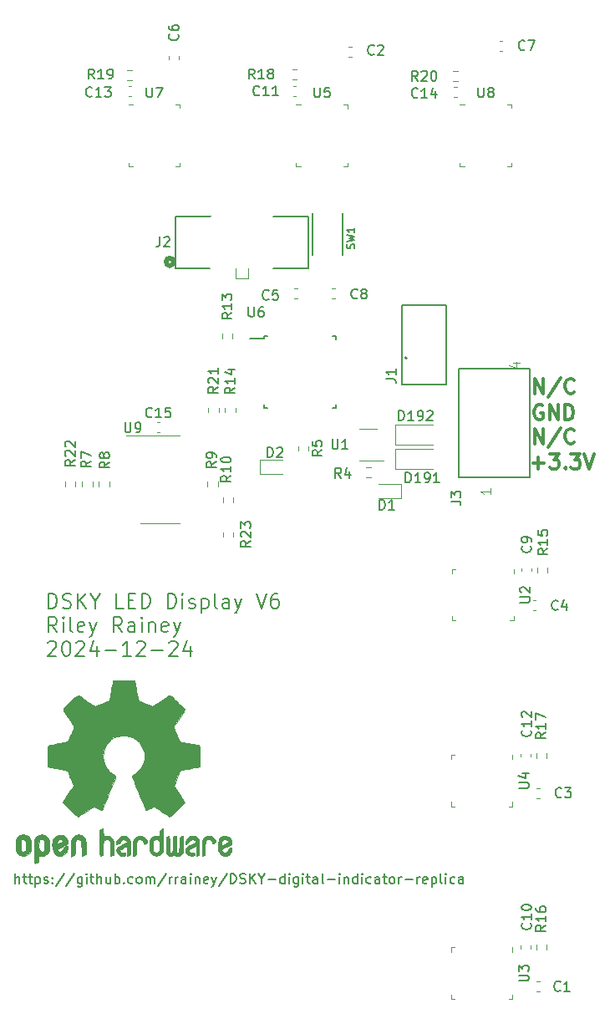
<source format=gbr>
G04 #@! TF.GenerationSoftware,KiCad,Pcbnew,7.0.5*
G04 #@! TF.CreationDate,2025-03-16T19:14:48-05:00*
G04 #@! TF.ProjectId,DSKY_led_display,44534b59-5f6c-4656-945f-646973706c61,V7*
G04 #@! TF.SameCoordinates,Original*
G04 #@! TF.FileFunction,Legend,Top*
G04 #@! TF.FilePolarity,Positive*
%FSLAX46Y46*%
G04 Gerber Fmt 4.6, Leading zero omitted, Abs format (unit mm)*
G04 Created by KiCad (PCBNEW 7.0.5) date 2025-03-16 19:14:48*
%MOMM*%
%LPD*%
G01*
G04 APERTURE LIST*
%ADD10C,0.300000*%
%ADD11C,0.200000*%
%ADD12C,0.150000*%
%ADD13C,0.138988*%
%ADD14C,0.015000*%
%ADD15C,0.120000*%
%ADD16C,0.127000*%
%ADD17C,0.130000*%
%ADD18C,0.203200*%
%ADD19C,0.152400*%
%ADD20C,0.100000*%
%ADD21C,0.508000*%
%ADD22C,0.010000*%
G04 APERTURE END LIST*
D10*
X90343510Y-72306328D02*
X90343510Y-70806328D01*
X90343510Y-70806328D02*
X91200653Y-72306328D01*
X91200653Y-72306328D02*
X91200653Y-70806328D01*
X92986368Y-70734900D02*
X91700654Y-72663471D01*
X94343511Y-72163471D02*
X94272083Y-72234900D01*
X94272083Y-72234900D02*
X94057797Y-72306328D01*
X94057797Y-72306328D02*
X93914940Y-72306328D01*
X93914940Y-72306328D02*
X93700654Y-72234900D01*
X93700654Y-72234900D02*
X93557797Y-72092042D01*
X93557797Y-72092042D02*
X93486368Y-71949185D01*
X93486368Y-71949185D02*
X93414940Y-71663471D01*
X93414940Y-71663471D02*
X93414940Y-71449185D01*
X93414940Y-71449185D02*
X93486368Y-71163471D01*
X93486368Y-71163471D02*
X93557797Y-71020614D01*
X93557797Y-71020614D02*
X93700654Y-70877757D01*
X93700654Y-70877757D02*
X93914940Y-70806328D01*
X93914940Y-70806328D02*
X94057797Y-70806328D01*
X94057797Y-70806328D02*
X94272083Y-70877757D01*
X94272083Y-70877757D02*
X94343511Y-70949185D01*
X90343510Y-77386328D02*
X90343510Y-75886328D01*
X90343510Y-75886328D02*
X91200653Y-77386328D01*
X91200653Y-77386328D02*
X91200653Y-75886328D01*
X92986368Y-75814900D02*
X91700654Y-77743471D01*
X94343511Y-77243471D02*
X94272083Y-77314900D01*
X94272083Y-77314900D02*
X94057797Y-77386328D01*
X94057797Y-77386328D02*
X93914940Y-77386328D01*
X93914940Y-77386328D02*
X93700654Y-77314900D01*
X93700654Y-77314900D02*
X93557797Y-77172042D01*
X93557797Y-77172042D02*
X93486368Y-77029185D01*
X93486368Y-77029185D02*
X93414940Y-76743471D01*
X93414940Y-76743471D02*
X93414940Y-76529185D01*
X93414940Y-76529185D02*
X93486368Y-76243471D01*
X93486368Y-76243471D02*
X93557797Y-76100614D01*
X93557797Y-76100614D02*
X93700654Y-75957757D01*
X93700654Y-75957757D02*
X93914940Y-75886328D01*
X93914940Y-75886328D02*
X94057797Y-75886328D01*
X94057797Y-75886328D02*
X94272083Y-75957757D01*
X94272083Y-75957757D02*
X94343511Y-76029185D01*
D11*
X41088720Y-94068528D02*
X41088720Y-92568528D01*
X41088720Y-92568528D02*
X41445863Y-92568528D01*
X41445863Y-92568528D02*
X41660149Y-92639957D01*
X41660149Y-92639957D02*
X41803006Y-92782814D01*
X41803006Y-92782814D02*
X41874435Y-92925671D01*
X41874435Y-92925671D02*
X41945863Y-93211385D01*
X41945863Y-93211385D02*
X41945863Y-93425671D01*
X41945863Y-93425671D02*
X41874435Y-93711385D01*
X41874435Y-93711385D02*
X41803006Y-93854242D01*
X41803006Y-93854242D02*
X41660149Y-93997100D01*
X41660149Y-93997100D02*
X41445863Y-94068528D01*
X41445863Y-94068528D02*
X41088720Y-94068528D01*
X42517292Y-93997100D02*
X42731578Y-94068528D01*
X42731578Y-94068528D02*
X43088720Y-94068528D01*
X43088720Y-94068528D02*
X43231578Y-93997100D01*
X43231578Y-93997100D02*
X43303006Y-93925671D01*
X43303006Y-93925671D02*
X43374435Y-93782814D01*
X43374435Y-93782814D02*
X43374435Y-93639957D01*
X43374435Y-93639957D02*
X43303006Y-93497100D01*
X43303006Y-93497100D02*
X43231578Y-93425671D01*
X43231578Y-93425671D02*
X43088720Y-93354242D01*
X43088720Y-93354242D02*
X42803006Y-93282814D01*
X42803006Y-93282814D02*
X42660149Y-93211385D01*
X42660149Y-93211385D02*
X42588720Y-93139957D01*
X42588720Y-93139957D02*
X42517292Y-92997100D01*
X42517292Y-92997100D02*
X42517292Y-92854242D01*
X42517292Y-92854242D02*
X42588720Y-92711385D01*
X42588720Y-92711385D02*
X42660149Y-92639957D01*
X42660149Y-92639957D02*
X42803006Y-92568528D01*
X42803006Y-92568528D02*
X43160149Y-92568528D01*
X43160149Y-92568528D02*
X43374435Y-92639957D01*
X44017291Y-94068528D02*
X44017291Y-92568528D01*
X44874434Y-94068528D02*
X44231577Y-93211385D01*
X44874434Y-92568528D02*
X44017291Y-93425671D01*
X45803006Y-93354242D02*
X45803006Y-94068528D01*
X45303006Y-92568528D02*
X45803006Y-93354242D01*
X45803006Y-93354242D02*
X46303006Y-92568528D01*
X48660148Y-94068528D02*
X47945862Y-94068528D01*
X47945862Y-94068528D02*
X47945862Y-92568528D01*
X49160148Y-93282814D02*
X49660148Y-93282814D01*
X49874434Y-94068528D02*
X49160148Y-94068528D01*
X49160148Y-94068528D02*
X49160148Y-92568528D01*
X49160148Y-92568528D02*
X49874434Y-92568528D01*
X50517291Y-94068528D02*
X50517291Y-92568528D01*
X50517291Y-92568528D02*
X50874434Y-92568528D01*
X50874434Y-92568528D02*
X51088720Y-92639957D01*
X51088720Y-92639957D02*
X51231577Y-92782814D01*
X51231577Y-92782814D02*
X51303006Y-92925671D01*
X51303006Y-92925671D02*
X51374434Y-93211385D01*
X51374434Y-93211385D02*
X51374434Y-93425671D01*
X51374434Y-93425671D02*
X51303006Y-93711385D01*
X51303006Y-93711385D02*
X51231577Y-93854242D01*
X51231577Y-93854242D02*
X51088720Y-93997100D01*
X51088720Y-93997100D02*
X50874434Y-94068528D01*
X50874434Y-94068528D02*
X50517291Y-94068528D01*
X53160148Y-94068528D02*
X53160148Y-92568528D01*
X53160148Y-92568528D02*
X53517291Y-92568528D01*
X53517291Y-92568528D02*
X53731577Y-92639957D01*
X53731577Y-92639957D02*
X53874434Y-92782814D01*
X53874434Y-92782814D02*
X53945863Y-92925671D01*
X53945863Y-92925671D02*
X54017291Y-93211385D01*
X54017291Y-93211385D02*
X54017291Y-93425671D01*
X54017291Y-93425671D02*
X53945863Y-93711385D01*
X53945863Y-93711385D02*
X53874434Y-93854242D01*
X53874434Y-93854242D02*
X53731577Y-93997100D01*
X53731577Y-93997100D02*
X53517291Y-94068528D01*
X53517291Y-94068528D02*
X53160148Y-94068528D01*
X54660148Y-94068528D02*
X54660148Y-93068528D01*
X54660148Y-92568528D02*
X54588720Y-92639957D01*
X54588720Y-92639957D02*
X54660148Y-92711385D01*
X54660148Y-92711385D02*
X54731577Y-92639957D01*
X54731577Y-92639957D02*
X54660148Y-92568528D01*
X54660148Y-92568528D02*
X54660148Y-92711385D01*
X55303006Y-93997100D02*
X55445863Y-94068528D01*
X55445863Y-94068528D02*
X55731577Y-94068528D01*
X55731577Y-94068528D02*
X55874434Y-93997100D01*
X55874434Y-93997100D02*
X55945863Y-93854242D01*
X55945863Y-93854242D02*
X55945863Y-93782814D01*
X55945863Y-93782814D02*
X55874434Y-93639957D01*
X55874434Y-93639957D02*
X55731577Y-93568528D01*
X55731577Y-93568528D02*
X55517292Y-93568528D01*
X55517292Y-93568528D02*
X55374434Y-93497100D01*
X55374434Y-93497100D02*
X55303006Y-93354242D01*
X55303006Y-93354242D02*
X55303006Y-93282814D01*
X55303006Y-93282814D02*
X55374434Y-93139957D01*
X55374434Y-93139957D02*
X55517292Y-93068528D01*
X55517292Y-93068528D02*
X55731577Y-93068528D01*
X55731577Y-93068528D02*
X55874434Y-93139957D01*
X56588720Y-93068528D02*
X56588720Y-94568528D01*
X56588720Y-93139957D02*
X56731578Y-93068528D01*
X56731578Y-93068528D02*
X57017292Y-93068528D01*
X57017292Y-93068528D02*
X57160149Y-93139957D01*
X57160149Y-93139957D02*
X57231578Y-93211385D01*
X57231578Y-93211385D02*
X57303006Y-93354242D01*
X57303006Y-93354242D02*
X57303006Y-93782814D01*
X57303006Y-93782814D02*
X57231578Y-93925671D01*
X57231578Y-93925671D02*
X57160149Y-93997100D01*
X57160149Y-93997100D02*
X57017292Y-94068528D01*
X57017292Y-94068528D02*
X56731578Y-94068528D01*
X56731578Y-94068528D02*
X56588720Y-93997100D01*
X58160149Y-94068528D02*
X58017292Y-93997100D01*
X58017292Y-93997100D02*
X57945863Y-93854242D01*
X57945863Y-93854242D02*
X57945863Y-92568528D01*
X59374435Y-94068528D02*
X59374435Y-93282814D01*
X59374435Y-93282814D02*
X59303006Y-93139957D01*
X59303006Y-93139957D02*
X59160149Y-93068528D01*
X59160149Y-93068528D02*
X58874435Y-93068528D01*
X58874435Y-93068528D02*
X58731577Y-93139957D01*
X59374435Y-93997100D02*
X59231577Y-94068528D01*
X59231577Y-94068528D02*
X58874435Y-94068528D01*
X58874435Y-94068528D02*
X58731577Y-93997100D01*
X58731577Y-93997100D02*
X58660149Y-93854242D01*
X58660149Y-93854242D02*
X58660149Y-93711385D01*
X58660149Y-93711385D02*
X58731577Y-93568528D01*
X58731577Y-93568528D02*
X58874435Y-93497100D01*
X58874435Y-93497100D02*
X59231577Y-93497100D01*
X59231577Y-93497100D02*
X59374435Y-93425671D01*
X59945863Y-93068528D02*
X60303006Y-94068528D01*
X60660149Y-93068528D02*
X60303006Y-94068528D01*
X60303006Y-94068528D02*
X60160149Y-94425671D01*
X60160149Y-94425671D02*
X60088720Y-94497100D01*
X60088720Y-94497100D02*
X59945863Y-94568528D01*
X62160149Y-92568528D02*
X62660149Y-94068528D01*
X62660149Y-94068528D02*
X63160149Y-92568528D01*
X64303006Y-92568528D02*
X64017291Y-92568528D01*
X64017291Y-92568528D02*
X63874434Y-92639957D01*
X63874434Y-92639957D02*
X63803006Y-92711385D01*
X63803006Y-92711385D02*
X63660148Y-92925671D01*
X63660148Y-92925671D02*
X63588720Y-93211385D01*
X63588720Y-93211385D02*
X63588720Y-93782814D01*
X63588720Y-93782814D02*
X63660148Y-93925671D01*
X63660148Y-93925671D02*
X63731577Y-93997100D01*
X63731577Y-93997100D02*
X63874434Y-94068528D01*
X63874434Y-94068528D02*
X64160148Y-94068528D01*
X64160148Y-94068528D02*
X64303006Y-93997100D01*
X64303006Y-93997100D02*
X64374434Y-93925671D01*
X64374434Y-93925671D02*
X64445863Y-93782814D01*
X64445863Y-93782814D02*
X64445863Y-93425671D01*
X64445863Y-93425671D02*
X64374434Y-93282814D01*
X64374434Y-93282814D02*
X64303006Y-93211385D01*
X64303006Y-93211385D02*
X64160148Y-93139957D01*
X64160148Y-93139957D02*
X63874434Y-93139957D01*
X63874434Y-93139957D02*
X63731577Y-93211385D01*
X63731577Y-93211385D02*
X63660148Y-93282814D01*
X63660148Y-93282814D02*
X63588720Y-93425671D01*
X41945863Y-96483528D02*
X41445863Y-95769242D01*
X41088720Y-96483528D02*
X41088720Y-94983528D01*
X41088720Y-94983528D02*
X41660149Y-94983528D01*
X41660149Y-94983528D02*
X41803006Y-95054957D01*
X41803006Y-95054957D02*
X41874435Y-95126385D01*
X41874435Y-95126385D02*
X41945863Y-95269242D01*
X41945863Y-95269242D02*
X41945863Y-95483528D01*
X41945863Y-95483528D02*
X41874435Y-95626385D01*
X41874435Y-95626385D02*
X41803006Y-95697814D01*
X41803006Y-95697814D02*
X41660149Y-95769242D01*
X41660149Y-95769242D02*
X41088720Y-95769242D01*
X42588720Y-96483528D02*
X42588720Y-95483528D01*
X42588720Y-94983528D02*
X42517292Y-95054957D01*
X42517292Y-95054957D02*
X42588720Y-95126385D01*
X42588720Y-95126385D02*
X42660149Y-95054957D01*
X42660149Y-95054957D02*
X42588720Y-94983528D01*
X42588720Y-94983528D02*
X42588720Y-95126385D01*
X43517292Y-96483528D02*
X43374435Y-96412100D01*
X43374435Y-96412100D02*
X43303006Y-96269242D01*
X43303006Y-96269242D02*
X43303006Y-94983528D01*
X44660149Y-96412100D02*
X44517292Y-96483528D01*
X44517292Y-96483528D02*
X44231578Y-96483528D01*
X44231578Y-96483528D02*
X44088720Y-96412100D01*
X44088720Y-96412100D02*
X44017292Y-96269242D01*
X44017292Y-96269242D02*
X44017292Y-95697814D01*
X44017292Y-95697814D02*
X44088720Y-95554957D01*
X44088720Y-95554957D02*
X44231578Y-95483528D01*
X44231578Y-95483528D02*
X44517292Y-95483528D01*
X44517292Y-95483528D02*
X44660149Y-95554957D01*
X44660149Y-95554957D02*
X44731578Y-95697814D01*
X44731578Y-95697814D02*
X44731578Y-95840671D01*
X44731578Y-95840671D02*
X44017292Y-95983528D01*
X45231577Y-95483528D02*
X45588720Y-96483528D01*
X45945863Y-95483528D02*
X45588720Y-96483528D01*
X45588720Y-96483528D02*
X45445863Y-96840671D01*
X45445863Y-96840671D02*
X45374434Y-96912100D01*
X45374434Y-96912100D02*
X45231577Y-96983528D01*
X48517291Y-96483528D02*
X48017291Y-95769242D01*
X47660148Y-96483528D02*
X47660148Y-94983528D01*
X47660148Y-94983528D02*
X48231577Y-94983528D01*
X48231577Y-94983528D02*
X48374434Y-95054957D01*
X48374434Y-95054957D02*
X48445863Y-95126385D01*
X48445863Y-95126385D02*
X48517291Y-95269242D01*
X48517291Y-95269242D02*
X48517291Y-95483528D01*
X48517291Y-95483528D02*
X48445863Y-95626385D01*
X48445863Y-95626385D02*
X48374434Y-95697814D01*
X48374434Y-95697814D02*
X48231577Y-95769242D01*
X48231577Y-95769242D02*
X47660148Y-95769242D01*
X49803006Y-96483528D02*
X49803006Y-95697814D01*
X49803006Y-95697814D02*
X49731577Y-95554957D01*
X49731577Y-95554957D02*
X49588720Y-95483528D01*
X49588720Y-95483528D02*
X49303006Y-95483528D01*
X49303006Y-95483528D02*
X49160148Y-95554957D01*
X49803006Y-96412100D02*
X49660148Y-96483528D01*
X49660148Y-96483528D02*
X49303006Y-96483528D01*
X49303006Y-96483528D02*
X49160148Y-96412100D01*
X49160148Y-96412100D02*
X49088720Y-96269242D01*
X49088720Y-96269242D02*
X49088720Y-96126385D01*
X49088720Y-96126385D02*
X49160148Y-95983528D01*
X49160148Y-95983528D02*
X49303006Y-95912100D01*
X49303006Y-95912100D02*
X49660148Y-95912100D01*
X49660148Y-95912100D02*
X49803006Y-95840671D01*
X50517291Y-96483528D02*
X50517291Y-95483528D01*
X50517291Y-94983528D02*
X50445863Y-95054957D01*
X50445863Y-95054957D02*
X50517291Y-95126385D01*
X50517291Y-95126385D02*
X50588720Y-95054957D01*
X50588720Y-95054957D02*
X50517291Y-94983528D01*
X50517291Y-94983528D02*
X50517291Y-95126385D01*
X51231577Y-95483528D02*
X51231577Y-96483528D01*
X51231577Y-95626385D02*
X51303006Y-95554957D01*
X51303006Y-95554957D02*
X51445863Y-95483528D01*
X51445863Y-95483528D02*
X51660149Y-95483528D01*
X51660149Y-95483528D02*
X51803006Y-95554957D01*
X51803006Y-95554957D02*
X51874435Y-95697814D01*
X51874435Y-95697814D02*
X51874435Y-96483528D01*
X53160149Y-96412100D02*
X53017292Y-96483528D01*
X53017292Y-96483528D02*
X52731578Y-96483528D01*
X52731578Y-96483528D02*
X52588720Y-96412100D01*
X52588720Y-96412100D02*
X52517292Y-96269242D01*
X52517292Y-96269242D02*
X52517292Y-95697814D01*
X52517292Y-95697814D02*
X52588720Y-95554957D01*
X52588720Y-95554957D02*
X52731578Y-95483528D01*
X52731578Y-95483528D02*
X53017292Y-95483528D01*
X53017292Y-95483528D02*
X53160149Y-95554957D01*
X53160149Y-95554957D02*
X53231578Y-95697814D01*
X53231578Y-95697814D02*
X53231578Y-95840671D01*
X53231578Y-95840671D02*
X52517292Y-95983528D01*
X53731577Y-95483528D02*
X54088720Y-96483528D01*
X54445863Y-95483528D02*
X54088720Y-96483528D01*
X54088720Y-96483528D02*
X53945863Y-96840671D01*
X53945863Y-96840671D02*
X53874434Y-96912100D01*
X53874434Y-96912100D02*
X53731577Y-96983528D01*
X41017292Y-97541385D02*
X41088720Y-97469957D01*
X41088720Y-97469957D02*
X41231578Y-97398528D01*
X41231578Y-97398528D02*
X41588720Y-97398528D01*
X41588720Y-97398528D02*
X41731578Y-97469957D01*
X41731578Y-97469957D02*
X41803006Y-97541385D01*
X41803006Y-97541385D02*
X41874435Y-97684242D01*
X41874435Y-97684242D02*
X41874435Y-97827100D01*
X41874435Y-97827100D02*
X41803006Y-98041385D01*
X41803006Y-98041385D02*
X40945863Y-98898528D01*
X40945863Y-98898528D02*
X41874435Y-98898528D01*
X42803006Y-97398528D02*
X42945863Y-97398528D01*
X42945863Y-97398528D02*
X43088720Y-97469957D01*
X43088720Y-97469957D02*
X43160149Y-97541385D01*
X43160149Y-97541385D02*
X43231577Y-97684242D01*
X43231577Y-97684242D02*
X43303006Y-97969957D01*
X43303006Y-97969957D02*
X43303006Y-98327100D01*
X43303006Y-98327100D02*
X43231577Y-98612814D01*
X43231577Y-98612814D02*
X43160149Y-98755671D01*
X43160149Y-98755671D02*
X43088720Y-98827100D01*
X43088720Y-98827100D02*
X42945863Y-98898528D01*
X42945863Y-98898528D02*
X42803006Y-98898528D01*
X42803006Y-98898528D02*
X42660149Y-98827100D01*
X42660149Y-98827100D02*
X42588720Y-98755671D01*
X42588720Y-98755671D02*
X42517291Y-98612814D01*
X42517291Y-98612814D02*
X42445863Y-98327100D01*
X42445863Y-98327100D02*
X42445863Y-97969957D01*
X42445863Y-97969957D02*
X42517291Y-97684242D01*
X42517291Y-97684242D02*
X42588720Y-97541385D01*
X42588720Y-97541385D02*
X42660149Y-97469957D01*
X42660149Y-97469957D02*
X42803006Y-97398528D01*
X43874434Y-97541385D02*
X43945862Y-97469957D01*
X43945862Y-97469957D02*
X44088720Y-97398528D01*
X44088720Y-97398528D02*
X44445862Y-97398528D01*
X44445862Y-97398528D02*
X44588720Y-97469957D01*
X44588720Y-97469957D02*
X44660148Y-97541385D01*
X44660148Y-97541385D02*
X44731577Y-97684242D01*
X44731577Y-97684242D02*
X44731577Y-97827100D01*
X44731577Y-97827100D02*
X44660148Y-98041385D01*
X44660148Y-98041385D02*
X43803005Y-98898528D01*
X43803005Y-98898528D02*
X44731577Y-98898528D01*
X46017291Y-97898528D02*
X46017291Y-98898528D01*
X45660148Y-97327100D02*
X45303005Y-98398528D01*
X45303005Y-98398528D02*
X46231576Y-98398528D01*
X46803004Y-98327100D02*
X47945862Y-98327100D01*
X49445862Y-98898528D02*
X48588719Y-98898528D01*
X49017290Y-98898528D02*
X49017290Y-97398528D01*
X49017290Y-97398528D02*
X48874433Y-97612814D01*
X48874433Y-97612814D02*
X48731576Y-97755671D01*
X48731576Y-97755671D02*
X48588719Y-97827100D01*
X50017290Y-97541385D02*
X50088718Y-97469957D01*
X50088718Y-97469957D02*
X50231576Y-97398528D01*
X50231576Y-97398528D02*
X50588718Y-97398528D01*
X50588718Y-97398528D02*
X50731576Y-97469957D01*
X50731576Y-97469957D02*
X50803004Y-97541385D01*
X50803004Y-97541385D02*
X50874433Y-97684242D01*
X50874433Y-97684242D02*
X50874433Y-97827100D01*
X50874433Y-97827100D02*
X50803004Y-98041385D01*
X50803004Y-98041385D02*
X49945861Y-98898528D01*
X49945861Y-98898528D02*
X50874433Y-98898528D01*
X51517289Y-98327100D02*
X52660147Y-98327100D01*
X53303004Y-97541385D02*
X53374432Y-97469957D01*
X53374432Y-97469957D02*
X53517290Y-97398528D01*
X53517290Y-97398528D02*
X53874432Y-97398528D01*
X53874432Y-97398528D02*
X54017290Y-97469957D01*
X54017290Y-97469957D02*
X54088718Y-97541385D01*
X54088718Y-97541385D02*
X54160147Y-97684242D01*
X54160147Y-97684242D02*
X54160147Y-97827100D01*
X54160147Y-97827100D02*
X54088718Y-98041385D01*
X54088718Y-98041385D02*
X53231575Y-98898528D01*
X53231575Y-98898528D02*
X54160147Y-98898528D01*
X55445861Y-97898528D02*
X55445861Y-98898528D01*
X55088718Y-97327100D02*
X54731575Y-98398528D01*
X54731575Y-98398528D02*
X55660146Y-98398528D01*
D12*
X37709523Y-121954819D02*
X37709523Y-120954819D01*
X38138094Y-121954819D02*
X38138094Y-121431009D01*
X38138094Y-121431009D02*
X38090475Y-121335771D01*
X38090475Y-121335771D02*
X37995237Y-121288152D01*
X37995237Y-121288152D02*
X37852380Y-121288152D01*
X37852380Y-121288152D02*
X37757142Y-121335771D01*
X37757142Y-121335771D02*
X37709523Y-121383390D01*
X38471428Y-121288152D02*
X38852380Y-121288152D01*
X38614285Y-120954819D02*
X38614285Y-121811961D01*
X38614285Y-121811961D02*
X38661904Y-121907200D01*
X38661904Y-121907200D02*
X38757142Y-121954819D01*
X38757142Y-121954819D02*
X38852380Y-121954819D01*
X39042857Y-121288152D02*
X39423809Y-121288152D01*
X39185714Y-120954819D02*
X39185714Y-121811961D01*
X39185714Y-121811961D02*
X39233333Y-121907200D01*
X39233333Y-121907200D02*
X39328571Y-121954819D01*
X39328571Y-121954819D02*
X39423809Y-121954819D01*
X39757143Y-121288152D02*
X39757143Y-122288152D01*
X39757143Y-121335771D02*
X39852381Y-121288152D01*
X39852381Y-121288152D02*
X40042857Y-121288152D01*
X40042857Y-121288152D02*
X40138095Y-121335771D01*
X40138095Y-121335771D02*
X40185714Y-121383390D01*
X40185714Y-121383390D02*
X40233333Y-121478628D01*
X40233333Y-121478628D02*
X40233333Y-121764342D01*
X40233333Y-121764342D02*
X40185714Y-121859580D01*
X40185714Y-121859580D02*
X40138095Y-121907200D01*
X40138095Y-121907200D02*
X40042857Y-121954819D01*
X40042857Y-121954819D02*
X39852381Y-121954819D01*
X39852381Y-121954819D02*
X39757143Y-121907200D01*
X40614286Y-121907200D02*
X40709524Y-121954819D01*
X40709524Y-121954819D02*
X40900000Y-121954819D01*
X40900000Y-121954819D02*
X40995238Y-121907200D01*
X40995238Y-121907200D02*
X41042857Y-121811961D01*
X41042857Y-121811961D02*
X41042857Y-121764342D01*
X41042857Y-121764342D02*
X40995238Y-121669104D01*
X40995238Y-121669104D02*
X40900000Y-121621485D01*
X40900000Y-121621485D02*
X40757143Y-121621485D01*
X40757143Y-121621485D02*
X40661905Y-121573866D01*
X40661905Y-121573866D02*
X40614286Y-121478628D01*
X40614286Y-121478628D02*
X40614286Y-121431009D01*
X40614286Y-121431009D02*
X40661905Y-121335771D01*
X40661905Y-121335771D02*
X40757143Y-121288152D01*
X40757143Y-121288152D02*
X40900000Y-121288152D01*
X40900000Y-121288152D02*
X40995238Y-121335771D01*
X41471429Y-121859580D02*
X41519048Y-121907200D01*
X41519048Y-121907200D02*
X41471429Y-121954819D01*
X41471429Y-121954819D02*
X41423810Y-121907200D01*
X41423810Y-121907200D02*
X41471429Y-121859580D01*
X41471429Y-121859580D02*
X41471429Y-121954819D01*
X41471429Y-121335771D02*
X41519048Y-121383390D01*
X41519048Y-121383390D02*
X41471429Y-121431009D01*
X41471429Y-121431009D02*
X41423810Y-121383390D01*
X41423810Y-121383390D02*
X41471429Y-121335771D01*
X41471429Y-121335771D02*
X41471429Y-121431009D01*
X42661904Y-120907200D02*
X41804762Y-122192914D01*
X43709523Y-120907200D02*
X42852381Y-122192914D01*
X44471428Y-121288152D02*
X44471428Y-122097676D01*
X44471428Y-122097676D02*
X44423809Y-122192914D01*
X44423809Y-122192914D02*
X44376190Y-122240533D01*
X44376190Y-122240533D02*
X44280952Y-122288152D01*
X44280952Y-122288152D02*
X44138095Y-122288152D01*
X44138095Y-122288152D02*
X44042857Y-122240533D01*
X44471428Y-121907200D02*
X44376190Y-121954819D01*
X44376190Y-121954819D02*
X44185714Y-121954819D01*
X44185714Y-121954819D02*
X44090476Y-121907200D01*
X44090476Y-121907200D02*
X44042857Y-121859580D01*
X44042857Y-121859580D02*
X43995238Y-121764342D01*
X43995238Y-121764342D02*
X43995238Y-121478628D01*
X43995238Y-121478628D02*
X44042857Y-121383390D01*
X44042857Y-121383390D02*
X44090476Y-121335771D01*
X44090476Y-121335771D02*
X44185714Y-121288152D01*
X44185714Y-121288152D02*
X44376190Y-121288152D01*
X44376190Y-121288152D02*
X44471428Y-121335771D01*
X44947619Y-121954819D02*
X44947619Y-121288152D01*
X44947619Y-120954819D02*
X44900000Y-121002438D01*
X44900000Y-121002438D02*
X44947619Y-121050057D01*
X44947619Y-121050057D02*
X44995238Y-121002438D01*
X44995238Y-121002438D02*
X44947619Y-120954819D01*
X44947619Y-120954819D02*
X44947619Y-121050057D01*
X45280952Y-121288152D02*
X45661904Y-121288152D01*
X45423809Y-120954819D02*
X45423809Y-121811961D01*
X45423809Y-121811961D02*
X45471428Y-121907200D01*
X45471428Y-121907200D02*
X45566666Y-121954819D01*
X45566666Y-121954819D02*
X45661904Y-121954819D01*
X45995238Y-121954819D02*
X45995238Y-120954819D01*
X46423809Y-121954819D02*
X46423809Y-121431009D01*
X46423809Y-121431009D02*
X46376190Y-121335771D01*
X46376190Y-121335771D02*
X46280952Y-121288152D01*
X46280952Y-121288152D02*
X46138095Y-121288152D01*
X46138095Y-121288152D02*
X46042857Y-121335771D01*
X46042857Y-121335771D02*
X45995238Y-121383390D01*
X47328571Y-121288152D02*
X47328571Y-121954819D01*
X46900000Y-121288152D02*
X46900000Y-121811961D01*
X46900000Y-121811961D02*
X46947619Y-121907200D01*
X46947619Y-121907200D02*
X47042857Y-121954819D01*
X47042857Y-121954819D02*
X47185714Y-121954819D01*
X47185714Y-121954819D02*
X47280952Y-121907200D01*
X47280952Y-121907200D02*
X47328571Y-121859580D01*
X47804762Y-121954819D02*
X47804762Y-120954819D01*
X47804762Y-121335771D02*
X47900000Y-121288152D01*
X47900000Y-121288152D02*
X48090476Y-121288152D01*
X48090476Y-121288152D02*
X48185714Y-121335771D01*
X48185714Y-121335771D02*
X48233333Y-121383390D01*
X48233333Y-121383390D02*
X48280952Y-121478628D01*
X48280952Y-121478628D02*
X48280952Y-121764342D01*
X48280952Y-121764342D02*
X48233333Y-121859580D01*
X48233333Y-121859580D02*
X48185714Y-121907200D01*
X48185714Y-121907200D02*
X48090476Y-121954819D01*
X48090476Y-121954819D02*
X47900000Y-121954819D01*
X47900000Y-121954819D02*
X47804762Y-121907200D01*
X48709524Y-121859580D02*
X48757143Y-121907200D01*
X48757143Y-121907200D02*
X48709524Y-121954819D01*
X48709524Y-121954819D02*
X48661905Y-121907200D01*
X48661905Y-121907200D02*
X48709524Y-121859580D01*
X48709524Y-121859580D02*
X48709524Y-121954819D01*
X49614285Y-121907200D02*
X49519047Y-121954819D01*
X49519047Y-121954819D02*
X49328571Y-121954819D01*
X49328571Y-121954819D02*
X49233333Y-121907200D01*
X49233333Y-121907200D02*
X49185714Y-121859580D01*
X49185714Y-121859580D02*
X49138095Y-121764342D01*
X49138095Y-121764342D02*
X49138095Y-121478628D01*
X49138095Y-121478628D02*
X49185714Y-121383390D01*
X49185714Y-121383390D02*
X49233333Y-121335771D01*
X49233333Y-121335771D02*
X49328571Y-121288152D01*
X49328571Y-121288152D02*
X49519047Y-121288152D01*
X49519047Y-121288152D02*
X49614285Y-121335771D01*
X50185714Y-121954819D02*
X50090476Y-121907200D01*
X50090476Y-121907200D02*
X50042857Y-121859580D01*
X50042857Y-121859580D02*
X49995238Y-121764342D01*
X49995238Y-121764342D02*
X49995238Y-121478628D01*
X49995238Y-121478628D02*
X50042857Y-121383390D01*
X50042857Y-121383390D02*
X50090476Y-121335771D01*
X50090476Y-121335771D02*
X50185714Y-121288152D01*
X50185714Y-121288152D02*
X50328571Y-121288152D01*
X50328571Y-121288152D02*
X50423809Y-121335771D01*
X50423809Y-121335771D02*
X50471428Y-121383390D01*
X50471428Y-121383390D02*
X50519047Y-121478628D01*
X50519047Y-121478628D02*
X50519047Y-121764342D01*
X50519047Y-121764342D02*
X50471428Y-121859580D01*
X50471428Y-121859580D02*
X50423809Y-121907200D01*
X50423809Y-121907200D02*
X50328571Y-121954819D01*
X50328571Y-121954819D02*
X50185714Y-121954819D01*
X50947619Y-121954819D02*
X50947619Y-121288152D01*
X50947619Y-121383390D02*
X50995238Y-121335771D01*
X50995238Y-121335771D02*
X51090476Y-121288152D01*
X51090476Y-121288152D02*
X51233333Y-121288152D01*
X51233333Y-121288152D02*
X51328571Y-121335771D01*
X51328571Y-121335771D02*
X51376190Y-121431009D01*
X51376190Y-121431009D02*
X51376190Y-121954819D01*
X51376190Y-121431009D02*
X51423809Y-121335771D01*
X51423809Y-121335771D02*
X51519047Y-121288152D01*
X51519047Y-121288152D02*
X51661904Y-121288152D01*
X51661904Y-121288152D02*
X51757143Y-121335771D01*
X51757143Y-121335771D02*
X51804762Y-121431009D01*
X51804762Y-121431009D02*
X51804762Y-121954819D01*
X52995237Y-120907200D02*
X52138095Y-122192914D01*
X53328571Y-121954819D02*
X53328571Y-121288152D01*
X53328571Y-121478628D02*
X53376190Y-121383390D01*
X53376190Y-121383390D02*
X53423809Y-121335771D01*
X53423809Y-121335771D02*
X53519047Y-121288152D01*
X53519047Y-121288152D02*
X53614285Y-121288152D01*
X53947619Y-121954819D02*
X53947619Y-121288152D01*
X53947619Y-121478628D02*
X53995238Y-121383390D01*
X53995238Y-121383390D02*
X54042857Y-121335771D01*
X54042857Y-121335771D02*
X54138095Y-121288152D01*
X54138095Y-121288152D02*
X54233333Y-121288152D01*
X54995238Y-121954819D02*
X54995238Y-121431009D01*
X54995238Y-121431009D02*
X54947619Y-121335771D01*
X54947619Y-121335771D02*
X54852381Y-121288152D01*
X54852381Y-121288152D02*
X54661905Y-121288152D01*
X54661905Y-121288152D02*
X54566667Y-121335771D01*
X54995238Y-121907200D02*
X54900000Y-121954819D01*
X54900000Y-121954819D02*
X54661905Y-121954819D01*
X54661905Y-121954819D02*
X54566667Y-121907200D01*
X54566667Y-121907200D02*
X54519048Y-121811961D01*
X54519048Y-121811961D02*
X54519048Y-121716723D01*
X54519048Y-121716723D02*
X54566667Y-121621485D01*
X54566667Y-121621485D02*
X54661905Y-121573866D01*
X54661905Y-121573866D02*
X54900000Y-121573866D01*
X54900000Y-121573866D02*
X54995238Y-121526247D01*
X55471429Y-121954819D02*
X55471429Y-121288152D01*
X55471429Y-120954819D02*
X55423810Y-121002438D01*
X55423810Y-121002438D02*
X55471429Y-121050057D01*
X55471429Y-121050057D02*
X55519048Y-121002438D01*
X55519048Y-121002438D02*
X55471429Y-120954819D01*
X55471429Y-120954819D02*
X55471429Y-121050057D01*
X55947619Y-121288152D02*
X55947619Y-121954819D01*
X55947619Y-121383390D02*
X55995238Y-121335771D01*
X55995238Y-121335771D02*
X56090476Y-121288152D01*
X56090476Y-121288152D02*
X56233333Y-121288152D01*
X56233333Y-121288152D02*
X56328571Y-121335771D01*
X56328571Y-121335771D02*
X56376190Y-121431009D01*
X56376190Y-121431009D02*
X56376190Y-121954819D01*
X57233333Y-121907200D02*
X57138095Y-121954819D01*
X57138095Y-121954819D02*
X56947619Y-121954819D01*
X56947619Y-121954819D02*
X56852381Y-121907200D01*
X56852381Y-121907200D02*
X56804762Y-121811961D01*
X56804762Y-121811961D02*
X56804762Y-121431009D01*
X56804762Y-121431009D02*
X56852381Y-121335771D01*
X56852381Y-121335771D02*
X56947619Y-121288152D01*
X56947619Y-121288152D02*
X57138095Y-121288152D01*
X57138095Y-121288152D02*
X57233333Y-121335771D01*
X57233333Y-121335771D02*
X57280952Y-121431009D01*
X57280952Y-121431009D02*
X57280952Y-121526247D01*
X57280952Y-121526247D02*
X56804762Y-121621485D01*
X57614286Y-121288152D02*
X57852381Y-121954819D01*
X58090476Y-121288152D02*
X57852381Y-121954819D01*
X57852381Y-121954819D02*
X57757143Y-122192914D01*
X57757143Y-122192914D02*
X57709524Y-122240533D01*
X57709524Y-122240533D02*
X57614286Y-122288152D01*
X59185714Y-120907200D02*
X58328572Y-122192914D01*
X59519048Y-121954819D02*
X59519048Y-120954819D01*
X59519048Y-120954819D02*
X59757143Y-120954819D01*
X59757143Y-120954819D02*
X59900000Y-121002438D01*
X59900000Y-121002438D02*
X59995238Y-121097676D01*
X59995238Y-121097676D02*
X60042857Y-121192914D01*
X60042857Y-121192914D02*
X60090476Y-121383390D01*
X60090476Y-121383390D02*
X60090476Y-121526247D01*
X60090476Y-121526247D02*
X60042857Y-121716723D01*
X60042857Y-121716723D02*
X59995238Y-121811961D01*
X59995238Y-121811961D02*
X59900000Y-121907200D01*
X59900000Y-121907200D02*
X59757143Y-121954819D01*
X59757143Y-121954819D02*
X59519048Y-121954819D01*
X60471429Y-121907200D02*
X60614286Y-121954819D01*
X60614286Y-121954819D02*
X60852381Y-121954819D01*
X60852381Y-121954819D02*
X60947619Y-121907200D01*
X60947619Y-121907200D02*
X60995238Y-121859580D01*
X60995238Y-121859580D02*
X61042857Y-121764342D01*
X61042857Y-121764342D02*
X61042857Y-121669104D01*
X61042857Y-121669104D02*
X60995238Y-121573866D01*
X60995238Y-121573866D02*
X60947619Y-121526247D01*
X60947619Y-121526247D02*
X60852381Y-121478628D01*
X60852381Y-121478628D02*
X60661905Y-121431009D01*
X60661905Y-121431009D02*
X60566667Y-121383390D01*
X60566667Y-121383390D02*
X60519048Y-121335771D01*
X60519048Y-121335771D02*
X60471429Y-121240533D01*
X60471429Y-121240533D02*
X60471429Y-121145295D01*
X60471429Y-121145295D02*
X60519048Y-121050057D01*
X60519048Y-121050057D02*
X60566667Y-121002438D01*
X60566667Y-121002438D02*
X60661905Y-120954819D01*
X60661905Y-120954819D02*
X60900000Y-120954819D01*
X60900000Y-120954819D02*
X61042857Y-121002438D01*
X61471429Y-121954819D02*
X61471429Y-120954819D01*
X62042857Y-121954819D02*
X61614286Y-121383390D01*
X62042857Y-120954819D02*
X61471429Y-121526247D01*
X62661905Y-121478628D02*
X62661905Y-121954819D01*
X62328572Y-120954819D02*
X62661905Y-121478628D01*
X62661905Y-121478628D02*
X62995238Y-120954819D01*
X63328572Y-121573866D02*
X64090477Y-121573866D01*
X64995238Y-121954819D02*
X64995238Y-120954819D01*
X64995238Y-121907200D02*
X64900000Y-121954819D01*
X64900000Y-121954819D02*
X64709524Y-121954819D01*
X64709524Y-121954819D02*
X64614286Y-121907200D01*
X64614286Y-121907200D02*
X64566667Y-121859580D01*
X64566667Y-121859580D02*
X64519048Y-121764342D01*
X64519048Y-121764342D02*
X64519048Y-121478628D01*
X64519048Y-121478628D02*
X64566667Y-121383390D01*
X64566667Y-121383390D02*
X64614286Y-121335771D01*
X64614286Y-121335771D02*
X64709524Y-121288152D01*
X64709524Y-121288152D02*
X64900000Y-121288152D01*
X64900000Y-121288152D02*
X64995238Y-121335771D01*
X65471429Y-121954819D02*
X65471429Y-121288152D01*
X65471429Y-120954819D02*
X65423810Y-121002438D01*
X65423810Y-121002438D02*
X65471429Y-121050057D01*
X65471429Y-121050057D02*
X65519048Y-121002438D01*
X65519048Y-121002438D02*
X65471429Y-120954819D01*
X65471429Y-120954819D02*
X65471429Y-121050057D01*
X66376190Y-121288152D02*
X66376190Y-122097676D01*
X66376190Y-122097676D02*
X66328571Y-122192914D01*
X66328571Y-122192914D02*
X66280952Y-122240533D01*
X66280952Y-122240533D02*
X66185714Y-122288152D01*
X66185714Y-122288152D02*
X66042857Y-122288152D01*
X66042857Y-122288152D02*
X65947619Y-122240533D01*
X66376190Y-121907200D02*
X66280952Y-121954819D01*
X66280952Y-121954819D02*
X66090476Y-121954819D01*
X66090476Y-121954819D02*
X65995238Y-121907200D01*
X65995238Y-121907200D02*
X65947619Y-121859580D01*
X65947619Y-121859580D02*
X65900000Y-121764342D01*
X65900000Y-121764342D02*
X65900000Y-121478628D01*
X65900000Y-121478628D02*
X65947619Y-121383390D01*
X65947619Y-121383390D02*
X65995238Y-121335771D01*
X65995238Y-121335771D02*
X66090476Y-121288152D01*
X66090476Y-121288152D02*
X66280952Y-121288152D01*
X66280952Y-121288152D02*
X66376190Y-121335771D01*
X66852381Y-121954819D02*
X66852381Y-121288152D01*
X66852381Y-120954819D02*
X66804762Y-121002438D01*
X66804762Y-121002438D02*
X66852381Y-121050057D01*
X66852381Y-121050057D02*
X66900000Y-121002438D01*
X66900000Y-121002438D02*
X66852381Y-120954819D01*
X66852381Y-120954819D02*
X66852381Y-121050057D01*
X67185714Y-121288152D02*
X67566666Y-121288152D01*
X67328571Y-120954819D02*
X67328571Y-121811961D01*
X67328571Y-121811961D02*
X67376190Y-121907200D01*
X67376190Y-121907200D02*
X67471428Y-121954819D01*
X67471428Y-121954819D02*
X67566666Y-121954819D01*
X68328571Y-121954819D02*
X68328571Y-121431009D01*
X68328571Y-121431009D02*
X68280952Y-121335771D01*
X68280952Y-121335771D02*
X68185714Y-121288152D01*
X68185714Y-121288152D02*
X67995238Y-121288152D01*
X67995238Y-121288152D02*
X67900000Y-121335771D01*
X68328571Y-121907200D02*
X68233333Y-121954819D01*
X68233333Y-121954819D02*
X67995238Y-121954819D01*
X67995238Y-121954819D02*
X67900000Y-121907200D01*
X67900000Y-121907200D02*
X67852381Y-121811961D01*
X67852381Y-121811961D02*
X67852381Y-121716723D01*
X67852381Y-121716723D02*
X67900000Y-121621485D01*
X67900000Y-121621485D02*
X67995238Y-121573866D01*
X67995238Y-121573866D02*
X68233333Y-121573866D01*
X68233333Y-121573866D02*
X68328571Y-121526247D01*
X68947619Y-121954819D02*
X68852381Y-121907200D01*
X68852381Y-121907200D02*
X68804762Y-121811961D01*
X68804762Y-121811961D02*
X68804762Y-120954819D01*
X69328572Y-121573866D02*
X70090477Y-121573866D01*
X70566667Y-121954819D02*
X70566667Y-121288152D01*
X70566667Y-120954819D02*
X70519048Y-121002438D01*
X70519048Y-121002438D02*
X70566667Y-121050057D01*
X70566667Y-121050057D02*
X70614286Y-121002438D01*
X70614286Y-121002438D02*
X70566667Y-120954819D01*
X70566667Y-120954819D02*
X70566667Y-121050057D01*
X71042857Y-121288152D02*
X71042857Y-121954819D01*
X71042857Y-121383390D02*
X71090476Y-121335771D01*
X71090476Y-121335771D02*
X71185714Y-121288152D01*
X71185714Y-121288152D02*
X71328571Y-121288152D01*
X71328571Y-121288152D02*
X71423809Y-121335771D01*
X71423809Y-121335771D02*
X71471428Y-121431009D01*
X71471428Y-121431009D02*
X71471428Y-121954819D01*
X72376190Y-121954819D02*
X72376190Y-120954819D01*
X72376190Y-121907200D02*
X72280952Y-121954819D01*
X72280952Y-121954819D02*
X72090476Y-121954819D01*
X72090476Y-121954819D02*
X71995238Y-121907200D01*
X71995238Y-121907200D02*
X71947619Y-121859580D01*
X71947619Y-121859580D02*
X71900000Y-121764342D01*
X71900000Y-121764342D02*
X71900000Y-121478628D01*
X71900000Y-121478628D02*
X71947619Y-121383390D01*
X71947619Y-121383390D02*
X71995238Y-121335771D01*
X71995238Y-121335771D02*
X72090476Y-121288152D01*
X72090476Y-121288152D02*
X72280952Y-121288152D01*
X72280952Y-121288152D02*
X72376190Y-121335771D01*
X72852381Y-121954819D02*
X72852381Y-121288152D01*
X72852381Y-120954819D02*
X72804762Y-121002438D01*
X72804762Y-121002438D02*
X72852381Y-121050057D01*
X72852381Y-121050057D02*
X72900000Y-121002438D01*
X72900000Y-121002438D02*
X72852381Y-120954819D01*
X72852381Y-120954819D02*
X72852381Y-121050057D01*
X73757142Y-121907200D02*
X73661904Y-121954819D01*
X73661904Y-121954819D02*
X73471428Y-121954819D01*
X73471428Y-121954819D02*
X73376190Y-121907200D01*
X73376190Y-121907200D02*
X73328571Y-121859580D01*
X73328571Y-121859580D02*
X73280952Y-121764342D01*
X73280952Y-121764342D02*
X73280952Y-121478628D01*
X73280952Y-121478628D02*
X73328571Y-121383390D01*
X73328571Y-121383390D02*
X73376190Y-121335771D01*
X73376190Y-121335771D02*
X73471428Y-121288152D01*
X73471428Y-121288152D02*
X73661904Y-121288152D01*
X73661904Y-121288152D02*
X73757142Y-121335771D01*
X74614285Y-121954819D02*
X74614285Y-121431009D01*
X74614285Y-121431009D02*
X74566666Y-121335771D01*
X74566666Y-121335771D02*
X74471428Y-121288152D01*
X74471428Y-121288152D02*
X74280952Y-121288152D01*
X74280952Y-121288152D02*
X74185714Y-121335771D01*
X74614285Y-121907200D02*
X74519047Y-121954819D01*
X74519047Y-121954819D02*
X74280952Y-121954819D01*
X74280952Y-121954819D02*
X74185714Y-121907200D01*
X74185714Y-121907200D02*
X74138095Y-121811961D01*
X74138095Y-121811961D02*
X74138095Y-121716723D01*
X74138095Y-121716723D02*
X74185714Y-121621485D01*
X74185714Y-121621485D02*
X74280952Y-121573866D01*
X74280952Y-121573866D02*
X74519047Y-121573866D01*
X74519047Y-121573866D02*
X74614285Y-121526247D01*
X74947619Y-121288152D02*
X75328571Y-121288152D01*
X75090476Y-120954819D02*
X75090476Y-121811961D01*
X75090476Y-121811961D02*
X75138095Y-121907200D01*
X75138095Y-121907200D02*
X75233333Y-121954819D01*
X75233333Y-121954819D02*
X75328571Y-121954819D01*
X75804762Y-121954819D02*
X75709524Y-121907200D01*
X75709524Y-121907200D02*
X75661905Y-121859580D01*
X75661905Y-121859580D02*
X75614286Y-121764342D01*
X75614286Y-121764342D02*
X75614286Y-121478628D01*
X75614286Y-121478628D02*
X75661905Y-121383390D01*
X75661905Y-121383390D02*
X75709524Y-121335771D01*
X75709524Y-121335771D02*
X75804762Y-121288152D01*
X75804762Y-121288152D02*
X75947619Y-121288152D01*
X75947619Y-121288152D02*
X76042857Y-121335771D01*
X76042857Y-121335771D02*
X76090476Y-121383390D01*
X76090476Y-121383390D02*
X76138095Y-121478628D01*
X76138095Y-121478628D02*
X76138095Y-121764342D01*
X76138095Y-121764342D02*
X76090476Y-121859580D01*
X76090476Y-121859580D02*
X76042857Y-121907200D01*
X76042857Y-121907200D02*
X75947619Y-121954819D01*
X75947619Y-121954819D02*
X75804762Y-121954819D01*
X76566667Y-121954819D02*
X76566667Y-121288152D01*
X76566667Y-121478628D02*
X76614286Y-121383390D01*
X76614286Y-121383390D02*
X76661905Y-121335771D01*
X76661905Y-121335771D02*
X76757143Y-121288152D01*
X76757143Y-121288152D02*
X76852381Y-121288152D01*
X77185715Y-121573866D02*
X77947620Y-121573866D01*
X78423810Y-121954819D02*
X78423810Y-121288152D01*
X78423810Y-121478628D02*
X78471429Y-121383390D01*
X78471429Y-121383390D02*
X78519048Y-121335771D01*
X78519048Y-121335771D02*
X78614286Y-121288152D01*
X78614286Y-121288152D02*
X78709524Y-121288152D01*
X79423810Y-121907200D02*
X79328572Y-121954819D01*
X79328572Y-121954819D02*
X79138096Y-121954819D01*
X79138096Y-121954819D02*
X79042858Y-121907200D01*
X79042858Y-121907200D02*
X78995239Y-121811961D01*
X78995239Y-121811961D02*
X78995239Y-121431009D01*
X78995239Y-121431009D02*
X79042858Y-121335771D01*
X79042858Y-121335771D02*
X79138096Y-121288152D01*
X79138096Y-121288152D02*
X79328572Y-121288152D01*
X79328572Y-121288152D02*
X79423810Y-121335771D01*
X79423810Y-121335771D02*
X79471429Y-121431009D01*
X79471429Y-121431009D02*
X79471429Y-121526247D01*
X79471429Y-121526247D02*
X78995239Y-121621485D01*
X79900001Y-121288152D02*
X79900001Y-122288152D01*
X79900001Y-121335771D02*
X79995239Y-121288152D01*
X79995239Y-121288152D02*
X80185715Y-121288152D01*
X80185715Y-121288152D02*
X80280953Y-121335771D01*
X80280953Y-121335771D02*
X80328572Y-121383390D01*
X80328572Y-121383390D02*
X80376191Y-121478628D01*
X80376191Y-121478628D02*
X80376191Y-121764342D01*
X80376191Y-121764342D02*
X80328572Y-121859580D01*
X80328572Y-121859580D02*
X80280953Y-121907200D01*
X80280953Y-121907200D02*
X80185715Y-121954819D01*
X80185715Y-121954819D02*
X79995239Y-121954819D01*
X79995239Y-121954819D02*
X79900001Y-121907200D01*
X80947620Y-121954819D02*
X80852382Y-121907200D01*
X80852382Y-121907200D02*
X80804763Y-121811961D01*
X80804763Y-121811961D02*
X80804763Y-120954819D01*
X81328573Y-121954819D02*
X81328573Y-121288152D01*
X81328573Y-120954819D02*
X81280954Y-121002438D01*
X81280954Y-121002438D02*
X81328573Y-121050057D01*
X81328573Y-121050057D02*
X81376192Y-121002438D01*
X81376192Y-121002438D02*
X81328573Y-120954819D01*
X81328573Y-120954819D02*
X81328573Y-121050057D01*
X82233334Y-121907200D02*
X82138096Y-121954819D01*
X82138096Y-121954819D02*
X81947620Y-121954819D01*
X81947620Y-121954819D02*
X81852382Y-121907200D01*
X81852382Y-121907200D02*
X81804763Y-121859580D01*
X81804763Y-121859580D02*
X81757144Y-121764342D01*
X81757144Y-121764342D02*
X81757144Y-121478628D01*
X81757144Y-121478628D02*
X81804763Y-121383390D01*
X81804763Y-121383390D02*
X81852382Y-121335771D01*
X81852382Y-121335771D02*
X81947620Y-121288152D01*
X81947620Y-121288152D02*
X82138096Y-121288152D01*
X82138096Y-121288152D02*
X82233334Y-121335771D01*
X83090477Y-121954819D02*
X83090477Y-121431009D01*
X83090477Y-121431009D02*
X83042858Y-121335771D01*
X83042858Y-121335771D02*
X82947620Y-121288152D01*
X82947620Y-121288152D02*
X82757144Y-121288152D01*
X82757144Y-121288152D02*
X82661906Y-121335771D01*
X83090477Y-121907200D02*
X82995239Y-121954819D01*
X82995239Y-121954819D02*
X82757144Y-121954819D01*
X82757144Y-121954819D02*
X82661906Y-121907200D01*
X82661906Y-121907200D02*
X82614287Y-121811961D01*
X82614287Y-121811961D02*
X82614287Y-121716723D01*
X82614287Y-121716723D02*
X82661906Y-121621485D01*
X82661906Y-121621485D02*
X82757144Y-121573866D01*
X82757144Y-121573866D02*
X82995239Y-121573866D01*
X82995239Y-121573866D02*
X83090477Y-121526247D01*
D10*
X90154510Y-79354900D02*
X91297368Y-79354900D01*
X90725939Y-79926328D02*
X90725939Y-78783471D01*
X91868796Y-78426328D02*
X92797368Y-78426328D01*
X92797368Y-78426328D02*
X92297368Y-78997757D01*
X92297368Y-78997757D02*
X92511653Y-78997757D01*
X92511653Y-78997757D02*
X92654511Y-79069185D01*
X92654511Y-79069185D02*
X92725939Y-79140614D01*
X92725939Y-79140614D02*
X92797368Y-79283471D01*
X92797368Y-79283471D02*
X92797368Y-79640614D01*
X92797368Y-79640614D02*
X92725939Y-79783471D01*
X92725939Y-79783471D02*
X92654511Y-79854900D01*
X92654511Y-79854900D02*
X92511653Y-79926328D01*
X92511653Y-79926328D02*
X92083082Y-79926328D01*
X92083082Y-79926328D02*
X91940225Y-79854900D01*
X91940225Y-79854900D02*
X91868796Y-79783471D01*
X93440224Y-79783471D02*
X93511653Y-79854900D01*
X93511653Y-79854900D02*
X93440224Y-79926328D01*
X93440224Y-79926328D02*
X93368796Y-79854900D01*
X93368796Y-79854900D02*
X93440224Y-79783471D01*
X93440224Y-79783471D02*
X93440224Y-79926328D01*
X94011653Y-78426328D02*
X94940225Y-78426328D01*
X94940225Y-78426328D02*
X94440225Y-78997757D01*
X94440225Y-78997757D02*
X94654510Y-78997757D01*
X94654510Y-78997757D02*
X94797368Y-79069185D01*
X94797368Y-79069185D02*
X94868796Y-79140614D01*
X94868796Y-79140614D02*
X94940225Y-79283471D01*
X94940225Y-79283471D02*
X94940225Y-79640614D01*
X94940225Y-79640614D02*
X94868796Y-79783471D01*
X94868796Y-79783471D02*
X94797368Y-79854900D01*
X94797368Y-79854900D02*
X94654510Y-79926328D01*
X94654510Y-79926328D02*
X94225939Y-79926328D01*
X94225939Y-79926328D02*
X94083082Y-79854900D01*
X94083082Y-79854900D02*
X94011653Y-79783471D01*
X95368796Y-78426328D02*
X95868796Y-79926328D01*
X95868796Y-79926328D02*
X96368796Y-78426328D01*
X91129225Y-73544757D02*
X90986368Y-73473328D01*
X90986368Y-73473328D02*
X90772082Y-73473328D01*
X90772082Y-73473328D02*
X90557796Y-73544757D01*
X90557796Y-73544757D02*
X90414939Y-73687614D01*
X90414939Y-73687614D02*
X90343510Y-73830471D01*
X90343510Y-73830471D02*
X90272082Y-74116185D01*
X90272082Y-74116185D02*
X90272082Y-74330471D01*
X90272082Y-74330471D02*
X90343510Y-74616185D01*
X90343510Y-74616185D02*
X90414939Y-74759042D01*
X90414939Y-74759042D02*
X90557796Y-74901900D01*
X90557796Y-74901900D02*
X90772082Y-74973328D01*
X90772082Y-74973328D02*
X90914939Y-74973328D01*
X90914939Y-74973328D02*
X91129225Y-74901900D01*
X91129225Y-74901900D02*
X91200653Y-74830471D01*
X91200653Y-74830471D02*
X91200653Y-74330471D01*
X91200653Y-74330471D02*
X90914939Y-74330471D01*
X91843510Y-74973328D02*
X91843510Y-73473328D01*
X91843510Y-73473328D02*
X92700653Y-74973328D01*
X92700653Y-74973328D02*
X92700653Y-73473328D01*
X93414939Y-74973328D02*
X93414939Y-73473328D01*
X93414939Y-73473328D02*
X93772082Y-73473328D01*
X93772082Y-73473328D02*
X93986368Y-73544757D01*
X93986368Y-73544757D02*
X94129225Y-73687614D01*
X94129225Y-73687614D02*
X94200654Y-73830471D01*
X94200654Y-73830471D02*
X94272082Y-74116185D01*
X94272082Y-74116185D02*
X94272082Y-74330471D01*
X94272082Y-74330471D02*
X94200654Y-74616185D01*
X94200654Y-74616185D02*
X94129225Y-74759042D01*
X94129225Y-74759042D02*
X93986368Y-74901900D01*
X93986368Y-74901900D02*
X93772082Y-74973328D01*
X93772082Y-74973328D02*
X93414939Y-74973328D01*
D12*
G04 #@! TO.C,U2*
X88864819Y-93471904D02*
X89674342Y-93471904D01*
X89674342Y-93471904D02*
X89769580Y-93424285D01*
X89769580Y-93424285D02*
X89817200Y-93376666D01*
X89817200Y-93376666D02*
X89864819Y-93281428D01*
X89864819Y-93281428D02*
X89864819Y-93090952D01*
X89864819Y-93090952D02*
X89817200Y-92995714D01*
X89817200Y-92995714D02*
X89769580Y-92948095D01*
X89769580Y-92948095D02*
X89674342Y-92900476D01*
X89674342Y-92900476D02*
X88864819Y-92900476D01*
X88960057Y-92471904D02*
X88912438Y-92424285D01*
X88912438Y-92424285D02*
X88864819Y-92329047D01*
X88864819Y-92329047D02*
X88864819Y-92090952D01*
X88864819Y-92090952D02*
X88912438Y-91995714D01*
X88912438Y-91995714D02*
X88960057Y-91948095D01*
X88960057Y-91948095D02*
X89055295Y-91900476D01*
X89055295Y-91900476D02*
X89150533Y-91900476D01*
X89150533Y-91900476D02*
X89293390Y-91948095D01*
X89293390Y-91948095D02*
X89864819Y-92519523D01*
X89864819Y-92519523D02*
X89864819Y-91900476D01*
G04 #@! TO.C,U3*
X88737819Y-131805304D02*
X89547342Y-131805304D01*
X89547342Y-131805304D02*
X89642580Y-131757685D01*
X89642580Y-131757685D02*
X89690200Y-131710066D01*
X89690200Y-131710066D02*
X89737819Y-131614828D01*
X89737819Y-131614828D02*
X89737819Y-131424352D01*
X89737819Y-131424352D02*
X89690200Y-131329114D01*
X89690200Y-131329114D02*
X89642580Y-131281495D01*
X89642580Y-131281495D02*
X89547342Y-131233876D01*
X89547342Y-131233876D02*
X88737819Y-131233876D01*
X88737819Y-130852923D02*
X88737819Y-130233876D01*
X88737819Y-130233876D02*
X89118771Y-130567209D01*
X89118771Y-130567209D02*
X89118771Y-130424352D01*
X89118771Y-130424352D02*
X89166390Y-130329114D01*
X89166390Y-130329114D02*
X89214009Y-130281495D01*
X89214009Y-130281495D02*
X89309247Y-130233876D01*
X89309247Y-130233876D02*
X89547342Y-130233876D01*
X89547342Y-130233876D02*
X89642580Y-130281495D01*
X89642580Y-130281495D02*
X89690200Y-130329114D01*
X89690200Y-130329114D02*
X89737819Y-130424352D01*
X89737819Y-130424352D02*
X89737819Y-130710066D01*
X89737819Y-130710066D02*
X89690200Y-130805304D01*
X89690200Y-130805304D02*
X89642580Y-130852923D01*
G04 #@! TO.C,U4*
X88737819Y-112292904D02*
X89547342Y-112292904D01*
X89547342Y-112292904D02*
X89642580Y-112245285D01*
X89642580Y-112245285D02*
X89690200Y-112197666D01*
X89690200Y-112197666D02*
X89737819Y-112102428D01*
X89737819Y-112102428D02*
X89737819Y-111911952D01*
X89737819Y-111911952D02*
X89690200Y-111816714D01*
X89690200Y-111816714D02*
X89642580Y-111769095D01*
X89642580Y-111769095D02*
X89547342Y-111721476D01*
X89547342Y-111721476D02*
X88737819Y-111721476D01*
X89071152Y-110816714D02*
X89737819Y-110816714D01*
X88690200Y-111054809D02*
X89404485Y-111292904D01*
X89404485Y-111292904D02*
X89404485Y-110673857D01*
G04 #@! TO.C,U5*
X68013095Y-41327819D02*
X68013095Y-42137342D01*
X68013095Y-42137342D02*
X68060714Y-42232580D01*
X68060714Y-42232580D02*
X68108333Y-42280200D01*
X68108333Y-42280200D02*
X68203571Y-42327819D01*
X68203571Y-42327819D02*
X68394047Y-42327819D01*
X68394047Y-42327819D02*
X68489285Y-42280200D01*
X68489285Y-42280200D02*
X68536904Y-42232580D01*
X68536904Y-42232580D02*
X68584523Y-42137342D01*
X68584523Y-42137342D02*
X68584523Y-41327819D01*
X69536904Y-41327819D02*
X69060714Y-41327819D01*
X69060714Y-41327819D02*
X69013095Y-41804009D01*
X69013095Y-41804009D02*
X69060714Y-41756390D01*
X69060714Y-41756390D02*
X69155952Y-41708771D01*
X69155952Y-41708771D02*
X69394047Y-41708771D01*
X69394047Y-41708771D02*
X69489285Y-41756390D01*
X69489285Y-41756390D02*
X69536904Y-41804009D01*
X69536904Y-41804009D02*
X69584523Y-41899247D01*
X69584523Y-41899247D02*
X69584523Y-42137342D01*
X69584523Y-42137342D02*
X69536904Y-42232580D01*
X69536904Y-42232580D02*
X69489285Y-42280200D01*
X69489285Y-42280200D02*
X69394047Y-42327819D01*
X69394047Y-42327819D02*
X69155952Y-42327819D01*
X69155952Y-42327819D02*
X69060714Y-42280200D01*
X69060714Y-42280200D02*
X69013095Y-42232580D01*
G04 #@! TO.C,U6*
X61341095Y-63559619D02*
X61341095Y-64369142D01*
X61341095Y-64369142D02*
X61388714Y-64464380D01*
X61388714Y-64464380D02*
X61436333Y-64512000D01*
X61436333Y-64512000D02*
X61531571Y-64559619D01*
X61531571Y-64559619D02*
X61722047Y-64559619D01*
X61722047Y-64559619D02*
X61817285Y-64512000D01*
X61817285Y-64512000D02*
X61864904Y-64464380D01*
X61864904Y-64464380D02*
X61912523Y-64369142D01*
X61912523Y-64369142D02*
X61912523Y-63559619D01*
X62817285Y-63559619D02*
X62626809Y-63559619D01*
X62626809Y-63559619D02*
X62531571Y-63607238D01*
X62531571Y-63607238D02*
X62483952Y-63654857D01*
X62483952Y-63654857D02*
X62388714Y-63797714D01*
X62388714Y-63797714D02*
X62341095Y-63988190D01*
X62341095Y-63988190D02*
X62341095Y-64369142D01*
X62341095Y-64369142D02*
X62388714Y-64464380D01*
X62388714Y-64464380D02*
X62436333Y-64512000D01*
X62436333Y-64512000D02*
X62531571Y-64559619D01*
X62531571Y-64559619D02*
X62722047Y-64559619D01*
X62722047Y-64559619D02*
X62817285Y-64512000D01*
X62817285Y-64512000D02*
X62864904Y-64464380D01*
X62864904Y-64464380D02*
X62912523Y-64369142D01*
X62912523Y-64369142D02*
X62912523Y-64131047D01*
X62912523Y-64131047D02*
X62864904Y-64035809D01*
X62864904Y-64035809D02*
X62817285Y-63988190D01*
X62817285Y-63988190D02*
X62722047Y-63940571D01*
X62722047Y-63940571D02*
X62531571Y-63940571D01*
X62531571Y-63940571D02*
X62436333Y-63988190D01*
X62436333Y-63988190D02*
X62388714Y-64035809D01*
X62388714Y-64035809D02*
X62341095Y-64131047D01*
G04 #@! TO.C,U7*
X51013095Y-41322519D02*
X51013095Y-42132042D01*
X51013095Y-42132042D02*
X51060714Y-42227280D01*
X51060714Y-42227280D02*
X51108333Y-42274900D01*
X51108333Y-42274900D02*
X51203571Y-42322519D01*
X51203571Y-42322519D02*
X51394047Y-42322519D01*
X51394047Y-42322519D02*
X51489285Y-42274900D01*
X51489285Y-42274900D02*
X51536904Y-42227280D01*
X51536904Y-42227280D02*
X51584523Y-42132042D01*
X51584523Y-42132042D02*
X51584523Y-41322519D01*
X51965476Y-41322519D02*
X52632142Y-41322519D01*
X52632142Y-41322519D02*
X52203571Y-42322519D01*
G04 #@! TO.C,C1*
X92933333Y-132759580D02*
X92885714Y-132807200D01*
X92885714Y-132807200D02*
X92742857Y-132854819D01*
X92742857Y-132854819D02*
X92647619Y-132854819D01*
X92647619Y-132854819D02*
X92504762Y-132807200D01*
X92504762Y-132807200D02*
X92409524Y-132711961D01*
X92409524Y-132711961D02*
X92361905Y-132616723D01*
X92361905Y-132616723D02*
X92314286Y-132426247D01*
X92314286Y-132426247D02*
X92314286Y-132283390D01*
X92314286Y-132283390D02*
X92361905Y-132092914D01*
X92361905Y-132092914D02*
X92409524Y-131997676D01*
X92409524Y-131997676D02*
X92504762Y-131902438D01*
X92504762Y-131902438D02*
X92647619Y-131854819D01*
X92647619Y-131854819D02*
X92742857Y-131854819D01*
X92742857Y-131854819D02*
X92885714Y-131902438D01*
X92885714Y-131902438D02*
X92933333Y-131950057D01*
X93885714Y-132854819D02*
X93314286Y-132854819D01*
X93600000Y-132854819D02*
X93600000Y-131854819D01*
X93600000Y-131854819D02*
X93504762Y-131997676D01*
X93504762Y-131997676D02*
X93409524Y-132092914D01*
X93409524Y-132092914D02*
X93314286Y-132140533D01*
G04 #@! TO.C,C2*
X74058333Y-37932580D02*
X74010714Y-37980200D01*
X74010714Y-37980200D02*
X73867857Y-38027819D01*
X73867857Y-38027819D02*
X73772619Y-38027819D01*
X73772619Y-38027819D02*
X73629762Y-37980200D01*
X73629762Y-37980200D02*
X73534524Y-37884961D01*
X73534524Y-37884961D02*
X73486905Y-37789723D01*
X73486905Y-37789723D02*
X73439286Y-37599247D01*
X73439286Y-37599247D02*
X73439286Y-37456390D01*
X73439286Y-37456390D02*
X73486905Y-37265914D01*
X73486905Y-37265914D02*
X73534524Y-37170676D01*
X73534524Y-37170676D02*
X73629762Y-37075438D01*
X73629762Y-37075438D02*
X73772619Y-37027819D01*
X73772619Y-37027819D02*
X73867857Y-37027819D01*
X73867857Y-37027819D02*
X74010714Y-37075438D01*
X74010714Y-37075438D02*
X74058333Y-37123057D01*
X74439286Y-37123057D02*
X74486905Y-37075438D01*
X74486905Y-37075438D02*
X74582143Y-37027819D01*
X74582143Y-37027819D02*
X74820238Y-37027819D01*
X74820238Y-37027819D02*
X74915476Y-37075438D01*
X74915476Y-37075438D02*
X74963095Y-37123057D01*
X74963095Y-37123057D02*
X75010714Y-37218295D01*
X75010714Y-37218295D02*
X75010714Y-37313533D01*
X75010714Y-37313533D02*
X74963095Y-37456390D01*
X74963095Y-37456390D02*
X74391667Y-38027819D01*
X74391667Y-38027819D02*
X75010714Y-38027819D01*
G04 #@! TO.C,D1*
X74598305Y-84079219D02*
X74598305Y-83079219D01*
X74598305Y-83079219D02*
X74836400Y-83079219D01*
X74836400Y-83079219D02*
X74979257Y-83126838D01*
X74979257Y-83126838D02*
X75074495Y-83222076D01*
X75074495Y-83222076D02*
X75122114Y-83317314D01*
X75122114Y-83317314D02*
X75169733Y-83507790D01*
X75169733Y-83507790D02*
X75169733Y-83650647D01*
X75169733Y-83650647D02*
X75122114Y-83841123D01*
X75122114Y-83841123D02*
X75074495Y-83936361D01*
X75074495Y-83936361D02*
X74979257Y-84031600D01*
X74979257Y-84031600D02*
X74836400Y-84079219D01*
X74836400Y-84079219D02*
X74598305Y-84079219D01*
X76122114Y-84079219D02*
X75550686Y-84079219D01*
X75836400Y-84079219D02*
X75836400Y-83079219D01*
X75836400Y-83079219D02*
X75741162Y-83222076D01*
X75741162Y-83222076D02*
X75645924Y-83317314D01*
X75645924Y-83317314D02*
X75550686Y-83364933D01*
G04 #@! TO.C,D2*
X63269905Y-78780819D02*
X63269905Y-77780819D01*
X63269905Y-77780819D02*
X63508000Y-77780819D01*
X63508000Y-77780819D02*
X63650857Y-77828438D01*
X63650857Y-77828438D02*
X63746095Y-77923676D01*
X63746095Y-77923676D02*
X63793714Y-78018914D01*
X63793714Y-78018914D02*
X63841333Y-78209390D01*
X63841333Y-78209390D02*
X63841333Y-78352247D01*
X63841333Y-78352247D02*
X63793714Y-78542723D01*
X63793714Y-78542723D02*
X63746095Y-78637961D01*
X63746095Y-78637961D02*
X63650857Y-78733200D01*
X63650857Y-78733200D02*
X63508000Y-78780819D01*
X63508000Y-78780819D02*
X63269905Y-78780819D01*
X64222286Y-77876057D02*
X64269905Y-77828438D01*
X64269905Y-77828438D02*
X64365143Y-77780819D01*
X64365143Y-77780819D02*
X64603238Y-77780819D01*
X64603238Y-77780819D02*
X64698476Y-77828438D01*
X64698476Y-77828438D02*
X64746095Y-77876057D01*
X64746095Y-77876057D02*
X64793714Y-77971295D01*
X64793714Y-77971295D02*
X64793714Y-78066533D01*
X64793714Y-78066533D02*
X64746095Y-78209390D01*
X64746095Y-78209390D02*
X64174667Y-78780819D01*
X64174667Y-78780819D02*
X64793714Y-78780819D01*
G04 #@! TO.C,R4*
X70711533Y-80871219D02*
X70378200Y-80395028D01*
X70140105Y-80871219D02*
X70140105Y-79871219D01*
X70140105Y-79871219D02*
X70521057Y-79871219D01*
X70521057Y-79871219D02*
X70616295Y-79918838D01*
X70616295Y-79918838D02*
X70663914Y-79966457D01*
X70663914Y-79966457D02*
X70711533Y-80061695D01*
X70711533Y-80061695D02*
X70711533Y-80204552D01*
X70711533Y-80204552D02*
X70663914Y-80299790D01*
X70663914Y-80299790D02*
X70616295Y-80347409D01*
X70616295Y-80347409D02*
X70521057Y-80395028D01*
X70521057Y-80395028D02*
X70140105Y-80395028D01*
X71568676Y-80204552D02*
X71568676Y-80871219D01*
X71330581Y-79823600D02*
X71092486Y-80537885D01*
X71092486Y-80537885D02*
X71711533Y-80537885D01*
G04 #@! TO.C,R5*
X68788419Y-78043066D02*
X68312228Y-78376399D01*
X68788419Y-78614494D02*
X67788419Y-78614494D01*
X67788419Y-78614494D02*
X67788419Y-78233542D01*
X67788419Y-78233542D02*
X67836038Y-78138304D01*
X67836038Y-78138304D02*
X67883657Y-78090685D01*
X67883657Y-78090685D02*
X67978895Y-78043066D01*
X67978895Y-78043066D02*
X68121752Y-78043066D01*
X68121752Y-78043066D02*
X68216990Y-78090685D01*
X68216990Y-78090685D02*
X68264609Y-78138304D01*
X68264609Y-78138304D02*
X68312228Y-78233542D01*
X68312228Y-78233542D02*
X68312228Y-78614494D01*
X67788419Y-77138304D02*
X67788419Y-77614494D01*
X67788419Y-77614494D02*
X68264609Y-77662113D01*
X68264609Y-77662113D02*
X68216990Y-77614494D01*
X68216990Y-77614494D02*
X68169371Y-77519256D01*
X68169371Y-77519256D02*
X68169371Y-77281161D01*
X68169371Y-77281161D02*
X68216990Y-77185923D01*
X68216990Y-77185923D02*
X68264609Y-77138304D01*
X68264609Y-77138304D02*
X68359847Y-77090685D01*
X68359847Y-77090685D02*
X68597942Y-77090685D01*
X68597942Y-77090685D02*
X68693180Y-77138304D01*
X68693180Y-77138304D02*
X68740800Y-77185923D01*
X68740800Y-77185923D02*
X68788419Y-77281161D01*
X68788419Y-77281161D02*
X68788419Y-77519256D01*
X68788419Y-77519256D02*
X68740800Y-77614494D01*
X68740800Y-77614494D02*
X68693180Y-77662113D01*
G04 #@! TO.C,U1*
X69832495Y-76940019D02*
X69832495Y-77749542D01*
X69832495Y-77749542D02*
X69880114Y-77844780D01*
X69880114Y-77844780D02*
X69927733Y-77892400D01*
X69927733Y-77892400D02*
X70022971Y-77940019D01*
X70022971Y-77940019D02*
X70213447Y-77940019D01*
X70213447Y-77940019D02*
X70308685Y-77892400D01*
X70308685Y-77892400D02*
X70356304Y-77844780D01*
X70356304Y-77844780D02*
X70403923Y-77749542D01*
X70403923Y-77749542D02*
X70403923Y-76940019D01*
X71403923Y-77940019D02*
X70832495Y-77940019D01*
X71118209Y-77940019D02*
X71118209Y-76940019D01*
X71118209Y-76940019D02*
X71022971Y-77082876D01*
X71022971Y-77082876D02*
X70927733Y-77178114D01*
X70927733Y-77178114D02*
X70832495Y-77225733D01*
G04 #@! TO.C,U8*
X84603095Y-41323619D02*
X84603095Y-42133142D01*
X84603095Y-42133142D02*
X84650714Y-42228380D01*
X84650714Y-42228380D02*
X84698333Y-42276000D01*
X84698333Y-42276000D02*
X84793571Y-42323619D01*
X84793571Y-42323619D02*
X84984047Y-42323619D01*
X84984047Y-42323619D02*
X85079285Y-42276000D01*
X85079285Y-42276000D02*
X85126904Y-42228380D01*
X85126904Y-42228380D02*
X85174523Y-42133142D01*
X85174523Y-42133142D02*
X85174523Y-41323619D01*
X85793571Y-41752190D02*
X85698333Y-41704571D01*
X85698333Y-41704571D02*
X85650714Y-41656952D01*
X85650714Y-41656952D02*
X85603095Y-41561714D01*
X85603095Y-41561714D02*
X85603095Y-41514095D01*
X85603095Y-41514095D02*
X85650714Y-41418857D01*
X85650714Y-41418857D02*
X85698333Y-41371238D01*
X85698333Y-41371238D02*
X85793571Y-41323619D01*
X85793571Y-41323619D02*
X85984047Y-41323619D01*
X85984047Y-41323619D02*
X86079285Y-41371238D01*
X86079285Y-41371238D02*
X86126904Y-41418857D01*
X86126904Y-41418857D02*
X86174523Y-41514095D01*
X86174523Y-41514095D02*
X86174523Y-41561714D01*
X86174523Y-41561714D02*
X86126904Y-41656952D01*
X86126904Y-41656952D02*
X86079285Y-41704571D01*
X86079285Y-41704571D02*
X85984047Y-41752190D01*
X85984047Y-41752190D02*
X85793571Y-41752190D01*
X85793571Y-41752190D02*
X85698333Y-41799809D01*
X85698333Y-41799809D02*
X85650714Y-41847428D01*
X85650714Y-41847428D02*
X85603095Y-41942666D01*
X85603095Y-41942666D02*
X85603095Y-42133142D01*
X85603095Y-42133142D02*
X85650714Y-42228380D01*
X85650714Y-42228380D02*
X85698333Y-42276000D01*
X85698333Y-42276000D02*
X85793571Y-42323619D01*
X85793571Y-42323619D02*
X85984047Y-42323619D01*
X85984047Y-42323619D02*
X86079285Y-42276000D01*
X86079285Y-42276000D02*
X86126904Y-42228380D01*
X86126904Y-42228380D02*
X86174523Y-42133142D01*
X86174523Y-42133142D02*
X86174523Y-41942666D01*
X86174523Y-41942666D02*
X86126904Y-41847428D01*
X86126904Y-41847428D02*
X86079285Y-41799809D01*
X86079285Y-41799809D02*
X85984047Y-41752190D01*
G04 #@! TO.C,C3*
X93060333Y-113159580D02*
X93012714Y-113207200D01*
X93012714Y-113207200D02*
X92869857Y-113254819D01*
X92869857Y-113254819D02*
X92774619Y-113254819D01*
X92774619Y-113254819D02*
X92631762Y-113207200D01*
X92631762Y-113207200D02*
X92536524Y-113111961D01*
X92536524Y-113111961D02*
X92488905Y-113016723D01*
X92488905Y-113016723D02*
X92441286Y-112826247D01*
X92441286Y-112826247D02*
X92441286Y-112683390D01*
X92441286Y-112683390D02*
X92488905Y-112492914D01*
X92488905Y-112492914D02*
X92536524Y-112397676D01*
X92536524Y-112397676D02*
X92631762Y-112302438D01*
X92631762Y-112302438D02*
X92774619Y-112254819D01*
X92774619Y-112254819D02*
X92869857Y-112254819D01*
X92869857Y-112254819D02*
X93012714Y-112302438D01*
X93012714Y-112302438D02*
X93060333Y-112350057D01*
X93393667Y-112254819D02*
X94012714Y-112254819D01*
X94012714Y-112254819D02*
X93679381Y-112635771D01*
X93679381Y-112635771D02*
X93822238Y-112635771D01*
X93822238Y-112635771D02*
X93917476Y-112683390D01*
X93917476Y-112683390D02*
X93965095Y-112731009D01*
X93965095Y-112731009D02*
X94012714Y-112826247D01*
X94012714Y-112826247D02*
X94012714Y-113064342D01*
X94012714Y-113064342D02*
X93965095Y-113159580D01*
X93965095Y-113159580D02*
X93917476Y-113207200D01*
X93917476Y-113207200D02*
X93822238Y-113254819D01*
X93822238Y-113254819D02*
X93536524Y-113254819D01*
X93536524Y-113254819D02*
X93441286Y-113207200D01*
X93441286Y-113207200D02*
X93393667Y-113159580D01*
G04 #@! TO.C,C4*
X92686333Y-94159580D02*
X92638714Y-94207200D01*
X92638714Y-94207200D02*
X92495857Y-94254819D01*
X92495857Y-94254819D02*
X92400619Y-94254819D01*
X92400619Y-94254819D02*
X92257762Y-94207200D01*
X92257762Y-94207200D02*
X92162524Y-94111961D01*
X92162524Y-94111961D02*
X92114905Y-94016723D01*
X92114905Y-94016723D02*
X92067286Y-93826247D01*
X92067286Y-93826247D02*
X92067286Y-93683390D01*
X92067286Y-93683390D02*
X92114905Y-93492914D01*
X92114905Y-93492914D02*
X92162524Y-93397676D01*
X92162524Y-93397676D02*
X92257762Y-93302438D01*
X92257762Y-93302438D02*
X92400619Y-93254819D01*
X92400619Y-93254819D02*
X92495857Y-93254819D01*
X92495857Y-93254819D02*
X92638714Y-93302438D01*
X92638714Y-93302438D02*
X92686333Y-93350057D01*
X93543476Y-93588152D02*
X93543476Y-94254819D01*
X93305381Y-93207200D02*
X93067286Y-93921485D01*
X93067286Y-93921485D02*
X93686333Y-93921485D01*
G04 #@! TO.C,C5*
X63384133Y-62741980D02*
X63336514Y-62789600D01*
X63336514Y-62789600D02*
X63193657Y-62837219D01*
X63193657Y-62837219D02*
X63098419Y-62837219D01*
X63098419Y-62837219D02*
X62955562Y-62789600D01*
X62955562Y-62789600D02*
X62860324Y-62694361D01*
X62860324Y-62694361D02*
X62812705Y-62599123D01*
X62812705Y-62599123D02*
X62765086Y-62408647D01*
X62765086Y-62408647D02*
X62765086Y-62265790D01*
X62765086Y-62265790D02*
X62812705Y-62075314D01*
X62812705Y-62075314D02*
X62860324Y-61980076D01*
X62860324Y-61980076D02*
X62955562Y-61884838D01*
X62955562Y-61884838D02*
X63098419Y-61837219D01*
X63098419Y-61837219D02*
X63193657Y-61837219D01*
X63193657Y-61837219D02*
X63336514Y-61884838D01*
X63336514Y-61884838D02*
X63384133Y-61932457D01*
X64288895Y-61837219D02*
X63812705Y-61837219D01*
X63812705Y-61837219D02*
X63765086Y-62313409D01*
X63765086Y-62313409D02*
X63812705Y-62265790D01*
X63812705Y-62265790D02*
X63907943Y-62218171D01*
X63907943Y-62218171D02*
X64146038Y-62218171D01*
X64146038Y-62218171D02*
X64241276Y-62265790D01*
X64241276Y-62265790D02*
X64288895Y-62313409D01*
X64288895Y-62313409D02*
X64336514Y-62408647D01*
X64336514Y-62408647D02*
X64336514Y-62646742D01*
X64336514Y-62646742D02*
X64288895Y-62741980D01*
X64288895Y-62741980D02*
X64241276Y-62789600D01*
X64241276Y-62789600D02*
X64146038Y-62837219D01*
X64146038Y-62837219D02*
X63907943Y-62837219D01*
X63907943Y-62837219D02*
X63812705Y-62789600D01*
X63812705Y-62789600D02*
X63765086Y-62741980D01*
G04 #@! TO.C,C6*
X54159580Y-35926666D02*
X54207200Y-35974285D01*
X54207200Y-35974285D02*
X54254819Y-36117142D01*
X54254819Y-36117142D02*
X54254819Y-36212380D01*
X54254819Y-36212380D02*
X54207200Y-36355237D01*
X54207200Y-36355237D02*
X54111961Y-36450475D01*
X54111961Y-36450475D02*
X54016723Y-36498094D01*
X54016723Y-36498094D02*
X53826247Y-36545713D01*
X53826247Y-36545713D02*
X53683390Y-36545713D01*
X53683390Y-36545713D02*
X53492914Y-36498094D01*
X53492914Y-36498094D02*
X53397676Y-36450475D01*
X53397676Y-36450475D02*
X53302438Y-36355237D01*
X53302438Y-36355237D02*
X53254819Y-36212380D01*
X53254819Y-36212380D02*
X53254819Y-36117142D01*
X53254819Y-36117142D02*
X53302438Y-35974285D01*
X53302438Y-35974285D02*
X53350057Y-35926666D01*
X53254819Y-35069523D02*
X53254819Y-35259999D01*
X53254819Y-35259999D02*
X53302438Y-35355237D01*
X53302438Y-35355237D02*
X53350057Y-35402856D01*
X53350057Y-35402856D02*
X53492914Y-35498094D01*
X53492914Y-35498094D02*
X53683390Y-35545713D01*
X53683390Y-35545713D02*
X54064342Y-35545713D01*
X54064342Y-35545713D02*
X54159580Y-35498094D01*
X54159580Y-35498094D02*
X54207200Y-35450475D01*
X54207200Y-35450475D02*
X54254819Y-35355237D01*
X54254819Y-35355237D02*
X54254819Y-35164761D01*
X54254819Y-35164761D02*
X54207200Y-35069523D01*
X54207200Y-35069523D02*
X54159580Y-35021904D01*
X54159580Y-35021904D02*
X54064342Y-34974285D01*
X54064342Y-34974285D02*
X53826247Y-34974285D01*
X53826247Y-34974285D02*
X53731009Y-35021904D01*
X53731009Y-35021904D02*
X53683390Y-35069523D01*
X53683390Y-35069523D02*
X53635771Y-35164761D01*
X53635771Y-35164761D02*
X53635771Y-35355237D01*
X53635771Y-35355237D02*
X53683390Y-35450475D01*
X53683390Y-35450475D02*
X53731009Y-35498094D01*
X53731009Y-35498094D02*
X53826247Y-35545713D01*
G04 #@! TO.C,C7*
X89337133Y-37459580D02*
X89289514Y-37507200D01*
X89289514Y-37507200D02*
X89146657Y-37554819D01*
X89146657Y-37554819D02*
X89051419Y-37554819D01*
X89051419Y-37554819D02*
X88908562Y-37507200D01*
X88908562Y-37507200D02*
X88813324Y-37411961D01*
X88813324Y-37411961D02*
X88765705Y-37316723D01*
X88765705Y-37316723D02*
X88718086Y-37126247D01*
X88718086Y-37126247D02*
X88718086Y-36983390D01*
X88718086Y-36983390D02*
X88765705Y-36792914D01*
X88765705Y-36792914D02*
X88813324Y-36697676D01*
X88813324Y-36697676D02*
X88908562Y-36602438D01*
X88908562Y-36602438D02*
X89051419Y-36554819D01*
X89051419Y-36554819D02*
X89146657Y-36554819D01*
X89146657Y-36554819D02*
X89289514Y-36602438D01*
X89289514Y-36602438D02*
X89337133Y-36650057D01*
X89670467Y-36554819D02*
X90337133Y-36554819D01*
X90337133Y-36554819D02*
X89908562Y-37554819D01*
G04 #@! TO.C,J1*
X75254819Y-70833333D02*
X75969104Y-70833333D01*
X75969104Y-70833333D02*
X76111961Y-70880952D01*
X76111961Y-70880952D02*
X76207200Y-70976190D01*
X76207200Y-70976190D02*
X76254819Y-71119047D01*
X76254819Y-71119047D02*
X76254819Y-71214285D01*
X76254819Y-69833333D02*
X76254819Y-70404761D01*
X76254819Y-70119047D02*
X75254819Y-70119047D01*
X75254819Y-70119047D02*
X75397676Y-70214285D01*
X75397676Y-70214285D02*
X75492914Y-70309523D01*
X75492914Y-70309523D02*
X75540533Y-70404761D01*
G04 #@! TO.C,R15*
X91654819Y-88042857D02*
X91178628Y-88376190D01*
X91654819Y-88614285D02*
X90654819Y-88614285D01*
X90654819Y-88614285D02*
X90654819Y-88233333D01*
X90654819Y-88233333D02*
X90702438Y-88138095D01*
X90702438Y-88138095D02*
X90750057Y-88090476D01*
X90750057Y-88090476D02*
X90845295Y-88042857D01*
X90845295Y-88042857D02*
X90988152Y-88042857D01*
X90988152Y-88042857D02*
X91083390Y-88090476D01*
X91083390Y-88090476D02*
X91131009Y-88138095D01*
X91131009Y-88138095D02*
X91178628Y-88233333D01*
X91178628Y-88233333D02*
X91178628Y-88614285D01*
X91654819Y-87090476D02*
X91654819Y-87661904D01*
X91654819Y-87376190D02*
X90654819Y-87376190D01*
X90654819Y-87376190D02*
X90797676Y-87471428D01*
X90797676Y-87471428D02*
X90892914Y-87566666D01*
X90892914Y-87566666D02*
X90940533Y-87661904D01*
X90654819Y-86185714D02*
X90654819Y-86661904D01*
X90654819Y-86661904D02*
X91131009Y-86709523D01*
X91131009Y-86709523D02*
X91083390Y-86661904D01*
X91083390Y-86661904D02*
X91035771Y-86566666D01*
X91035771Y-86566666D02*
X91035771Y-86328571D01*
X91035771Y-86328571D02*
X91083390Y-86233333D01*
X91083390Y-86233333D02*
X91131009Y-86185714D01*
X91131009Y-86185714D02*
X91226247Y-86138095D01*
X91226247Y-86138095D02*
X91464342Y-86138095D01*
X91464342Y-86138095D02*
X91559580Y-86185714D01*
X91559580Y-86185714D02*
X91607200Y-86233333D01*
X91607200Y-86233333D02*
X91654819Y-86328571D01*
X91654819Y-86328571D02*
X91654819Y-86566666D01*
X91654819Y-86566666D02*
X91607200Y-86661904D01*
X91607200Y-86661904D02*
X91559580Y-86709523D01*
G04 #@! TO.C,R16*
X91454819Y-126184857D02*
X90978628Y-126518190D01*
X91454819Y-126756285D02*
X90454819Y-126756285D01*
X90454819Y-126756285D02*
X90454819Y-126375333D01*
X90454819Y-126375333D02*
X90502438Y-126280095D01*
X90502438Y-126280095D02*
X90550057Y-126232476D01*
X90550057Y-126232476D02*
X90645295Y-126184857D01*
X90645295Y-126184857D02*
X90788152Y-126184857D01*
X90788152Y-126184857D02*
X90883390Y-126232476D01*
X90883390Y-126232476D02*
X90931009Y-126280095D01*
X90931009Y-126280095D02*
X90978628Y-126375333D01*
X90978628Y-126375333D02*
X90978628Y-126756285D01*
X91454819Y-125232476D02*
X91454819Y-125803904D01*
X91454819Y-125518190D02*
X90454819Y-125518190D01*
X90454819Y-125518190D02*
X90597676Y-125613428D01*
X90597676Y-125613428D02*
X90692914Y-125708666D01*
X90692914Y-125708666D02*
X90740533Y-125803904D01*
X90454819Y-124375333D02*
X90454819Y-124565809D01*
X90454819Y-124565809D02*
X90502438Y-124661047D01*
X90502438Y-124661047D02*
X90550057Y-124708666D01*
X90550057Y-124708666D02*
X90692914Y-124803904D01*
X90692914Y-124803904D02*
X90883390Y-124851523D01*
X90883390Y-124851523D02*
X91264342Y-124851523D01*
X91264342Y-124851523D02*
X91359580Y-124803904D01*
X91359580Y-124803904D02*
X91407200Y-124756285D01*
X91407200Y-124756285D02*
X91454819Y-124661047D01*
X91454819Y-124661047D02*
X91454819Y-124470571D01*
X91454819Y-124470571D02*
X91407200Y-124375333D01*
X91407200Y-124375333D02*
X91359580Y-124327714D01*
X91359580Y-124327714D02*
X91264342Y-124280095D01*
X91264342Y-124280095D02*
X91026247Y-124280095D01*
X91026247Y-124280095D02*
X90931009Y-124327714D01*
X90931009Y-124327714D02*
X90883390Y-124375333D01*
X90883390Y-124375333D02*
X90835771Y-124470571D01*
X90835771Y-124470571D02*
X90835771Y-124661047D01*
X90835771Y-124661047D02*
X90883390Y-124756285D01*
X90883390Y-124756285D02*
X90931009Y-124803904D01*
X90931009Y-124803904D02*
X91026247Y-124851523D01*
G04 #@! TO.C,R17*
X91454819Y-106667857D02*
X90978628Y-107001190D01*
X91454819Y-107239285D02*
X90454819Y-107239285D01*
X90454819Y-107239285D02*
X90454819Y-106858333D01*
X90454819Y-106858333D02*
X90502438Y-106763095D01*
X90502438Y-106763095D02*
X90550057Y-106715476D01*
X90550057Y-106715476D02*
X90645295Y-106667857D01*
X90645295Y-106667857D02*
X90788152Y-106667857D01*
X90788152Y-106667857D02*
X90883390Y-106715476D01*
X90883390Y-106715476D02*
X90931009Y-106763095D01*
X90931009Y-106763095D02*
X90978628Y-106858333D01*
X90978628Y-106858333D02*
X90978628Y-107239285D01*
X91454819Y-105715476D02*
X91454819Y-106286904D01*
X91454819Y-106001190D02*
X90454819Y-106001190D01*
X90454819Y-106001190D02*
X90597676Y-106096428D01*
X90597676Y-106096428D02*
X90692914Y-106191666D01*
X90692914Y-106191666D02*
X90740533Y-106286904D01*
X90454819Y-105382142D02*
X90454819Y-104715476D01*
X90454819Y-104715476D02*
X91454819Y-105144047D01*
G04 #@! TO.C,R18*
X61953542Y-40454819D02*
X61620209Y-39978628D01*
X61382114Y-40454819D02*
X61382114Y-39454819D01*
X61382114Y-39454819D02*
X61763066Y-39454819D01*
X61763066Y-39454819D02*
X61858304Y-39502438D01*
X61858304Y-39502438D02*
X61905923Y-39550057D01*
X61905923Y-39550057D02*
X61953542Y-39645295D01*
X61953542Y-39645295D02*
X61953542Y-39788152D01*
X61953542Y-39788152D02*
X61905923Y-39883390D01*
X61905923Y-39883390D02*
X61858304Y-39931009D01*
X61858304Y-39931009D02*
X61763066Y-39978628D01*
X61763066Y-39978628D02*
X61382114Y-39978628D01*
X62905923Y-40454819D02*
X62334495Y-40454819D01*
X62620209Y-40454819D02*
X62620209Y-39454819D01*
X62620209Y-39454819D02*
X62524971Y-39597676D01*
X62524971Y-39597676D02*
X62429733Y-39692914D01*
X62429733Y-39692914D02*
X62334495Y-39740533D01*
X63477352Y-39883390D02*
X63382114Y-39835771D01*
X63382114Y-39835771D02*
X63334495Y-39788152D01*
X63334495Y-39788152D02*
X63286876Y-39692914D01*
X63286876Y-39692914D02*
X63286876Y-39645295D01*
X63286876Y-39645295D02*
X63334495Y-39550057D01*
X63334495Y-39550057D02*
X63382114Y-39502438D01*
X63382114Y-39502438D02*
X63477352Y-39454819D01*
X63477352Y-39454819D02*
X63667828Y-39454819D01*
X63667828Y-39454819D02*
X63763066Y-39502438D01*
X63763066Y-39502438D02*
X63810685Y-39550057D01*
X63810685Y-39550057D02*
X63858304Y-39645295D01*
X63858304Y-39645295D02*
X63858304Y-39692914D01*
X63858304Y-39692914D02*
X63810685Y-39788152D01*
X63810685Y-39788152D02*
X63763066Y-39835771D01*
X63763066Y-39835771D02*
X63667828Y-39883390D01*
X63667828Y-39883390D02*
X63477352Y-39883390D01*
X63477352Y-39883390D02*
X63382114Y-39931009D01*
X63382114Y-39931009D02*
X63334495Y-39978628D01*
X63334495Y-39978628D02*
X63286876Y-40073866D01*
X63286876Y-40073866D02*
X63286876Y-40264342D01*
X63286876Y-40264342D02*
X63334495Y-40359580D01*
X63334495Y-40359580D02*
X63382114Y-40407200D01*
X63382114Y-40407200D02*
X63477352Y-40454819D01*
X63477352Y-40454819D02*
X63667828Y-40454819D01*
X63667828Y-40454819D02*
X63763066Y-40407200D01*
X63763066Y-40407200D02*
X63810685Y-40359580D01*
X63810685Y-40359580D02*
X63858304Y-40264342D01*
X63858304Y-40264342D02*
X63858304Y-40073866D01*
X63858304Y-40073866D02*
X63810685Y-39978628D01*
X63810685Y-39978628D02*
X63763066Y-39931009D01*
X63763066Y-39931009D02*
X63667828Y-39883390D01*
G04 #@! TO.C,R19*
X45698542Y-40453219D02*
X45365209Y-39977028D01*
X45127114Y-40453219D02*
X45127114Y-39453219D01*
X45127114Y-39453219D02*
X45508066Y-39453219D01*
X45508066Y-39453219D02*
X45603304Y-39500838D01*
X45603304Y-39500838D02*
X45650923Y-39548457D01*
X45650923Y-39548457D02*
X45698542Y-39643695D01*
X45698542Y-39643695D02*
X45698542Y-39786552D01*
X45698542Y-39786552D02*
X45650923Y-39881790D01*
X45650923Y-39881790D02*
X45603304Y-39929409D01*
X45603304Y-39929409D02*
X45508066Y-39977028D01*
X45508066Y-39977028D02*
X45127114Y-39977028D01*
X46650923Y-40453219D02*
X46079495Y-40453219D01*
X46365209Y-40453219D02*
X46365209Y-39453219D01*
X46365209Y-39453219D02*
X46269971Y-39596076D01*
X46269971Y-39596076D02*
X46174733Y-39691314D01*
X46174733Y-39691314D02*
X46079495Y-39738933D01*
X47127114Y-40453219D02*
X47317590Y-40453219D01*
X47317590Y-40453219D02*
X47412828Y-40405600D01*
X47412828Y-40405600D02*
X47460447Y-40357980D01*
X47460447Y-40357980D02*
X47555685Y-40215123D01*
X47555685Y-40215123D02*
X47603304Y-40024647D01*
X47603304Y-40024647D02*
X47603304Y-39643695D01*
X47603304Y-39643695D02*
X47555685Y-39548457D01*
X47555685Y-39548457D02*
X47508066Y-39500838D01*
X47508066Y-39500838D02*
X47412828Y-39453219D01*
X47412828Y-39453219D02*
X47222352Y-39453219D01*
X47222352Y-39453219D02*
X47127114Y-39500838D01*
X47127114Y-39500838D02*
X47079495Y-39548457D01*
X47079495Y-39548457D02*
X47031876Y-39643695D01*
X47031876Y-39643695D02*
X47031876Y-39881790D01*
X47031876Y-39881790D02*
X47079495Y-39977028D01*
X47079495Y-39977028D02*
X47127114Y-40024647D01*
X47127114Y-40024647D02*
X47222352Y-40072266D01*
X47222352Y-40072266D02*
X47412828Y-40072266D01*
X47412828Y-40072266D02*
X47508066Y-40024647D01*
X47508066Y-40024647D02*
X47555685Y-39977028D01*
X47555685Y-39977028D02*
X47603304Y-39881790D01*
G04 #@! TO.C,R20*
X78482142Y-40654819D02*
X78148809Y-40178628D01*
X77910714Y-40654819D02*
X77910714Y-39654819D01*
X77910714Y-39654819D02*
X78291666Y-39654819D01*
X78291666Y-39654819D02*
X78386904Y-39702438D01*
X78386904Y-39702438D02*
X78434523Y-39750057D01*
X78434523Y-39750057D02*
X78482142Y-39845295D01*
X78482142Y-39845295D02*
X78482142Y-39988152D01*
X78482142Y-39988152D02*
X78434523Y-40083390D01*
X78434523Y-40083390D02*
X78386904Y-40131009D01*
X78386904Y-40131009D02*
X78291666Y-40178628D01*
X78291666Y-40178628D02*
X77910714Y-40178628D01*
X78863095Y-39750057D02*
X78910714Y-39702438D01*
X78910714Y-39702438D02*
X79005952Y-39654819D01*
X79005952Y-39654819D02*
X79244047Y-39654819D01*
X79244047Y-39654819D02*
X79339285Y-39702438D01*
X79339285Y-39702438D02*
X79386904Y-39750057D01*
X79386904Y-39750057D02*
X79434523Y-39845295D01*
X79434523Y-39845295D02*
X79434523Y-39940533D01*
X79434523Y-39940533D02*
X79386904Y-40083390D01*
X79386904Y-40083390D02*
X78815476Y-40654819D01*
X78815476Y-40654819D02*
X79434523Y-40654819D01*
X80053571Y-39654819D02*
X80148809Y-39654819D01*
X80148809Y-39654819D02*
X80244047Y-39702438D01*
X80244047Y-39702438D02*
X80291666Y-39750057D01*
X80291666Y-39750057D02*
X80339285Y-39845295D01*
X80339285Y-39845295D02*
X80386904Y-40035771D01*
X80386904Y-40035771D02*
X80386904Y-40273866D01*
X80386904Y-40273866D02*
X80339285Y-40464342D01*
X80339285Y-40464342D02*
X80291666Y-40559580D01*
X80291666Y-40559580D02*
X80244047Y-40607200D01*
X80244047Y-40607200D02*
X80148809Y-40654819D01*
X80148809Y-40654819D02*
X80053571Y-40654819D01*
X80053571Y-40654819D02*
X79958333Y-40607200D01*
X79958333Y-40607200D02*
X79910714Y-40559580D01*
X79910714Y-40559580D02*
X79863095Y-40464342D01*
X79863095Y-40464342D02*
X79815476Y-40273866D01*
X79815476Y-40273866D02*
X79815476Y-40035771D01*
X79815476Y-40035771D02*
X79863095Y-39845295D01*
X79863095Y-39845295D02*
X79910714Y-39750057D01*
X79910714Y-39750057D02*
X79958333Y-39702438D01*
X79958333Y-39702438D02*
X80053571Y-39654819D01*
D13*
G04 #@! TO.C,SW1*
X72036505Y-57611482D02*
X72073274Y-57501174D01*
X72073274Y-57501174D02*
X72073274Y-57317326D01*
X72073274Y-57317326D02*
X72036505Y-57243787D01*
X72036505Y-57243787D02*
X71999735Y-57207018D01*
X71999735Y-57207018D02*
X71926196Y-57170248D01*
X71926196Y-57170248D02*
X71852657Y-57170248D01*
X71852657Y-57170248D02*
X71779118Y-57207018D01*
X71779118Y-57207018D02*
X71742348Y-57243787D01*
X71742348Y-57243787D02*
X71705579Y-57317326D01*
X71705579Y-57317326D02*
X71668809Y-57464404D01*
X71668809Y-57464404D02*
X71632040Y-57537943D01*
X71632040Y-57537943D02*
X71595270Y-57574713D01*
X71595270Y-57574713D02*
X71521731Y-57611482D01*
X71521731Y-57611482D02*
X71448192Y-57611482D01*
X71448192Y-57611482D02*
X71374653Y-57574713D01*
X71374653Y-57574713D02*
X71337884Y-57537943D01*
X71337884Y-57537943D02*
X71301114Y-57464404D01*
X71301114Y-57464404D02*
X71301114Y-57280557D01*
X71301114Y-57280557D02*
X71337884Y-57170248D01*
X71301114Y-56912862D02*
X72073274Y-56729014D01*
X72073274Y-56729014D02*
X71521731Y-56581936D01*
X71521731Y-56581936D02*
X72073274Y-56434858D01*
X72073274Y-56434858D02*
X71301114Y-56251011D01*
X72073274Y-55552389D02*
X72073274Y-55993623D01*
X72073274Y-55773006D02*
X71301114Y-55773006D01*
X71301114Y-55773006D02*
X71411423Y-55846545D01*
X71411423Y-55846545D02*
X71484962Y-55920084D01*
X71484962Y-55920084D02*
X71521731Y-55993623D01*
D12*
G04 #@! TO.C,J2*
X52341441Y-56454455D02*
X52341441Y-57169224D01*
X52341441Y-57169224D02*
X52293789Y-57312178D01*
X52293789Y-57312178D02*
X52198487Y-57407481D01*
X52198487Y-57407481D02*
X52055533Y-57455132D01*
X52055533Y-57455132D02*
X51960230Y-57455132D01*
X52770303Y-56549757D02*
X52817954Y-56502106D01*
X52817954Y-56502106D02*
X52913257Y-56454455D01*
X52913257Y-56454455D02*
X53151513Y-56454455D01*
X53151513Y-56454455D02*
X53246816Y-56502106D01*
X53246816Y-56502106D02*
X53294467Y-56549757D01*
X53294467Y-56549757D02*
X53342118Y-56645060D01*
X53342118Y-56645060D02*
X53342118Y-56740363D01*
X53342118Y-56740363D02*
X53294467Y-56883316D01*
X53294467Y-56883316D02*
X52722651Y-57455132D01*
X52722651Y-57455132D02*
X53342118Y-57455132D01*
G04 #@! TO.C,J3*
X81854819Y-83233333D02*
X82569104Y-83233333D01*
X82569104Y-83233333D02*
X82711961Y-83280952D01*
X82711961Y-83280952D02*
X82807200Y-83376190D01*
X82807200Y-83376190D02*
X82854819Y-83519047D01*
X82854819Y-83519047D02*
X82854819Y-83614285D01*
X81854819Y-82852380D02*
X81854819Y-82233333D01*
X81854819Y-82233333D02*
X82235771Y-82566666D01*
X82235771Y-82566666D02*
X82235771Y-82423809D01*
X82235771Y-82423809D02*
X82283390Y-82328571D01*
X82283390Y-82328571D02*
X82331009Y-82280952D01*
X82331009Y-82280952D02*
X82426247Y-82233333D01*
X82426247Y-82233333D02*
X82664342Y-82233333D01*
X82664342Y-82233333D02*
X82759580Y-82280952D01*
X82759580Y-82280952D02*
X82807200Y-82328571D01*
X82807200Y-82328571D02*
X82854819Y-82423809D01*
X82854819Y-82423809D02*
X82854819Y-82709523D01*
X82854819Y-82709523D02*
X82807200Y-82804761D01*
X82807200Y-82804761D02*
X82759580Y-82852380D01*
D14*
X85868831Y-81925295D02*
X85868831Y-82496723D01*
X85868831Y-82211009D02*
X84868831Y-82211009D01*
X84868831Y-82211009D02*
X85011688Y-82306247D01*
X85011688Y-82306247D02*
X85106926Y-82401485D01*
X85106926Y-82401485D02*
X85154545Y-82496723D01*
X88124182Y-69249513D02*
X88790849Y-69249513D01*
X87743230Y-69487608D02*
X88457515Y-69725703D01*
X88457515Y-69725703D02*
X88457515Y-69106656D01*
D12*
G04 #@! TO.C,D191*
X77252724Y-81328419D02*
X77252724Y-80328419D01*
X77252724Y-80328419D02*
X77490819Y-80328419D01*
X77490819Y-80328419D02*
X77633676Y-80376038D01*
X77633676Y-80376038D02*
X77728914Y-80471276D01*
X77728914Y-80471276D02*
X77776533Y-80566514D01*
X77776533Y-80566514D02*
X77824152Y-80756990D01*
X77824152Y-80756990D02*
X77824152Y-80899847D01*
X77824152Y-80899847D02*
X77776533Y-81090323D01*
X77776533Y-81090323D02*
X77728914Y-81185561D01*
X77728914Y-81185561D02*
X77633676Y-81280800D01*
X77633676Y-81280800D02*
X77490819Y-81328419D01*
X77490819Y-81328419D02*
X77252724Y-81328419D01*
X78776533Y-81328419D02*
X78205105Y-81328419D01*
X78490819Y-81328419D02*
X78490819Y-80328419D01*
X78490819Y-80328419D02*
X78395581Y-80471276D01*
X78395581Y-80471276D02*
X78300343Y-80566514D01*
X78300343Y-80566514D02*
X78205105Y-80614133D01*
X79252724Y-81328419D02*
X79443200Y-81328419D01*
X79443200Y-81328419D02*
X79538438Y-81280800D01*
X79538438Y-81280800D02*
X79586057Y-81233180D01*
X79586057Y-81233180D02*
X79681295Y-81090323D01*
X79681295Y-81090323D02*
X79728914Y-80899847D01*
X79728914Y-80899847D02*
X79728914Y-80518895D01*
X79728914Y-80518895D02*
X79681295Y-80423657D01*
X79681295Y-80423657D02*
X79633676Y-80376038D01*
X79633676Y-80376038D02*
X79538438Y-80328419D01*
X79538438Y-80328419D02*
X79347962Y-80328419D01*
X79347962Y-80328419D02*
X79252724Y-80376038D01*
X79252724Y-80376038D02*
X79205105Y-80423657D01*
X79205105Y-80423657D02*
X79157486Y-80518895D01*
X79157486Y-80518895D02*
X79157486Y-80756990D01*
X79157486Y-80756990D02*
X79205105Y-80852228D01*
X79205105Y-80852228D02*
X79252724Y-80899847D01*
X79252724Y-80899847D02*
X79347962Y-80947466D01*
X79347962Y-80947466D02*
X79538438Y-80947466D01*
X79538438Y-80947466D02*
X79633676Y-80899847D01*
X79633676Y-80899847D02*
X79681295Y-80852228D01*
X79681295Y-80852228D02*
X79728914Y-80756990D01*
X80681295Y-81328419D02*
X80109867Y-81328419D01*
X80395581Y-81328419D02*
X80395581Y-80328419D01*
X80395581Y-80328419D02*
X80300343Y-80471276D01*
X80300343Y-80471276D02*
X80205105Y-80566514D01*
X80205105Y-80566514D02*
X80109867Y-80614133D01*
G04 #@! TO.C,D192*
X76566924Y-75054619D02*
X76566924Y-74054619D01*
X76566924Y-74054619D02*
X76805019Y-74054619D01*
X76805019Y-74054619D02*
X76947876Y-74102238D01*
X76947876Y-74102238D02*
X77043114Y-74197476D01*
X77043114Y-74197476D02*
X77090733Y-74292714D01*
X77090733Y-74292714D02*
X77138352Y-74483190D01*
X77138352Y-74483190D02*
X77138352Y-74626047D01*
X77138352Y-74626047D02*
X77090733Y-74816523D01*
X77090733Y-74816523D02*
X77043114Y-74911761D01*
X77043114Y-74911761D02*
X76947876Y-75007000D01*
X76947876Y-75007000D02*
X76805019Y-75054619D01*
X76805019Y-75054619D02*
X76566924Y-75054619D01*
X78090733Y-75054619D02*
X77519305Y-75054619D01*
X77805019Y-75054619D02*
X77805019Y-74054619D01*
X77805019Y-74054619D02*
X77709781Y-74197476D01*
X77709781Y-74197476D02*
X77614543Y-74292714D01*
X77614543Y-74292714D02*
X77519305Y-74340333D01*
X78566924Y-75054619D02*
X78757400Y-75054619D01*
X78757400Y-75054619D02*
X78852638Y-75007000D01*
X78852638Y-75007000D02*
X78900257Y-74959380D01*
X78900257Y-74959380D02*
X78995495Y-74816523D01*
X78995495Y-74816523D02*
X79043114Y-74626047D01*
X79043114Y-74626047D02*
X79043114Y-74245095D01*
X79043114Y-74245095D02*
X78995495Y-74149857D01*
X78995495Y-74149857D02*
X78947876Y-74102238D01*
X78947876Y-74102238D02*
X78852638Y-74054619D01*
X78852638Y-74054619D02*
X78662162Y-74054619D01*
X78662162Y-74054619D02*
X78566924Y-74102238D01*
X78566924Y-74102238D02*
X78519305Y-74149857D01*
X78519305Y-74149857D02*
X78471686Y-74245095D01*
X78471686Y-74245095D02*
X78471686Y-74483190D01*
X78471686Y-74483190D02*
X78519305Y-74578428D01*
X78519305Y-74578428D02*
X78566924Y-74626047D01*
X78566924Y-74626047D02*
X78662162Y-74673666D01*
X78662162Y-74673666D02*
X78852638Y-74673666D01*
X78852638Y-74673666D02*
X78947876Y-74626047D01*
X78947876Y-74626047D02*
X78995495Y-74578428D01*
X78995495Y-74578428D02*
X79043114Y-74483190D01*
X79424067Y-74149857D02*
X79471686Y-74102238D01*
X79471686Y-74102238D02*
X79566924Y-74054619D01*
X79566924Y-74054619D02*
X79805019Y-74054619D01*
X79805019Y-74054619D02*
X79900257Y-74102238D01*
X79900257Y-74102238D02*
X79947876Y-74149857D01*
X79947876Y-74149857D02*
X79995495Y-74245095D01*
X79995495Y-74245095D02*
X79995495Y-74340333D01*
X79995495Y-74340333D02*
X79947876Y-74483190D01*
X79947876Y-74483190D02*
X79376448Y-75054619D01*
X79376448Y-75054619D02*
X79995495Y-75054619D01*
G04 #@! TO.C,C8*
X72375733Y-62640380D02*
X72328114Y-62688000D01*
X72328114Y-62688000D02*
X72185257Y-62735619D01*
X72185257Y-62735619D02*
X72090019Y-62735619D01*
X72090019Y-62735619D02*
X71947162Y-62688000D01*
X71947162Y-62688000D02*
X71851924Y-62592761D01*
X71851924Y-62592761D02*
X71804305Y-62497523D01*
X71804305Y-62497523D02*
X71756686Y-62307047D01*
X71756686Y-62307047D02*
X71756686Y-62164190D01*
X71756686Y-62164190D02*
X71804305Y-61973714D01*
X71804305Y-61973714D02*
X71851924Y-61878476D01*
X71851924Y-61878476D02*
X71947162Y-61783238D01*
X71947162Y-61783238D02*
X72090019Y-61735619D01*
X72090019Y-61735619D02*
X72185257Y-61735619D01*
X72185257Y-61735619D02*
X72328114Y-61783238D01*
X72328114Y-61783238D02*
X72375733Y-61830857D01*
X72947162Y-62164190D02*
X72851924Y-62116571D01*
X72851924Y-62116571D02*
X72804305Y-62068952D01*
X72804305Y-62068952D02*
X72756686Y-61973714D01*
X72756686Y-61973714D02*
X72756686Y-61926095D01*
X72756686Y-61926095D02*
X72804305Y-61830857D01*
X72804305Y-61830857D02*
X72851924Y-61783238D01*
X72851924Y-61783238D02*
X72947162Y-61735619D01*
X72947162Y-61735619D02*
X73137638Y-61735619D01*
X73137638Y-61735619D02*
X73232876Y-61783238D01*
X73232876Y-61783238D02*
X73280495Y-61830857D01*
X73280495Y-61830857D02*
X73328114Y-61926095D01*
X73328114Y-61926095D02*
X73328114Y-61973714D01*
X73328114Y-61973714D02*
X73280495Y-62068952D01*
X73280495Y-62068952D02*
X73232876Y-62116571D01*
X73232876Y-62116571D02*
X73137638Y-62164190D01*
X73137638Y-62164190D02*
X72947162Y-62164190D01*
X72947162Y-62164190D02*
X72851924Y-62211809D01*
X72851924Y-62211809D02*
X72804305Y-62259428D01*
X72804305Y-62259428D02*
X72756686Y-62354666D01*
X72756686Y-62354666D02*
X72756686Y-62545142D01*
X72756686Y-62545142D02*
X72804305Y-62640380D01*
X72804305Y-62640380D02*
X72851924Y-62688000D01*
X72851924Y-62688000D02*
X72947162Y-62735619D01*
X72947162Y-62735619D02*
X73137638Y-62735619D01*
X73137638Y-62735619D02*
X73232876Y-62688000D01*
X73232876Y-62688000D02*
X73280495Y-62640380D01*
X73280495Y-62640380D02*
X73328114Y-62545142D01*
X73328114Y-62545142D02*
X73328114Y-62354666D01*
X73328114Y-62354666D02*
X73280495Y-62259428D01*
X73280495Y-62259428D02*
X73232876Y-62211809D01*
X73232876Y-62211809D02*
X73137638Y-62164190D01*
G04 #@! TO.C,C9*
X89907580Y-87783666D02*
X89955200Y-87831285D01*
X89955200Y-87831285D02*
X90002819Y-87974142D01*
X90002819Y-87974142D02*
X90002819Y-88069380D01*
X90002819Y-88069380D02*
X89955200Y-88212237D01*
X89955200Y-88212237D02*
X89859961Y-88307475D01*
X89859961Y-88307475D02*
X89764723Y-88355094D01*
X89764723Y-88355094D02*
X89574247Y-88402713D01*
X89574247Y-88402713D02*
X89431390Y-88402713D01*
X89431390Y-88402713D02*
X89240914Y-88355094D01*
X89240914Y-88355094D02*
X89145676Y-88307475D01*
X89145676Y-88307475D02*
X89050438Y-88212237D01*
X89050438Y-88212237D02*
X89002819Y-88069380D01*
X89002819Y-88069380D02*
X89002819Y-87974142D01*
X89002819Y-87974142D02*
X89050438Y-87831285D01*
X89050438Y-87831285D02*
X89098057Y-87783666D01*
X90002819Y-87307475D02*
X90002819Y-87116999D01*
X90002819Y-87116999D02*
X89955200Y-87021761D01*
X89955200Y-87021761D02*
X89907580Y-86974142D01*
X89907580Y-86974142D02*
X89764723Y-86878904D01*
X89764723Y-86878904D02*
X89574247Y-86831285D01*
X89574247Y-86831285D02*
X89193295Y-86831285D01*
X89193295Y-86831285D02*
X89098057Y-86878904D01*
X89098057Y-86878904D02*
X89050438Y-86926523D01*
X89050438Y-86926523D02*
X89002819Y-87021761D01*
X89002819Y-87021761D02*
X89002819Y-87212237D01*
X89002819Y-87212237D02*
X89050438Y-87307475D01*
X89050438Y-87307475D02*
X89098057Y-87355094D01*
X89098057Y-87355094D02*
X89193295Y-87402713D01*
X89193295Y-87402713D02*
X89431390Y-87402713D01*
X89431390Y-87402713D02*
X89526628Y-87355094D01*
X89526628Y-87355094D02*
X89574247Y-87307475D01*
X89574247Y-87307475D02*
X89621866Y-87212237D01*
X89621866Y-87212237D02*
X89621866Y-87021761D01*
X89621866Y-87021761D02*
X89574247Y-86926523D01*
X89574247Y-86926523D02*
X89526628Y-86878904D01*
X89526628Y-86878904D02*
X89431390Y-86831285D01*
G04 #@! TO.C,C10*
X89894580Y-125978857D02*
X89942200Y-126026476D01*
X89942200Y-126026476D02*
X89989819Y-126169333D01*
X89989819Y-126169333D02*
X89989819Y-126264571D01*
X89989819Y-126264571D02*
X89942200Y-126407428D01*
X89942200Y-126407428D02*
X89846961Y-126502666D01*
X89846961Y-126502666D02*
X89751723Y-126550285D01*
X89751723Y-126550285D02*
X89561247Y-126597904D01*
X89561247Y-126597904D02*
X89418390Y-126597904D01*
X89418390Y-126597904D02*
X89227914Y-126550285D01*
X89227914Y-126550285D02*
X89132676Y-126502666D01*
X89132676Y-126502666D02*
X89037438Y-126407428D01*
X89037438Y-126407428D02*
X88989819Y-126264571D01*
X88989819Y-126264571D02*
X88989819Y-126169333D01*
X88989819Y-126169333D02*
X89037438Y-126026476D01*
X89037438Y-126026476D02*
X89085057Y-125978857D01*
X89989819Y-125026476D02*
X89989819Y-125597904D01*
X89989819Y-125312190D02*
X88989819Y-125312190D01*
X88989819Y-125312190D02*
X89132676Y-125407428D01*
X89132676Y-125407428D02*
X89227914Y-125502666D01*
X89227914Y-125502666D02*
X89275533Y-125597904D01*
X88989819Y-124407428D02*
X88989819Y-124312190D01*
X88989819Y-124312190D02*
X89037438Y-124216952D01*
X89037438Y-124216952D02*
X89085057Y-124169333D01*
X89085057Y-124169333D02*
X89180295Y-124121714D01*
X89180295Y-124121714D02*
X89370771Y-124074095D01*
X89370771Y-124074095D02*
X89608866Y-124074095D01*
X89608866Y-124074095D02*
X89799342Y-124121714D01*
X89799342Y-124121714D02*
X89894580Y-124169333D01*
X89894580Y-124169333D02*
X89942200Y-124216952D01*
X89942200Y-124216952D02*
X89989819Y-124312190D01*
X89989819Y-124312190D02*
X89989819Y-124407428D01*
X89989819Y-124407428D02*
X89942200Y-124502666D01*
X89942200Y-124502666D02*
X89894580Y-124550285D01*
X89894580Y-124550285D02*
X89799342Y-124597904D01*
X89799342Y-124597904D02*
X89608866Y-124645523D01*
X89608866Y-124645523D02*
X89370771Y-124645523D01*
X89370771Y-124645523D02*
X89180295Y-124597904D01*
X89180295Y-124597904D02*
X89085057Y-124550285D01*
X89085057Y-124550285D02*
X89037438Y-124502666D01*
X89037438Y-124502666D02*
X88989819Y-124407428D01*
G04 #@! TO.C,C11*
X62449142Y-42059580D02*
X62401523Y-42107200D01*
X62401523Y-42107200D02*
X62258666Y-42154819D01*
X62258666Y-42154819D02*
X62163428Y-42154819D01*
X62163428Y-42154819D02*
X62020571Y-42107200D01*
X62020571Y-42107200D02*
X61925333Y-42011961D01*
X61925333Y-42011961D02*
X61877714Y-41916723D01*
X61877714Y-41916723D02*
X61830095Y-41726247D01*
X61830095Y-41726247D02*
X61830095Y-41583390D01*
X61830095Y-41583390D02*
X61877714Y-41392914D01*
X61877714Y-41392914D02*
X61925333Y-41297676D01*
X61925333Y-41297676D02*
X62020571Y-41202438D01*
X62020571Y-41202438D02*
X62163428Y-41154819D01*
X62163428Y-41154819D02*
X62258666Y-41154819D01*
X62258666Y-41154819D02*
X62401523Y-41202438D01*
X62401523Y-41202438D02*
X62449142Y-41250057D01*
X63401523Y-42154819D02*
X62830095Y-42154819D01*
X63115809Y-42154819D02*
X63115809Y-41154819D01*
X63115809Y-41154819D02*
X63020571Y-41297676D01*
X63020571Y-41297676D02*
X62925333Y-41392914D01*
X62925333Y-41392914D02*
X62830095Y-41440533D01*
X64353904Y-42154819D02*
X63782476Y-42154819D01*
X64068190Y-42154819D02*
X64068190Y-41154819D01*
X64068190Y-41154819D02*
X63972952Y-41297676D01*
X63972952Y-41297676D02*
X63877714Y-41392914D01*
X63877714Y-41392914D02*
X63782476Y-41440533D01*
G04 #@! TO.C,C12*
X89894580Y-106433857D02*
X89942200Y-106481476D01*
X89942200Y-106481476D02*
X89989819Y-106624333D01*
X89989819Y-106624333D02*
X89989819Y-106719571D01*
X89989819Y-106719571D02*
X89942200Y-106862428D01*
X89942200Y-106862428D02*
X89846961Y-106957666D01*
X89846961Y-106957666D02*
X89751723Y-107005285D01*
X89751723Y-107005285D02*
X89561247Y-107052904D01*
X89561247Y-107052904D02*
X89418390Y-107052904D01*
X89418390Y-107052904D02*
X89227914Y-107005285D01*
X89227914Y-107005285D02*
X89132676Y-106957666D01*
X89132676Y-106957666D02*
X89037438Y-106862428D01*
X89037438Y-106862428D02*
X88989819Y-106719571D01*
X88989819Y-106719571D02*
X88989819Y-106624333D01*
X88989819Y-106624333D02*
X89037438Y-106481476D01*
X89037438Y-106481476D02*
X89085057Y-106433857D01*
X89989819Y-105481476D02*
X89989819Y-106052904D01*
X89989819Y-105767190D02*
X88989819Y-105767190D01*
X88989819Y-105767190D02*
X89132676Y-105862428D01*
X89132676Y-105862428D02*
X89227914Y-105957666D01*
X89227914Y-105957666D02*
X89275533Y-106052904D01*
X89085057Y-105100523D02*
X89037438Y-105052904D01*
X89037438Y-105052904D02*
X88989819Y-104957666D01*
X88989819Y-104957666D02*
X88989819Y-104719571D01*
X88989819Y-104719571D02*
X89037438Y-104624333D01*
X89037438Y-104624333D02*
X89085057Y-104576714D01*
X89085057Y-104576714D02*
X89180295Y-104529095D01*
X89180295Y-104529095D02*
X89275533Y-104529095D01*
X89275533Y-104529095D02*
X89418390Y-104576714D01*
X89418390Y-104576714D02*
X89989819Y-105148142D01*
X89989819Y-105148142D02*
X89989819Y-104529095D01*
G04 #@! TO.C,C13*
X45482142Y-42186580D02*
X45434523Y-42234200D01*
X45434523Y-42234200D02*
X45291666Y-42281819D01*
X45291666Y-42281819D02*
X45196428Y-42281819D01*
X45196428Y-42281819D02*
X45053571Y-42234200D01*
X45053571Y-42234200D02*
X44958333Y-42138961D01*
X44958333Y-42138961D02*
X44910714Y-42043723D01*
X44910714Y-42043723D02*
X44863095Y-41853247D01*
X44863095Y-41853247D02*
X44863095Y-41710390D01*
X44863095Y-41710390D02*
X44910714Y-41519914D01*
X44910714Y-41519914D02*
X44958333Y-41424676D01*
X44958333Y-41424676D02*
X45053571Y-41329438D01*
X45053571Y-41329438D02*
X45196428Y-41281819D01*
X45196428Y-41281819D02*
X45291666Y-41281819D01*
X45291666Y-41281819D02*
X45434523Y-41329438D01*
X45434523Y-41329438D02*
X45482142Y-41377057D01*
X46434523Y-42281819D02*
X45863095Y-42281819D01*
X46148809Y-42281819D02*
X46148809Y-41281819D01*
X46148809Y-41281819D02*
X46053571Y-41424676D01*
X46053571Y-41424676D02*
X45958333Y-41519914D01*
X45958333Y-41519914D02*
X45863095Y-41567533D01*
X46767857Y-41281819D02*
X47386904Y-41281819D01*
X47386904Y-41281819D02*
X47053571Y-41662771D01*
X47053571Y-41662771D02*
X47196428Y-41662771D01*
X47196428Y-41662771D02*
X47291666Y-41710390D01*
X47291666Y-41710390D02*
X47339285Y-41758009D01*
X47339285Y-41758009D02*
X47386904Y-41853247D01*
X47386904Y-41853247D02*
X47386904Y-42091342D01*
X47386904Y-42091342D02*
X47339285Y-42186580D01*
X47339285Y-42186580D02*
X47291666Y-42234200D01*
X47291666Y-42234200D02*
X47196428Y-42281819D01*
X47196428Y-42281819D02*
X46910714Y-42281819D01*
X46910714Y-42281819D02*
X46815476Y-42234200D01*
X46815476Y-42234200D02*
X46767857Y-42186580D01*
G04 #@! TO.C,C14*
X78482142Y-42286580D02*
X78434523Y-42334200D01*
X78434523Y-42334200D02*
X78291666Y-42381819D01*
X78291666Y-42381819D02*
X78196428Y-42381819D01*
X78196428Y-42381819D02*
X78053571Y-42334200D01*
X78053571Y-42334200D02*
X77958333Y-42238961D01*
X77958333Y-42238961D02*
X77910714Y-42143723D01*
X77910714Y-42143723D02*
X77863095Y-41953247D01*
X77863095Y-41953247D02*
X77863095Y-41810390D01*
X77863095Y-41810390D02*
X77910714Y-41619914D01*
X77910714Y-41619914D02*
X77958333Y-41524676D01*
X77958333Y-41524676D02*
X78053571Y-41429438D01*
X78053571Y-41429438D02*
X78196428Y-41381819D01*
X78196428Y-41381819D02*
X78291666Y-41381819D01*
X78291666Y-41381819D02*
X78434523Y-41429438D01*
X78434523Y-41429438D02*
X78482142Y-41477057D01*
X79434523Y-42381819D02*
X78863095Y-42381819D01*
X79148809Y-42381819D02*
X79148809Y-41381819D01*
X79148809Y-41381819D02*
X79053571Y-41524676D01*
X79053571Y-41524676D02*
X78958333Y-41619914D01*
X78958333Y-41619914D02*
X78863095Y-41667533D01*
X80291666Y-41715152D02*
X80291666Y-42381819D01*
X80053571Y-41334200D02*
X79815476Y-42048485D01*
X79815476Y-42048485D02*
X80434523Y-42048485D01*
G04 #@! TO.C,C15*
X51557142Y-74659580D02*
X51509523Y-74707200D01*
X51509523Y-74707200D02*
X51366666Y-74754819D01*
X51366666Y-74754819D02*
X51271428Y-74754819D01*
X51271428Y-74754819D02*
X51128571Y-74707200D01*
X51128571Y-74707200D02*
X51033333Y-74611961D01*
X51033333Y-74611961D02*
X50985714Y-74516723D01*
X50985714Y-74516723D02*
X50938095Y-74326247D01*
X50938095Y-74326247D02*
X50938095Y-74183390D01*
X50938095Y-74183390D02*
X50985714Y-73992914D01*
X50985714Y-73992914D02*
X51033333Y-73897676D01*
X51033333Y-73897676D02*
X51128571Y-73802438D01*
X51128571Y-73802438D02*
X51271428Y-73754819D01*
X51271428Y-73754819D02*
X51366666Y-73754819D01*
X51366666Y-73754819D02*
X51509523Y-73802438D01*
X51509523Y-73802438D02*
X51557142Y-73850057D01*
X52509523Y-74754819D02*
X51938095Y-74754819D01*
X52223809Y-74754819D02*
X52223809Y-73754819D01*
X52223809Y-73754819D02*
X52128571Y-73897676D01*
X52128571Y-73897676D02*
X52033333Y-73992914D01*
X52033333Y-73992914D02*
X51938095Y-74040533D01*
X53414285Y-73754819D02*
X52938095Y-73754819D01*
X52938095Y-73754819D02*
X52890476Y-74231009D01*
X52890476Y-74231009D02*
X52938095Y-74183390D01*
X52938095Y-74183390D02*
X53033333Y-74135771D01*
X53033333Y-74135771D02*
X53271428Y-74135771D01*
X53271428Y-74135771D02*
X53366666Y-74183390D01*
X53366666Y-74183390D02*
X53414285Y-74231009D01*
X53414285Y-74231009D02*
X53461904Y-74326247D01*
X53461904Y-74326247D02*
X53461904Y-74564342D01*
X53461904Y-74564342D02*
X53414285Y-74659580D01*
X53414285Y-74659580D02*
X53366666Y-74707200D01*
X53366666Y-74707200D02*
X53271428Y-74754819D01*
X53271428Y-74754819D02*
X53033333Y-74754819D01*
X53033333Y-74754819D02*
X52938095Y-74707200D01*
X52938095Y-74707200D02*
X52890476Y-74659580D01*
G04 #@! TO.C,R7*
X45354819Y-79166666D02*
X44878628Y-79499999D01*
X45354819Y-79738094D02*
X44354819Y-79738094D01*
X44354819Y-79738094D02*
X44354819Y-79357142D01*
X44354819Y-79357142D02*
X44402438Y-79261904D01*
X44402438Y-79261904D02*
X44450057Y-79214285D01*
X44450057Y-79214285D02*
X44545295Y-79166666D01*
X44545295Y-79166666D02*
X44688152Y-79166666D01*
X44688152Y-79166666D02*
X44783390Y-79214285D01*
X44783390Y-79214285D02*
X44831009Y-79261904D01*
X44831009Y-79261904D02*
X44878628Y-79357142D01*
X44878628Y-79357142D02*
X44878628Y-79738094D01*
X44354819Y-78833332D02*
X44354819Y-78166666D01*
X44354819Y-78166666D02*
X45354819Y-78595237D01*
G04 #@! TO.C,R8*
X47254819Y-79266666D02*
X46778628Y-79599999D01*
X47254819Y-79838094D02*
X46254819Y-79838094D01*
X46254819Y-79838094D02*
X46254819Y-79457142D01*
X46254819Y-79457142D02*
X46302438Y-79361904D01*
X46302438Y-79361904D02*
X46350057Y-79314285D01*
X46350057Y-79314285D02*
X46445295Y-79266666D01*
X46445295Y-79266666D02*
X46588152Y-79266666D01*
X46588152Y-79266666D02*
X46683390Y-79314285D01*
X46683390Y-79314285D02*
X46731009Y-79361904D01*
X46731009Y-79361904D02*
X46778628Y-79457142D01*
X46778628Y-79457142D02*
X46778628Y-79838094D01*
X46683390Y-78695237D02*
X46635771Y-78790475D01*
X46635771Y-78790475D02*
X46588152Y-78838094D01*
X46588152Y-78838094D02*
X46492914Y-78885713D01*
X46492914Y-78885713D02*
X46445295Y-78885713D01*
X46445295Y-78885713D02*
X46350057Y-78838094D01*
X46350057Y-78838094D02*
X46302438Y-78790475D01*
X46302438Y-78790475D02*
X46254819Y-78695237D01*
X46254819Y-78695237D02*
X46254819Y-78504761D01*
X46254819Y-78504761D02*
X46302438Y-78409523D01*
X46302438Y-78409523D02*
X46350057Y-78361904D01*
X46350057Y-78361904D02*
X46445295Y-78314285D01*
X46445295Y-78314285D02*
X46492914Y-78314285D01*
X46492914Y-78314285D02*
X46588152Y-78361904D01*
X46588152Y-78361904D02*
X46635771Y-78409523D01*
X46635771Y-78409523D02*
X46683390Y-78504761D01*
X46683390Y-78504761D02*
X46683390Y-78695237D01*
X46683390Y-78695237D02*
X46731009Y-78790475D01*
X46731009Y-78790475D02*
X46778628Y-78838094D01*
X46778628Y-78838094D02*
X46873866Y-78885713D01*
X46873866Y-78885713D02*
X47064342Y-78885713D01*
X47064342Y-78885713D02*
X47159580Y-78838094D01*
X47159580Y-78838094D02*
X47207200Y-78790475D01*
X47207200Y-78790475D02*
X47254819Y-78695237D01*
X47254819Y-78695237D02*
X47254819Y-78504761D01*
X47254819Y-78504761D02*
X47207200Y-78409523D01*
X47207200Y-78409523D02*
X47159580Y-78361904D01*
X47159580Y-78361904D02*
X47064342Y-78314285D01*
X47064342Y-78314285D02*
X46873866Y-78314285D01*
X46873866Y-78314285D02*
X46778628Y-78361904D01*
X46778628Y-78361904D02*
X46731009Y-78409523D01*
X46731009Y-78409523D02*
X46683390Y-78504761D01*
G04 #@! TO.C,R9*
X58054819Y-79241666D02*
X57578628Y-79574999D01*
X58054819Y-79813094D02*
X57054819Y-79813094D01*
X57054819Y-79813094D02*
X57054819Y-79432142D01*
X57054819Y-79432142D02*
X57102438Y-79336904D01*
X57102438Y-79336904D02*
X57150057Y-79289285D01*
X57150057Y-79289285D02*
X57245295Y-79241666D01*
X57245295Y-79241666D02*
X57388152Y-79241666D01*
X57388152Y-79241666D02*
X57483390Y-79289285D01*
X57483390Y-79289285D02*
X57531009Y-79336904D01*
X57531009Y-79336904D02*
X57578628Y-79432142D01*
X57578628Y-79432142D02*
X57578628Y-79813094D01*
X58054819Y-78765475D02*
X58054819Y-78574999D01*
X58054819Y-78574999D02*
X58007200Y-78479761D01*
X58007200Y-78479761D02*
X57959580Y-78432142D01*
X57959580Y-78432142D02*
X57816723Y-78336904D01*
X57816723Y-78336904D02*
X57626247Y-78289285D01*
X57626247Y-78289285D02*
X57245295Y-78289285D01*
X57245295Y-78289285D02*
X57150057Y-78336904D01*
X57150057Y-78336904D02*
X57102438Y-78384523D01*
X57102438Y-78384523D02*
X57054819Y-78479761D01*
X57054819Y-78479761D02*
X57054819Y-78670237D01*
X57054819Y-78670237D02*
X57102438Y-78765475D01*
X57102438Y-78765475D02*
X57150057Y-78813094D01*
X57150057Y-78813094D02*
X57245295Y-78860713D01*
X57245295Y-78860713D02*
X57483390Y-78860713D01*
X57483390Y-78860713D02*
X57578628Y-78813094D01*
X57578628Y-78813094D02*
X57626247Y-78765475D01*
X57626247Y-78765475D02*
X57673866Y-78670237D01*
X57673866Y-78670237D02*
X57673866Y-78479761D01*
X57673866Y-78479761D02*
X57626247Y-78384523D01*
X57626247Y-78384523D02*
X57578628Y-78336904D01*
X57578628Y-78336904D02*
X57483390Y-78289285D01*
G04 #@! TO.C,R10*
X59554819Y-80642857D02*
X59078628Y-80976190D01*
X59554819Y-81214285D02*
X58554819Y-81214285D01*
X58554819Y-81214285D02*
X58554819Y-80833333D01*
X58554819Y-80833333D02*
X58602438Y-80738095D01*
X58602438Y-80738095D02*
X58650057Y-80690476D01*
X58650057Y-80690476D02*
X58745295Y-80642857D01*
X58745295Y-80642857D02*
X58888152Y-80642857D01*
X58888152Y-80642857D02*
X58983390Y-80690476D01*
X58983390Y-80690476D02*
X59031009Y-80738095D01*
X59031009Y-80738095D02*
X59078628Y-80833333D01*
X59078628Y-80833333D02*
X59078628Y-81214285D01*
X59554819Y-79690476D02*
X59554819Y-80261904D01*
X59554819Y-79976190D02*
X58554819Y-79976190D01*
X58554819Y-79976190D02*
X58697676Y-80071428D01*
X58697676Y-80071428D02*
X58792914Y-80166666D01*
X58792914Y-80166666D02*
X58840533Y-80261904D01*
X58554819Y-79071428D02*
X58554819Y-78976190D01*
X58554819Y-78976190D02*
X58602438Y-78880952D01*
X58602438Y-78880952D02*
X58650057Y-78833333D01*
X58650057Y-78833333D02*
X58745295Y-78785714D01*
X58745295Y-78785714D02*
X58935771Y-78738095D01*
X58935771Y-78738095D02*
X59173866Y-78738095D01*
X59173866Y-78738095D02*
X59364342Y-78785714D01*
X59364342Y-78785714D02*
X59459580Y-78833333D01*
X59459580Y-78833333D02*
X59507200Y-78880952D01*
X59507200Y-78880952D02*
X59554819Y-78976190D01*
X59554819Y-78976190D02*
X59554819Y-79071428D01*
X59554819Y-79071428D02*
X59507200Y-79166666D01*
X59507200Y-79166666D02*
X59459580Y-79214285D01*
X59459580Y-79214285D02*
X59364342Y-79261904D01*
X59364342Y-79261904D02*
X59173866Y-79309523D01*
X59173866Y-79309523D02*
X58935771Y-79309523D01*
X58935771Y-79309523D02*
X58745295Y-79261904D01*
X58745295Y-79261904D02*
X58650057Y-79214285D01*
X58650057Y-79214285D02*
X58602438Y-79166666D01*
X58602438Y-79166666D02*
X58554819Y-79071428D01*
G04 #@! TO.C,U9*
X48838095Y-75254819D02*
X48838095Y-76064342D01*
X48838095Y-76064342D02*
X48885714Y-76159580D01*
X48885714Y-76159580D02*
X48933333Y-76207200D01*
X48933333Y-76207200D02*
X49028571Y-76254819D01*
X49028571Y-76254819D02*
X49219047Y-76254819D01*
X49219047Y-76254819D02*
X49314285Y-76207200D01*
X49314285Y-76207200D02*
X49361904Y-76159580D01*
X49361904Y-76159580D02*
X49409523Y-76064342D01*
X49409523Y-76064342D02*
X49409523Y-75254819D01*
X49933333Y-76254819D02*
X50123809Y-76254819D01*
X50123809Y-76254819D02*
X50219047Y-76207200D01*
X50219047Y-76207200D02*
X50266666Y-76159580D01*
X50266666Y-76159580D02*
X50361904Y-76016723D01*
X50361904Y-76016723D02*
X50409523Y-75826247D01*
X50409523Y-75826247D02*
X50409523Y-75445295D01*
X50409523Y-75445295D02*
X50361904Y-75350057D01*
X50361904Y-75350057D02*
X50314285Y-75302438D01*
X50314285Y-75302438D02*
X50219047Y-75254819D01*
X50219047Y-75254819D02*
X50028571Y-75254819D01*
X50028571Y-75254819D02*
X49933333Y-75302438D01*
X49933333Y-75302438D02*
X49885714Y-75350057D01*
X49885714Y-75350057D02*
X49838095Y-75445295D01*
X49838095Y-75445295D02*
X49838095Y-75683390D01*
X49838095Y-75683390D02*
X49885714Y-75778628D01*
X49885714Y-75778628D02*
X49933333Y-75826247D01*
X49933333Y-75826247D02*
X50028571Y-75873866D01*
X50028571Y-75873866D02*
X50219047Y-75873866D01*
X50219047Y-75873866D02*
X50314285Y-75826247D01*
X50314285Y-75826247D02*
X50361904Y-75778628D01*
X50361904Y-75778628D02*
X50409523Y-75683390D01*
G04 #@! TO.C,R13*
X59654819Y-64142857D02*
X59178628Y-64476190D01*
X59654819Y-64714285D02*
X58654819Y-64714285D01*
X58654819Y-64714285D02*
X58654819Y-64333333D01*
X58654819Y-64333333D02*
X58702438Y-64238095D01*
X58702438Y-64238095D02*
X58750057Y-64190476D01*
X58750057Y-64190476D02*
X58845295Y-64142857D01*
X58845295Y-64142857D02*
X58988152Y-64142857D01*
X58988152Y-64142857D02*
X59083390Y-64190476D01*
X59083390Y-64190476D02*
X59131009Y-64238095D01*
X59131009Y-64238095D02*
X59178628Y-64333333D01*
X59178628Y-64333333D02*
X59178628Y-64714285D01*
X59654819Y-63190476D02*
X59654819Y-63761904D01*
X59654819Y-63476190D02*
X58654819Y-63476190D01*
X58654819Y-63476190D02*
X58797676Y-63571428D01*
X58797676Y-63571428D02*
X58892914Y-63666666D01*
X58892914Y-63666666D02*
X58940533Y-63761904D01*
X58654819Y-62857142D02*
X58654819Y-62238095D01*
X58654819Y-62238095D02*
X59035771Y-62571428D01*
X59035771Y-62571428D02*
X59035771Y-62428571D01*
X59035771Y-62428571D02*
X59083390Y-62333333D01*
X59083390Y-62333333D02*
X59131009Y-62285714D01*
X59131009Y-62285714D02*
X59226247Y-62238095D01*
X59226247Y-62238095D02*
X59464342Y-62238095D01*
X59464342Y-62238095D02*
X59559580Y-62285714D01*
X59559580Y-62285714D02*
X59607200Y-62333333D01*
X59607200Y-62333333D02*
X59654819Y-62428571D01*
X59654819Y-62428571D02*
X59654819Y-62714285D01*
X59654819Y-62714285D02*
X59607200Y-62809523D01*
X59607200Y-62809523D02*
X59559580Y-62857142D01*
G04 #@! TO.C,R14*
X59954819Y-71717857D02*
X59478628Y-72051190D01*
X59954819Y-72289285D02*
X58954819Y-72289285D01*
X58954819Y-72289285D02*
X58954819Y-71908333D01*
X58954819Y-71908333D02*
X59002438Y-71813095D01*
X59002438Y-71813095D02*
X59050057Y-71765476D01*
X59050057Y-71765476D02*
X59145295Y-71717857D01*
X59145295Y-71717857D02*
X59288152Y-71717857D01*
X59288152Y-71717857D02*
X59383390Y-71765476D01*
X59383390Y-71765476D02*
X59431009Y-71813095D01*
X59431009Y-71813095D02*
X59478628Y-71908333D01*
X59478628Y-71908333D02*
X59478628Y-72289285D01*
X59954819Y-70765476D02*
X59954819Y-71336904D01*
X59954819Y-71051190D02*
X58954819Y-71051190D01*
X58954819Y-71051190D02*
X59097676Y-71146428D01*
X59097676Y-71146428D02*
X59192914Y-71241666D01*
X59192914Y-71241666D02*
X59240533Y-71336904D01*
X59288152Y-69908333D02*
X59954819Y-69908333D01*
X58907200Y-70146428D02*
X59621485Y-70384523D01*
X59621485Y-70384523D02*
X59621485Y-69765476D01*
G04 #@! TO.C,R21*
X58254819Y-71652857D02*
X57778628Y-71986190D01*
X58254819Y-72224285D02*
X57254819Y-72224285D01*
X57254819Y-72224285D02*
X57254819Y-71843333D01*
X57254819Y-71843333D02*
X57302438Y-71748095D01*
X57302438Y-71748095D02*
X57350057Y-71700476D01*
X57350057Y-71700476D02*
X57445295Y-71652857D01*
X57445295Y-71652857D02*
X57588152Y-71652857D01*
X57588152Y-71652857D02*
X57683390Y-71700476D01*
X57683390Y-71700476D02*
X57731009Y-71748095D01*
X57731009Y-71748095D02*
X57778628Y-71843333D01*
X57778628Y-71843333D02*
X57778628Y-72224285D01*
X57350057Y-71271904D02*
X57302438Y-71224285D01*
X57302438Y-71224285D02*
X57254819Y-71129047D01*
X57254819Y-71129047D02*
X57254819Y-70890952D01*
X57254819Y-70890952D02*
X57302438Y-70795714D01*
X57302438Y-70795714D02*
X57350057Y-70748095D01*
X57350057Y-70748095D02*
X57445295Y-70700476D01*
X57445295Y-70700476D02*
X57540533Y-70700476D01*
X57540533Y-70700476D02*
X57683390Y-70748095D01*
X57683390Y-70748095D02*
X58254819Y-71319523D01*
X58254819Y-71319523D02*
X58254819Y-70700476D01*
X58254819Y-69748095D02*
X58254819Y-70319523D01*
X58254819Y-70033809D02*
X57254819Y-70033809D01*
X57254819Y-70033809D02*
X57397676Y-70129047D01*
X57397676Y-70129047D02*
X57492914Y-70224285D01*
X57492914Y-70224285D02*
X57540533Y-70319523D01*
G04 #@! TO.C,R22*
X43754819Y-79042857D02*
X43278628Y-79376190D01*
X43754819Y-79614285D02*
X42754819Y-79614285D01*
X42754819Y-79614285D02*
X42754819Y-79233333D01*
X42754819Y-79233333D02*
X42802438Y-79138095D01*
X42802438Y-79138095D02*
X42850057Y-79090476D01*
X42850057Y-79090476D02*
X42945295Y-79042857D01*
X42945295Y-79042857D02*
X43088152Y-79042857D01*
X43088152Y-79042857D02*
X43183390Y-79090476D01*
X43183390Y-79090476D02*
X43231009Y-79138095D01*
X43231009Y-79138095D02*
X43278628Y-79233333D01*
X43278628Y-79233333D02*
X43278628Y-79614285D01*
X42850057Y-78661904D02*
X42802438Y-78614285D01*
X42802438Y-78614285D02*
X42754819Y-78519047D01*
X42754819Y-78519047D02*
X42754819Y-78280952D01*
X42754819Y-78280952D02*
X42802438Y-78185714D01*
X42802438Y-78185714D02*
X42850057Y-78138095D01*
X42850057Y-78138095D02*
X42945295Y-78090476D01*
X42945295Y-78090476D02*
X43040533Y-78090476D01*
X43040533Y-78090476D02*
X43183390Y-78138095D01*
X43183390Y-78138095D02*
X43754819Y-78709523D01*
X43754819Y-78709523D02*
X43754819Y-78090476D01*
X42850057Y-77709523D02*
X42802438Y-77661904D01*
X42802438Y-77661904D02*
X42754819Y-77566666D01*
X42754819Y-77566666D02*
X42754819Y-77328571D01*
X42754819Y-77328571D02*
X42802438Y-77233333D01*
X42802438Y-77233333D02*
X42850057Y-77185714D01*
X42850057Y-77185714D02*
X42945295Y-77138095D01*
X42945295Y-77138095D02*
X43040533Y-77138095D01*
X43040533Y-77138095D02*
X43183390Y-77185714D01*
X43183390Y-77185714D02*
X43754819Y-77757142D01*
X43754819Y-77757142D02*
X43754819Y-77138095D01*
G04 #@! TO.C,R23*
X61554819Y-87242857D02*
X61078628Y-87576190D01*
X61554819Y-87814285D02*
X60554819Y-87814285D01*
X60554819Y-87814285D02*
X60554819Y-87433333D01*
X60554819Y-87433333D02*
X60602438Y-87338095D01*
X60602438Y-87338095D02*
X60650057Y-87290476D01*
X60650057Y-87290476D02*
X60745295Y-87242857D01*
X60745295Y-87242857D02*
X60888152Y-87242857D01*
X60888152Y-87242857D02*
X60983390Y-87290476D01*
X60983390Y-87290476D02*
X61031009Y-87338095D01*
X61031009Y-87338095D02*
X61078628Y-87433333D01*
X61078628Y-87433333D02*
X61078628Y-87814285D01*
X60650057Y-86861904D02*
X60602438Y-86814285D01*
X60602438Y-86814285D02*
X60554819Y-86719047D01*
X60554819Y-86719047D02*
X60554819Y-86480952D01*
X60554819Y-86480952D02*
X60602438Y-86385714D01*
X60602438Y-86385714D02*
X60650057Y-86338095D01*
X60650057Y-86338095D02*
X60745295Y-86290476D01*
X60745295Y-86290476D02*
X60840533Y-86290476D01*
X60840533Y-86290476D02*
X60983390Y-86338095D01*
X60983390Y-86338095D02*
X61554819Y-86909523D01*
X61554819Y-86909523D02*
X61554819Y-86290476D01*
X60554819Y-85957142D02*
X60554819Y-85338095D01*
X60554819Y-85338095D02*
X60935771Y-85671428D01*
X60935771Y-85671428D02*
X60935771Y-85528571D01*
X60935771Y-85528571D02*
X60983390Y-85433333D01*
X60983390Y-85433333D02*
X61031009Y-85385714D01*
X61031009Y-85385714D02*
X61126247Y-85338095D01*
X61126247Y-85338095D02*
X61364342Y-85338095D01*
X61364342Y-85338095D02*
X61459580Y-85385714D01*
X61459580Y-85385714D02*
X61507200Y-85433333D01*
X61507200Y-85433333D02*
X61554819Y-85528571D01*
X61554819Y-85528571D02*
X61554819Y-85814285D01*
X61554819Y-85814285D02*
X61507200Y-85909523D01*
X61507200Y-85909523D02*
X61459580Y-85957142D01*
D15*
G04 #@! TO.C,U2*
X81980000Y-90100000D02*
X82330000Y-90100000D01*
X88200000Y-90550000D02*
X88200000Y-90100000D01*
X81980000Y-90550000D02*
X81980000Y-90100000D01*
X88200000Y-94870000D02*
X88200000Y-95320000D01*
X81980000Y-94870000D02*
X81980000Y-95320000D01*
X88200000Y-95320000D02*
X87850000Y-95320000D01*
X81980000Y-95320000D02*
X82330000Y-95320000D01*
G04 #@! TO.C,U3*
X81853000Y-128433400D02*
X82203000Y-128433400D01*
X88073000Y-128883400D02*
X88073000Y-128433400D01*
X81853000Y-128883400D02*
X81853000Y-128433400D01*
X88073000Y-133203400D02*
X88073000Y-133653400D01*
X81853000Y-133203400D02*
X81853000Y-133653400D01*
X88073000Y-133653400D02*
X87723000Y-133653400D01*
X81853000Y-133653400D02*
X82203000Y-133653400D01*
G04 #@! TO.C,U4*
X81853000Y-108921000D02*
X82203000Y-108921000D01*
X88073000Y-109371000D02*
X88073000Y-108921000D01*
X81853000Y-109371000D02*
X81853000Y-108921000D01*
X88073000Y-113691000D02*
X88073000Y-114141000D01*
X81853000Y-113691000D02*
X81853000Y-114141000D01*
X88073000Y-114141000D02*
X87723000Y-114141000D01*
X81853000Y-114141000D02*
X82203000Y-114141000D01*
G04 #@! TO.C,U5*
X66165000Y-49303000D02*
X66165000Y-48953000D01*
X66615000Y-43083000D02*
X66165000Y-43083000D01*
X66615000Y-49303000D02*
X66165000Y-49303000D01*
X70935000Y-43083000D02*
X71385000Y-43083000D01*
X70935000Y-49303000D02*
X71385000Y-49303000D01*
X71385000Y-43083000D02*
X71385000Y-43433000D01*
X71385000Y-49303000D02*
X71385000Y-48953000D01*
D12*
G04 #@! TO.C,U6*
X62923000Y-66529800D02*
X62923000Y-66754800D01*
X62923000Y-66529800D02*
X63248000Y-66529800D01*
X62923000Y-66754800D02*
X61498000Y-66754800D01*
X62923000Y-73779800D02*
X62923000Y-73454800D01*
X62923000Y-73779800D02*
X63248000Y-73779800D01*
X70173000Y-66529800D02*
X69848000Y-66529800D01*
X70173000Y-66529800D02*
X70173000Y-66854800D01*
X70173000Y-73779800D02*
X69848000Y-73779800D01*
X70173000Y-73779800D02*
X70173000Y-73454800D01*
D15*
G04 #@! TO.C,U7*
X49165000Y-49297700D02*
X49165000Y-48947700D01*
X49615000Y-43077700D02*
X49165000Y-43077700D01*
X49615000Y-49297700D02*
X49165000Y-49297700D01*
X53935000Y-43077700D02*
X54385000Y-43077700D01*
X53935000Y-49297700D02*
X54385000Y-49297700D01*
X54385000Y-43077700D02*
X54385000Y-43427700D01*
X54385000Y-49297700D02*
X54385000Y-48947700D01*
G04 #@! TO.C,C1*
X90559420Y-131890000D02*
X90840580Y-131890000D01*
X90559420Y-132910000D02*
X90840580Y-132910000D01*
G04 #@! TO.C,C2*
X71484420Y-37190000D02*
X71765580Y-37190000D01*
X71484420Y-38210000D02*
X71765580Y-38210000D01*
G04 #@! TO.C,D1*
X76821400Y-82929400D02*
X76821400Y-81459400D01*
X76821400Y-81459400D02*
X74536400Y-81459400D01*
X74536400Y-82929400D02*
X76821400Y-82929400D01*
G04 #@! TO.C,D2*
X62523000Y-79021000D02*
X62523000Y-80491000D01*
X62523000Y-80491000D02*
X64808000Y-80491000D01*
X64808000Y-79021000D02*
X62523000Y-79021000D01*
G04 #@! TO.C,R4*
X73282542Y-79792300D02*
X73757058Y-79792300D01*
X73282542Y-80837300D02*
X73757058Y-80837300D01*
G04 #@! TO.C,R5*
X67426100Y-77639142D02*
X67426100Y-78113658D01*
X66381100Y-77639142D02*
X66381100Y-78113658D01*
G04 #@! TO.C,U1*
X74356800Y-75910800D02*
X72556800Y-75910800D01*
X72556800Y-79130800D02*
X75006800Y-79130800D01*
G04 #@! TO.C,U8*
X82755000Y-49298800D02*
X82755000Y-48948800D01*
X83205000Y-43078800D02*
X82755000Y-43078800D01*
X83205000Y-49298800D02*
X82755000Y-49298800D01*
X87525000Y-43078800D02*
X87975000Y-43078800D01*
X87525000Y-49298800D02*
X87975000Y-49298800D01*
X87975000Y-43078800D02*
X87975000Y-43428800D01*
X87975000Y-49298800D02*
X87975000Y-48948800D01*
G04 #@! TO.C,C3*
X90559420Y-112290000D02*
X90840580Y-112290000D01*
X90559420Y-113310000D02*
X90840580Y-113310000D01*
G04 #@! TO.C,C4*
X90159420Y-93290000D02*
X90440580Y-93290000D01*
X90159420Y-94310000D02*
X90440580Y-94310000D01*
G04 #@! TO.C,C5*
X65988020Y-61669200D02*
X66269180Y-61669200D01*
X65988020Y-62689200D02*
X66269180Y-62689200D01*
G04 #@! TO.C,C6*
X53290000Y-38440580D02*
X53290000Y-38159420D01*
X54310000Y-38440580D02*
X54310000Y-38159420D01*
G04 #@! TO.C,C7*
X86759420Y-36590000D02*
X87040580Y-36590000D01*
X86759420Y-37610000D02*
X87040580Y-37610000D01*
D16*
G04 #@! TO.C,J1*
X76910000Y-71400000D02*
X81350000Y-71400000D01*
X81350000Y-71400000D02*
X81350000Y-63400000D01*
X76900000Y-63400000D02*
X76900000Y-71400000D01*
X81350000Y-63400000D02*
X76900000Y-63400000D01*
D17*
X77370000Y-68730000D02*
G75*
G03*
X77370000Y-68730000I-100000J0D01*
G01*
D15*
G04 #@! TO.C,R15*
X90577500Y-90437258D02*
X90577500Y-89962742D01*
X91622500Y-90437258D02*
X91622500Y-89962742D01*
G04 #@! TO.C,R16*
X90477500Y-128637258D02*
X90477500Y-128162742D01*
X91522500Y-128637258D02*
X91522500Y-128162742D01*
G04 #@! TO.C,R17*
X90477500Y-109237258D02*
X90477500Y-108762742D01*
X91522500Y-109237258D02*
X91522500Y-108762742D01*
G04 #@! TO.C,R18*
X66237258Y-40522500D02*
X65762742Y-40522500D01*
X66237258Y-39477500D02*
X65762742Y-39477500D01*
G04 #@! TO.C,R19*
X49537258Y-40622500D02*
X49062742Y-40622500D01*
X49537258Y-39577500D02*
X49062742Y-39577500D01*
G04 #@! TO.C,R20*
X82537258Y-40722500D02*
X82062742Y-40722500D01*
X82537258Y-39677500D02*
X82062742Y-39677500D01*
D18*
G04 #@! TO.C,SW1*
X67824600Y-58275000D02*
X67824600Y-54075000D01*
X70875400Y-54075000D02*
X70875400Y-58275000D01*
D19*
G04 #@! TO.C,J2*
X53929330Y-54380000D02*
X53929330Y-59637800D01*
X53929330Y-59637800D02*
X57431990Y-59637800D01*
X57431990Y-54380000D02*
X53929330Y-54380000D01*
D20*
X57525000Y-54350000D02*
X55935000Y-54350000D01*
X60050000Y-59660000D02*
X60050000Y-60690000D01*
X60050000Y-60690000D02*
X61350000Y-60690000D01*
X61350000Y-60690000D02*
X61350000Y-59680000D01*
D19*
X63888670Y-59637800D02*
X67391330Y-59637800D01*
X67391330Y-54380000D02*
X63888670Y-54380000D01*
X67391330Y-59637800D02*
X67391330Y-54380000D01*
D21*
X53741000Y-58990000D02*
G75*
G03*
X53741000Y-58990000I-381000J0D01*
G01*
D11*
G04 #@! TO.C,J3*
X82607000Y-80841010D02*
X89859990Y-80841010D01*
X89859990Y-80841010D02*
X89859990Y-69780990D01*
X82607000Y-69780990D02*
X82607000Y-80841010D01*
X89859990Y-69780990D02*
X82607000Y-69780990D01*
D15*
G04 #@! TO.C,D191*
X76184400Y-77943200D02*
X76184400Y-79943200D01*
X76184400Y-77943200D02*
X80034400Y-77943200D01*
X76184400Y-79943200D02*
X80034400Y-79943200D01*
G04 #@! TO.C,D192*
X76184400Y-75504800D02*
X76184400Y-77504800D01*
X76184400Y-75504800D02*
X80034400Y-75504800D01*
X76184400Y-77504800D02*
X80034400Y-77504800D01*
G04 #@! TO.C,C8*
X69798020Y-61669200D02*
X70079180Y-61669200D01*
X69798020Y-62689200D02*
X70079180Y-62689200D01*
G04 #@! TO.C,C9*
X89025000Y-90297580D02*
X89025000Y-90016420D01*
X90045000Y-90297580D02*
X90045000Y-90016420D01*
G04 #@! TO.C,C10*
X88898000Y-128524580D02*
X88898000Y-128243420D01*
X89918000Y-128524580D02*
X89918000Y-128243420D01*
G04 #@! TO.C,C11*
X66140580Y-42210000D02*
X65859420Y-42210000D01*
X66140580Y-41190000D02*
X65859420Y-41190000D01*
G04 #@! TO.C,C12*
X88898000Y-109106580D02*
X88898000Y-108825420D01*
X89918000Y-109106580D02*
X89918000Y-108825420D01*
G04 #@! TO.C,C13*
X49440580Y-42210000D02*
X49159420Y-42210000D01*
X49440580Y-41190000D02*
X49159420Y-41190000D01*
G04 #@! TO.C,C14*
X82440580Y-42310000D02*
X82159420Y-42310000D01*
X82440580Y-41290000D02*
X82159420Y-41290000D01*
G04 #@! TO.C,C15*
X52340580Y-76210000D02*
X52059420Y-76210000D01*
X52340580Y-75190000D02*
X52059420Y-75190000D01*
G04 #@! TO.C,R7*
X45522500Y-81262742D02*
X45522500Y-81737258D01*
X44477500Y-81262742D02*
X44477500Y-81737258D01*
G04 #@! TO.C,R8*
X47222500Y-81262742D02*
X47222500Y-81737258D01*
X46177500Y-81262742D02*
X46177500Y-81737258D01*
G04 #@! TO.C,R9*
X58222500Y-81262742D02*
X58222500Y-81737258D01*
X57177500Y-81262742D02*
X57177500Y-81737258D01*
G04 #@! TO.C,R10*
X59822500Y-82862742D02*
X59822500Y-83337258D01*
X58777500Y-82862742D02*
X58777500Y-83337258D01*
G04 #@! TO.C,REF\u002A\u002A*
D22*
X57592816Y-117166697D02*
X57650976Y-117192116D01*
X57789795Y-117302059D01*
X57908505Y-117461030D01*
X57981921Y-117630677D01*
X57993870Y-117714313D01*
X57953809Y-117831078D01*
X57865935Y-117892862D01*
X57771718Y-117930273D01*
X57728577Y-117937167D01*
X57707571Y-117887138D01*
X57666090Y-117778269D01*
X57647892Y-117729076D01*
X57545848Y-117558913D01*
X57398103Y-117474038D01*
X57208655Y-117476648D01*
X57194623Y-117479991D01*
X57093481Y-117527945D01*
X57019124Y-117621432D01*
X56968338Y-117771939D01*
X56937908Y-117990951D01*
X56924618Y-118289956D01*
X56923372Y-118449056D01*
X56922754Y-118699855D01*
X56918705Y-118870825D01*
X56907933Y-118979454D01*
X56887147Y-119043230D01*
X56853055Y-119079643D01*
X56802365Y-119106179D01*
X56799435Y-119107515D01*
X56701818Y-119148787D01*
X56653458Y-119163985D01*
X56646027Y-119118037D01*
X56639666Y-118991034D01*
X56634832Y-118799235D01*
X56631985Y-118558902D01*
X56631418Y-118383024D01*
X56634313Y-118042688D01*
X56645637Y-117784495D01*
X56669346Y-117593374D01*
X56709397Y-117454253D01*
X56769747Y-117352060D01*
X56854353Y-117271724D01*
X56937899Y-117215655D01*
X57138791Y-117141032D01*
X57372596Y-117124202D01*
X57592816Y-117166697D01*
G36*
X57592816Y-117166697D02*
G01*
X57650976Y-117192116D01*
X57789795Y-117302059D01*
X57908505Y-117461030D01*
X57981921Y-117630677D01*
X57993870Y-117714313D01*
X57953809Y-117831078D01*
X57865935Y-117892862D01*
X57771718Y-117930273D01*
X57728577Y-117937167D01*
X57707571Y-117887138D01*
X57666090Y-117778269D01*
X57647892Y-117729076D01*
X57545848Y-117558913D01*
X57398103Y-117474038D01*
X57208655Y-117476648D01*
X57194623Y-117479991D01*
X57093481Y-117527945D01*
X57019124Y-117621432D01*
X56968338Y-117771939D01*
X56937908Y-117990951D01*
X56924618Y-118289956D01*
X56923372Y-118449056D01*
X56922754Y-118699855D01*
X56918705Y-118870825D01*
X56907933Y-118979454D01*
X56887147Y-119043230D01*
X56853055Y-119079643D01*
X56802365Y-119106179D01*
X56799435Y-119107515D01*
X56701818Y-119148787D01*
X56653458Y-119163985D01*
X56646027Y-119118037D01*
X56639666Y-118991034D01*
X56634832Y-118799235D01*
X56631985Y-118558902D01*
X56631418Y-118383024D01*
X56634313Y-118042688D01*
X56645637Y-117784495D01*
X56669346Y-117593374D01*
X56709397Y-117454253D01*
X56769747Y-117352060D01*
X56854353Y-117271724D01*
X56937899Y-117215655D01*
X57138791Y-117141032D01*
X57372596Y-117124202D01*
X57592816Y-117166697D01*
G37*
X44395716Y-117062865D02*
X44551872Y-117153190D01*
X44660441Y-117242845D01*
X44739845Y-117336776D01*
X44794546Y-117451646D01*
X44829010Y-117604114D01*
X44847701Y-117810844D01*
X44855081Y-118088496D01*
X44855939Y-118288086D01*
X44855939Y-119022766D01*
X44649138Y-119115472D01*
X44442338Y-119208179D01*
X44418008Y-118403492D01*
X44407955Y-118102966D01*
X44397409Y-117884835D01*
X44384343Y-117734186D01*
X44366729Y-117636107D01*
X44342539Y-117575688D01*
X44309746Y-117538016D01*
X44299225Y-117529862D01*
X44139813Y-117466178D01*
X43978679Y-117491378D01*
X43882759Y-117558238D01*
X43843741Y-117605616D01*
X43816733Y-117667787D01*
X43799568Y-117762039D01*
X43790082Y-117905657D01*
X43786107Y-118115931D01*
X43785441Y-118335070D01*
X43785310Y-118609999D01*
X43780603Y-118804602D01*
X43764846Y-118935851D01*
X43731567Y-119020718D01*
X43674293Y-119076177D01*
X43586553Y-119119201D01*
X43469362Y-119163907D01*
X43341368Y-119212571D01*
X43356604Y-118348910D01*
X43362739Y-118037565D01*
X43369918Y-117807483D01*
X43380205Y-117642614D01*
X43395670Y-117526909D01*
X43418379Y-117444316D01*
X43450399Y-117378788D01*
X43489003Y-117320974D01*
X43675253Y-117136283D01*
X43902521Y-117029481D01*
X44149709Y-117003898D01*
X44395716Y-117062865D01*
G36*
X44395716Y-117062865D02*
G01*
X44551872Y-117153190D01*
X44660441Y-117242845D01*
X44739845Y-117336776D01*
X44794546Y-117451646D01*
X44829010Y-117604114D01*
X44847701Y-117810844D01*
X44855081Y-118088496D01*
X44855939Y-118288086D01*
X44855939Y-119022766D01*
X44649138Y-119115472D01*
X44442338Y-119208179D01*
X44418008Y-118403492D01*
X44407955Y-118102966D01*
X44397409Y-117884835D01*
X44384343Y-117734186D01*
X44366729Y-117636107D01*
X44342539Y-117575688D01*
X44309746Y-117538016D01*
X44299225Y-117529862D01*
X44139813Y-117466178D01*
X43978679Y-117491378D01*
X43882759Y-117558238D01*
X43843741Y-117605616D01*
X43816733Y-117667787D01*
X43799568Y-117762039D01*
X43790082Y-117905657D01*
X43786107Y-118115931D01*
X43785441Y-118335070D01*
X43785310Y-118609999D01*
X43780603Y-118804602D01*
X43764846Y-118935851D01*
X43731567Y-119020718D01*
X43674293Y-119076177D01*
X43586553Y-119119201D01*
X43469362Y-119163907D01*
X43341368Y-119212571D01*
X43356604Y-118348910D01*
X43362739Y-118037565D01*
X43369918Y-117807483D01*
X43380205Y-117642614D01*
X43395670Y-117526909D01*
X43418379Y-117444316D01*
X43450399Y-117378788D01*
X43489003Y-117320974D01*
X43675253Y-117136283D01*
X43902521Y-117029481D01*
X44149709Y-117003898D01*
X44395716Y-117062865D01*
G37*
X50476572Y-117136534D02*
X50697609Y-117218099D01*
X50876683Y-117362366D01*
X50946720Y-117463920D01*
X51023071Y-117650268D01*
X51021485Y-117785010D01*
X50941347Y-117875631D01*
X50911696Y-117891040D01*
X50783674Y-117939084D01*
X50718294Y-117926776D01*
X50696148Y-117846098D01*
X50695020Y-117801533D01*
X50654477Y-117637581D01*
X50548802Y-117522891D01*
X50401924Y-117467497D01*
X50237773Y-117481435D01*
X50104337Y-117553827D01*
X50059269Y-117595120D01*
X50027323Y-117645216D01*
X50005744Y-117720942D01*
X49991773Y-117839128D01*
X49982655Y-118016600D01*
X49975631Y-118270186D01*
X49973812Y-118350479D01*
X49967178Y-118625158D01*
X49959636Y-118818481D01*
X49948325Y-118946388D01*
X49930385Y-119024822D01*
X49902955Y-119069725D01*
X49863177Y-119097038D01*
X49837710Y-119109105D01*
X49729556Y-119150367D01*
X49665890Y-119163985D01*
X49644854Y-119118505D01*
X49632013Y-118981006D01*
X49627300Y-118749902D01*
X49630644Y-118423604D01*
X49631686Y-118373276D01*
X49639035Y-118075581D01*
X49647726Y-117858205D01*
X49660092Y-117704153D01*
X49678470Y-117596430D01*
X49705195Y-117518042D01*
X49742602Y-117451994D01*
X49762170Y-117423691D01*
X49874366Y-117298467D01*
X49999850Y-117201063D01*
X50015213Y-117192561D01*
X50240223Y-117125433D01*
X50476572Y-117136534D01*
G36*
X50476572Y-117136534D02*
G01*
X50697609Y-117218099D01*
X50876683Y-117362366D01*
X50946720Y-117463920D01*
X51023071Y-117650268D01*
X51021485Y-117785010D01*
X50941347Y-117875631D01*
X50911696Y-117891040D01*
X50783674Y-117939084D01*
X50718294Y-117926776D01*
X50696148Y-117846098D01*
X50695020Y-117801533D01*
X50654477Y-117637581D01*
X50548802Y-117522891D01*
X50401924Y-117467497D01*
X50237773Y-117481435D01*
X50104337Y-117553827D01*
X50059269Y-117595120D01*
X50027323Y-117645216D01*
X50005744Y-117720942D01*
X49991773Y-117839128D01*
X49982655Y-118016600D01*
X49975631Y-118270186D01*
X49973812Y-118350479D01*
X49967178Y-118625158D01*
X49959636Y-118818481D01*
X49948325Y-118946388D01*
X49930385Y-119024822D01*
X49902955Y-119069725D01*
X49863177Y-119097038D01*
X49837710Y-119109105D01*
X49729556Y-119150367D01*
X49665890Y-119163985D01*
X49644854Y-119118505D01*
X49632013Y-118981006D01*
X49627300Y-118749902D01*
X49630644Y-118423604D01*
X49631686Y-118373276D01*
X49639035Y-118075581D01*
X49647726Y-117858205D01*
X49660092Y-117704153D01*
X49678470Y-117596430D01*
X49705195Y-117518042D01*
X49742602Y-117451994D01*
X49762170Y-117423691D01*
X49874366Y-117298467D01*
X49999850Y-117201063D01*
X50015213Y-117192561D01*
X50240223Y-117125433D01*
X50476572Y-117136534D01*
G37*
X46607663Y-116806429D02*
X46621923Y-117005313D01*
X46638302Y-117122511D01*
X46660998Y-117173632D01*
X46694212Y-117174286D01*
X46704981Y-117168183D01*
X46848233Y-117123997D01*
X47034575Y-117126577D01*
X47224024Y-117171999D01*
X47342517Y-117230759D01*
X47464009Y-117324631D01*
X47552823Y-117430865D01*
X47613792Y-117565850D01*
X47651750Y-117745976D01*
X47671532Y-117987633D01*
X47677970Y-118307211D01*
X47678086Y-118368516D01*
X47678161Y-119057147D01*
X47524923Y-119110566D01*
X47416087Y-119146908D01*
X47356374Y-119163828D01*
X47354617Y-119163985D01*
X47348736Y-119118100D01*
X47343732Y-118991539D01*
X47339984Y-118800941D01*
X47337873Y-118562948D01*
X47337548Y-118418252D01*
X47336871Y-118132955D01*
X47333386Y-117928480D01*
X47324912Y-117788334D01*
X47309266Y-117696023D01*
X47284269Y-117635053D01*
X47247738Y-117588931D01*
X47224929Y-117566720D01*
X47068249Y-117477214D01*
X46897274Y-117470511D01*
X46742150Y-117546208D01*
X46713463Y-117573539D01*
X46671387Y-117624929D01*
X46642201Y-117685886D01*
X46623571Y-117774025D01*
X46613161Y-117906961D01*
X46608637Y-118102309D01*
X46607663Y-118371652D01*
X46607663Y-119057147D01*
X46454425Y-119110566D01*
X46345589Y-119146908D01*
X46285876Y-119163828D01*
X46284119Y-119163985D01*
X46279625Y-119117414D01*
X46275575Y-118986051D01*
X46272130Y-118782422D01*
X46269453Y-118519054D01*
X46267706Y-118208471D01*
X46267051Y-117863201D01*
X46267050Y-117847843D01*
X46267050Y-116531701D01*
X46583334Y-116398289D01*
X46607663Y-116806429D01*
G36*
X46607663Y-116806429D02*
G01*
X46621923Y-117005313D01*
X46638302Y-117122511D01*
X46660998Y-117173632D01*
X46694212Y-117174286D01*
X46704981Y-117168183D01*
X46848233Y-117123997D01*
X47034575Y-117126577D01*
X47224024Y-117171999D01*
X47342517Y-117230759D01*
X47464009Y-117324631D01*
X47552823Y-117430865D01*
X47613792Y-117565850D01*
X47651750Y-117745976D01*
X47671532Y-117987633D01*
X47677970Y-118307211D01*
X47678086Y-118368516D01*
X47678161Y-119057147D01*
X47524923Y-119110566D01*
X47416087Y-119146908D01*
X47356374Y-119163828D01*
X47354617Y-119163985D01*
X47348736Y-119118100D01*
X47343732Y-118991539D01*
X47339984Y-118800941D01*
X47337873Y-118562948D01*
X47337548Y-118418252D01*
X47336871Y-118132955D01*
X47333386Y-117928480D01*
X47324912Y-117788334D01*
X47309266Y-117696023D01*
X47284269Y-117635053D01*
X47247738Y-117588931D01*
X47224929Y-117566720D01*
X47068249Y-117477214D01*
X46897274Y-117470511D01*
X46742150Y-117546208D01*
X46713463Y-117573539D01*
X46671387Y-117624929D01*
X46642201Y-117685886D01*
X46623571Y-117774025D01*
X46613161Y-117906961D01*
X46608637Y-118102309D01*
X46607663Y-118371652D01*
X46607663Y-119057147D01*
X46454425Y-119110566D01*
X46345589Y-119146908D01*
X46285876Y-119163828D01*
X46284119Y-119163985D01*
X46279625Y-119117414D01*
X46275575Y-118986051D01*
X46272130Y-118782422D01*
X46269453Y-118519054D01*
X46267706Y-118208471D01*
X46267051Y-117863201D01*
X46267050Y-117847843D01*
X46267050Y-116531701D01*
X46583334Y-116398289D01*
X46607663Y-116806429D01*
G37*
X54666873Y-117166400D02*
X54674299Y-117294422D01*
X54680118Y-117488985D01*
X54683859Y-117734702D01*
X54685058Y-117992426D01*
X54685058Y-118864545D01*
X54531075Y-119018528D01*
X54424963Y-119113412D01*
X54331816Y-119151845D01*
X54204504Y-119149413D01*
X54153968Y-119143223D01*
X53996017Y-119125210D01*
X53865371Y-119114888D01*
X53833525Y-119113935D01*
X53726166Y-119120171D01*
X53572619Y-119135824D01*
X53513083Y-119143223D01*
X53366857Y-119154668D01*
X53268589Y-119129808D01*
X53171150Y-119053058D01*
X53135976Y-119018528D01*
X52981993Y-118864545D01*
X52981993Y-117233246D01*
X53105930Y-117176776D01*
X53212650Y-117134950D01*
X53275087Y-117120307D01*
X53291096Y-117166583D01*
X53306058Y-117295884D01*
X53318978Y-117493914D01*
X53328857Y-117746380D01*
X53333622Y-117959675D01*
X53346935Y-118799042D01*
X53463080Y-118815464D01*
X53568716Y-118803982D01*
X53620477Y-118766805D01*
X53634945Y-118697298D01*
X53647298Y-118549240D01*
X53656552Y-118341391D01*
X53661728Y-118092512D01*
X53662474Y-117964435D01*
X53663219Y-117227145D01*
X53816457Y-117173726D01*
X53924916Y-117137406D01*
X53983913Y-117120468D01*
X53985614Y-117120307D01*
X53991533Y-117166349D01*
X53998039Y-117294018D01*
X54004586Y-117487632D01*
X54010627Y-117731507D01*
X54014848Y-117959675D01*
X54028161Y-118799042D01*
X54320115Y-118799042D01*
X54333513Y-118033275D01*
X54346910Y-117267508D01*
X54489238Y-117193908D01*
X54594322Y-117143366D01*
X54656517Y-117120431D01*
X54658312Y-117120307D01*
X54666873Y-117166400D01*
G36*
X54666873Y-117166400D02*
G01*
X54674299Y-117294422D01*
X54680118Y-117488985D01*
X54683859Y-117734702D01*
X54685058Y-117992426D01*
X54685058Y-118864545D01*
X54531075Y-119018528D01*
X54424963Y-119113412D01*
X54331816Y-119151845D01*
X54204504Y-119149413D01*
X54153968Y-119143223D01*
X53996017Y-119125210D01*
X53865371Y-119114888D01*
X53833525Y-119113935D01*
X53726166Y-119120171D01*
X53572619Y-119135824D01*
X53513083Y-119143223D01*
X53366857Y-119154668D01*
X53268589Y-119129808D01*
X53171150Y-119053058D01*
X53135976Y-119018528D01*
X52981993Y-118864545D01*
X52981993Y-117233246D01*
X53105930Y-117176776D01*
X53212650Y-117134950D01*
X53275087Y-117120307D01*
X53291096Y-117166583D01*
X53306058Y-117295884D01*
X53318978Y-117493914D01*
X53328857Y-117746380D01*
X53333622Y-117959675D01*
X53346935Y-118799042D01*
X53463080Y-118815464D01*
X53568716Y-118803982D01*
X53620477Y-118766805D01*
X53634945Y-118697298D01*
X53647298Y-118549240D01*
X53656552Y-118341391D01*
X53661728Y-118092512D01*
X53662474Y-117964435D01*
X53663219Y-117227145D01*
X53816457Y-117173726D01*
X53924916Y-117137406D01*
X53983913Y-117120468D01*
X53985614Y-117120307D01*
X53991533Y-117166349D01*
X53998039Y-117294018D01*
X54004586Y-117487632D01*
X54010627Y-117731507D01*
X54014848Y-117959675D01*
X54028161Y-118799042D01*
X54320115Y-118799042D01*
X54333513Y-118033275D01*
X54346910Y-117267508D01*
X54489238Y-117193908D01*
X54594322Y-117143366D01*
X54656517Y-117120431D01*
X54658312Y-117120307D01*
X54666873Y-117166400D01*
G37*
X38780368Y-117043358D02*
X39008436Y-117163280D01*
X39176752Y-117356278D01*
X39236541Y-117480355D01*
X39283066Y-117666653D01*
X39306882Y-117902045D01*
X39309140Y-118158952D01*
X39290992Y-118409799D01*
X39253589Y-118627009D01*
X39198084Y-118783005D01*
X39181025Y-118809871D01*
X38978970Y-119010415D01*
X38738978Y-119130529D01*
X38478566Y-119165680D01*
X38215247Y-119111337D01*
X38141967Y-119078756D01*
X37999261Y-118978353D01*
X37874014Y-118845225D01*
X37862177Y-118828341D01*
X37814065Y-118746969D01*
X37782262Y-118659984D01*
X37763474Y-118545475D01*
X37754408Y-118381530D01*
X37751771Y-118146240D01*
X37751725Y-118093487D01*
X37751846Y-118076699D01*
X38238315Y-118076699D01*
X38241146Y-118298761D01*
X38252288Y-118446123D01*
X38275709Y-118541308D01*
X38315381Y-118606837D01*
X38335633Y-118628736D01*
X38452060Y-118711953D01*
X38565098Y-118708158D01*
X38679391Y-118635973D01*
X38747559Y-118558911D01*
X38787930Y-118446429D01*
X38810602Y-118269055D01*
X38812157Y-118248367D01*
X38816027Y-117926911D01*
X38775583Y-117688167D01*
X38691374Y-117533600D01*
X38563947Y-117464678D01*
X38518460Y-117460920D01*
X38399019Y-117479821D01*
X38317317Y-117545306D01*
X38267363Y-117670544D01*
X38243166Y-117868704D01*
X38238315Y-118076699D01*
X37751846Y-118076699D01*
X37753537Y-117842765D01*
X37761147Y-117667582D01*
X37777814Y-117546191D01*
X37806799Y-117456847D01*
X37851360Y-117377803D01*
X37861207Y-117363107D01*
X38026720Y-117165011D01*
X38207070Y-117050014D01*
X38426635Y-117004365D01*
X38501195Y-117002135D01*
X38780368Y-117043358D01*
G36*
X38780368Y-117043358D02*
G01*
X39008436Y-117163280D01*
X39176752Y-117356278D01*
X39236541Y-117480355D01*
X39283066Y-117666653D01*
X39306882Y-117902045D01*
X39309140Y-118158952D01*
X39290992Y-118409799D01*
X39253589Y-118627009D01*
X39198084Y-118783005D01*
X39181025Y-118809871D01*
X38978970Y-119010415D01*
X38738978Y-119130529D01*
X38478566Y-119165680D01*
X38215247Y-119111337D01*
X38141967Y-119078756D01*
X37999261Y-118978353D01*
X37874014Y-118845225D01*
X37862177Y-118828341D01*
X37814065Y-118746969D01*
X37782262Y-118659984D01*
X37763474Y-118545475D01*
X37754408Y-118381530D01*
X37751771Y-118146240D01*
X37751725Y-118093487D01*
X37751846Y-118076699D01*
X38238315Y-118076699D01*
X38241146Y-118298761D01*
X38252288Y-118446123D01*
X38275709Y-118541308D01*
X38315381Y-118606837D01*
X38335633Y-118628736D01*
X38452060Y-118711953D01*
X38565098Y-118708158D01*
X38679391Y-118635973D01*
X38747559Y-118558911D01*
X38787930Y-118446429D01*
X38810602Y-118269055D01*
X38812157Y-118248367D01*
X38816027Y-117926911D01*
X38775583Y-117688167D01*
X38691374Y-117533600D01*
X38563947Y-117464678D01*
X38518460Y-117460920D01*
X38399019Y-117479821D01*
X38317317Y-117545306D01*
X38267363Y-117670544D01*
X38243166Y-117868704D01*
X38238315Y-118076699D01*
X37751846Y-118076699D01*
X37753537Y-117842765D01*
X37761147Y-117667582D01*
X37777814Y-117546191D01*
X37806799Y-117456847D01*
X37851360Y-117377803D01*
X37861207Y-117363107D01*
X38026720Y-117165011D01*
X38207070Y-117050014D01*
X38426635Y-117004365D01*
X38501195Y-117002135D01*
X38780368Y-117043358D01*
G37*
X59272399Y-117194233D02*
X59464917Y-117320057D01*
X59557774Y-117432696D01*
X59631340Y-117637092D01*
X59637183Y-117798830D01*
X59623947Y-118015094D01*
X59125192Y-118233398D01*
X58882685Y-118344930D01*
X58724229Y-118434650D01*
X58641836Y-118512361D01*
X58627518Y-118587867D01*
X58673287Y-118670971D01*
X58723755Y-118726054D01*
X58870605Y-118814389D01*
X59030328Y-118820579D01*
X59177020Y-118751735D01*
X59284781Y-118614972D01*
X59304055Y-118566680D01*
X59396376Y-118415848D01*
X59502588Y-118351567D01*
X59648276Y-118296576D01*
X59648276Y-118505057D01*
X59635396Y-118646926D01*
X59584943Y-118766563D01*
X59479197Y-118903927D01*
X59463480Y-118921777D01*
X59345855Y-119043986D01*
X59244746Y-119109570D01*
X59118250Y-119139742D01*
X59013384Y-119149623D01*
X58825811Y-119152085D01*
X58692284Y-119120892D01*
X58608983Y-119074579D01*
X58478063Y-118972735D01*
X58387439Y-118862591D01*
X58330087Y-118724069D01*
X58298980Y-118537090D01*
X58287094Y-118281577D01*
X58286145Y-118151894D01*
X58289371Y-117996421D01*
X58583166Y-117996421D01*
X58586573Y-118079827D01*
X58595066Y-118093487D01*
X58651110Y-118074931D01*
X58771718Y-118025822D01*
X58932913Y-117956002D01*
X58966622Y-117940995D01*
X59170339Y-117837404D01*
X59282579Y-117746359D01*
X59307247Y-117661081D01*
X59248245Y-117574794D01*
X59199518Y-117536667D01*
X59023694Y-117460417D01*
X58859127Y-117473014D01*
X58721354Y-117566086D01*
X58625913Y-117731256D01*
X58595314Y-117862357D01*
X58583166Y-117996421D01*
X58289371Y-117996421D01*
X58292432Y-117848919D01*
X58315599Y-117624756D01*
X58361490Y-117461526D01*
X58435954Y-117341352D01*
X58544836Y-117246355D01*
X58592305Y-117215655D01*
X58807938Y-117135703D01*
X59044021Y-117130672D01*
X59272399Y-117194233D01*
G36*
X59272399Y-117194233D02*
G01*
X59464917Y-117320057D01*
X59557774Y-117432696D01*
X59631340Y-117637092D01*
X59637183Y-117798830D01*
X59623947Y-118015094D01*
X59125192Y-118233398D01*
X58882685Y-118344930D01*
X58724229Y-118434650D01*
X58641836Y-118512361D01*
X58627518Y-118587867D01*
X58673287Y-118670971D01*
X58723755Y-118726054D01*
X58870605Y-118814389D01*
X59030328Y-118820579D01*
X59177020Y-118751735D01*
X59284781Y-118614972D01*
X59304055Y-118566680D01*
X59396376Y-118415848D01*
X59502588Y-118351567D01*
X59648276Y-118296576D01*
X59648276Y-118505057D01*
X59635396Y-118646926D01*
X59584943Y-118766563D01*
X59479197Y-118903927D01*
X59463480Y-118921777D01*
X59345855Y-119043986D01*
X59244746Y-119109570D01*
X59118250Y-119139742D01*
X59013384Y-119149623D01*
X58825811Y-119152085D01*
X58692284Y-119120892D01*
X58608983Y-119074579D01*
X58478063Y-118972735D01*
X58387439Y-118862591D01*
X58330087Y-118724069D01*
X58298980Y-118537090D01*
X58287094Y-118281577D01*
X58286145Y-118151894D01*
X58289371Y-117996421D01*
X58583166Y-117996421D01*
X58586573Y-118079827D01*
X58595066Y-118093487D01*
X58651110Y-118074931D01*
X58771718Y-118025822D01*
X58932913Y-117956002D01*
X58966622Y-117940995D01*
X59170339Y-117837404D01*
X59282579Y-117746359D01*
X59307247Y-117661081D01*
X59248245Y-117574794D01*
X59199518Y-117536667D01*
X59023694Y-117460417D01*
X58859127Y-117473014D01*
X58721354Y-117566086D01*
X58625913Y-117731256D01*
X58595314Y-117862357D01*
X58583166Y-117996421D01*
X58289371Y-117996421D01*
X58292432Y-117848919D01*
X58315599Y-117624756D01*
X58361490Y-117461526D01*
X58435954Y-117341352D01*
X58544836Y-117246355D01*
X58592305Y-117215655D01*
X58807938Y-117135703D01*
X59044021Y-117130672D01*
X59272399Y-117194233D01*
G37*
X52689857Y-117524093D02*
X52689239Y-117887769D01*
X52686847Y-118167532D01*
X52681671Y-118376784D01*
X52672704Y-118528926D01*
X52658936Y-118637359D01*
X52639361Y-118715485D01*
X52612968Y-118776707D01*
X52592984Y-118811652D01*
X52427483Y-119001157D01*
X52217648Y-119119942D01*
X51985486Y-119162564D01*
X51753008Y-119123583D01*
X51614572Y-119053532D01*
X51469242Y-118932353D01*
X51370195Y-118784354D01*
X51310435Y-118590534D01*
X51282969Y-118331892D01*
X51279079Y-118142146D01*
X51279603Y-118128510D01*
X51619541Y-118128510D01*
X51621617Y-118346096D01*
X51631130Y-118490134D01*
X51653008Y-118584364D01*
X51692176Y-118652523D01*
X51738976Y-118703936D01*
X51896146Y-118803175D01*
X52064900Y-118811653D01*
X52224393Y-118728799D01*
X52236807Y-118717572D01*
X52289791Y-118659171D01*
X52323014Y-118589686D01*
X52341000Y-118486270D01*
X52348275Y-118326073D01*
X52349426Y-118148965D01*
X52346932Y-117926467D01*
X52336608Y-117778037D01*
X52314191Y-117680489D01*
X52275418Y-117610637D01*
X52243626Y-117573539D01*
X52095939Y-117479975D01*
X51925846Y-117468725D01*
X51763492Y-117540190D01*
X51732160Y-117566720D01*
X51678822Y-117625636D01*
X51645531Y-117695837D01*
X51627656Y-117800418D01*
X51620566Y-117962479D01*
X51619541Y-118128510D01*
X51279603Y-118128510D01*
X51290840Y-117836579D01*
X51330787Y-117606993D01*
X51405913Y-117434387D01*
X51523214Y-117299760D01*
X51614572Y-117230759D01*
X51780627Y-117156214D01*
X51973092Y-117121613D01*
X52151999Y-117130875D01*
X52252108Y-117168238D01*
X52291393Y-117178872D01*
X52317461Y-117139225D01*
X52335658Y-117032981D01*
X52349426Y-116871145D01*
X52364499Y-116690902D01*
X52385436Y-116582458D01*
X52423532Y-116520446D01*
X52490085Y-116479499D01*
X52531897Y-116461366D01*
X52690039Y-116395120D01*
X52689857Y-117524093D01*
G36*
X52689857Y-117524093D02*
G01*
X52689239Y-117887769D01*
X52686847Y-118167532D01*
X52681671Y-118376784D01*
X52672704Y-118528926D01*
X52658936Y-118637359D01*
X52639361Y-118715485D01*
X52612968Y-118776707D01*
X52592984Y-118811652D01*
X52427483Y-119001157D01*
X52217648Y-119119942D01*
X51985486Y-119162564D01*
X51753008Y-119123583D01*
X51614572Y-119053532D01*
X51469242Y-118932353D01*
X51370195Y-118784354D01*
X51310435Y-118590534D01*
X51282969Y-118331892D01*
X51279079Y-118142146D01*
X51279603Y-118128510D01*
X51619541Y-118128510D01*
X51621617Y-118346096D01*
X51631130Y-118490134D01*
X51653008Y-118584364D01*
X51692176Y-118652523D01*
X51738976Y-118703936D01*
X51896146Y-118803175D01*
X52064900Y-118811653D01*
X52224393Y-118728799D01*
X52236807Y-118717572D01*
X52289791Y-118659171D01*
X52323014Y-118589686D01*
X52341000Y-118486270D01*
X52348275Y-118326073D01*
X52349426Y-118148965D01*
X52346932Y-117926467D01*
X52336608Y-117778037D01*
X52314191Y-117680489D01*
X52275418Y-117610637D01*
X52243626Y-117573539D01*
X52095939Y-117479975D01*
X51925846Y-117468725D01*
X51763492Y-117540190D01*
X51732160Y-117566720D01*
X51678822Y-117625636D01*
X51645531Y-117695837D01*
X51627656Y-117800418D01*
X51620566Y-117962479D01*
X51619541Y-118128510D01*
X51279603Y-118128510D01*
X51290840Y-117836579D01*
X51330787Y-117606993D01*
X51405913Y-117434387D01*
X51523214Y-117299760D01*
X51614572Y-117230759D01*
X51780627Y-117156214D01*
X51973092Y-117121613D01*
X52151999Y-117130875D01*
X52252108Y-117168238D01*
X52291393Y-117178872D01*
X52317461Y-117139225D01*
X52335658Y-117032981D01*
X52349426Y-116871145D01*
X52364499Y-116690902D01*
X52385436Y-116582458D01*
X52423532Y-116520446D01*
X52490085Y-116479499D01*
X52531897Y-116461366D01*
X52690039Y-116395120D01*
X52689857Y-117524093D01*
G37*
X42559253Y-117074461D02*
X42751097Y-117203519D01*
X42899352Y-117389915D01*
X42987916Y-117627109D01*
X43005828Y-117801691D01*
X43003794Y-117874544D01*
X42986760Y-117930324D01*
X42939936Y-117980298D01*
X42848527Y-118035733D01*
X42697742Y-118107896D01*
X42472787Y-118208055D01*
X42471648Y-118208558D01*
X42264585Y-118303396D01*
X42094788Y-118387609D01*
X41979612Y-118452133D01*
X41936410Y-118487900D01*
X41936399Y-118488188D01*
X41974475Y-118566074D01*
X42063516Y-118651924D01*
X42165737Y-118713769D01*
X42217526Y-118726054D01*
X42358816Y-118683564D01*
X42480488Y-118577152D01*
X42539855Y-118460156D01*
X42596967Y-118373905D01*
X42708839Y-118275681D01*
X42840346Y-118190827D01*
X42956368Y-118144681D01*
X42980629Y-118142146D01*
X43007938Y-118183868D01*
X43009584Y-118290519D01*
X42989514Y-118434321D01*
X42951678Y-118587501D01*
X42900023Y-118722283D01*
X42897414Y-118727516D01*
X42741969Y-118944557D01*
X42540507Y-119092185D01*
X42311712Y-119164644D01*
X42074267Y-119156177D01*
X41846854Y-119061027D01*
X41836743Y-119054337D01*
X41657850Y-118892211D01*
X41540220Y-118680682D01*
X41475123Y-118402543D01*
X41466387Y-118324398D01*
X41450914Y-117955549D01*
X41469463Y-117783541D01*
X41936399Y-117783541D01*
X41942466Y-117890838D01*
X41975649Y-117922152D01*
X42058377Y-117898725D01*
X42188779Y-117843348D01*
X42334543Y-117773932D01*
X42338166Y-117772094D01*
X42461717Y-117707108D01*
X42511303Y-117663740D01*
X42499075Y-117618275D01*
X42447588Y-117558536D01*
X42316601Y-117472085D01*
X42175538Y-117465733D01*
X42049005Y-117528649D01*
X41961608Y-117650003D01*
X41936399Y-117783541D01*
X41469463Y-117783541D01*
X41482740Y-117660435D01*
X41564391Y-117426382D01*
X41678061Y-117262413D01*
X41883225Y-117096716D01*
X42109214Y-117014519D01*
X42339925Y-117009281D01*
X42559253Y-117074461D01*
G36*
X42559253Y-117074461D02*
G01*
X42751097Y-117203519D01*
X42899352Y-117389915D01*
X42987916Y-117627109D01*
X43005828Y-117801691D01*
X43003794Y-117874544D01*
X42986760Y-117930324D01*
X42939936Y-117980298D01*
X42848527Y-118035733D01*
X42697742Y-118107896D01*
X42472787Y-118208055D01*
X42471648Y-118208558D01*
X42264585Y-118303396D01*
X42094788Y-118387609D01*
X41979612Y-118452133D01*
X41936410Y-118487900D01*
X41936399Y-118488188D01*
X41974475Y-118566074D01*
X42063516Y-118651924D01*
X42165737Y-118713769D01*
X42217526Y-118726054D01*
X42358816Y-118683564D01*
X42480488Y-118577152D01*
X42539855Y-118460156D01*
X42596967Y-118373905D01*
X42708839Y-118275681D01*
X42840346Y-118190827D01*
X42956368Y-118144681D01*
X42980629Y-118142146D01*
X43007938Y-118183868D01*
X43009584Y-118290519D01*
X42989514Y-118434321D01*
X42951678Y-118587501D01*
X42900023Y-118722283D01*
X42897414Y-118727516D01*
X42741969Y-118944557D01*
X42540507Y-119092185D01*
X42311712Y-119164644D01*
X42074267Y-119156177D01*
X41846854Y-119061027D01*
X41836743Y-119054337D01*
X41657850Y-118892211D01*
X41540220Y-118680682D01*
X41475123Y-118402543D01*
X41466387Y-118324398D01*
X41450914Y-117955549D01*
X41469463Y-117783541D01*
X41936399Y-117783541D01*
X41942466Y-117890838D01*
X41975649Y-117922152D01*
X42058377Y-117898725D01*
X42188779Y-117843348D01*
X42334543Y-117773932D01*
X42338166Y-117772094D01*
X42461717Y-117707108D01*
X42511303Y-117663740D01*
X42499075Y-117618275D01*
X42447588Y-117558536D01*
X42316601Y-117472085D01*
X42175538Y-117465733D01*
X42049005Y-117528649D01*
X41961608Y-117650003D01*
X41936399Y-117783541D01*
X41469463Y-117783541D01*
X41482740Y-117660435D01*
X41564391Y-117426382D01*
X41678061Y-117262413D01*
X41883225Y-117096716D01*
X42109214Y-117014519D01*
X42339925Y-117009281D01*
X42559253Y-117074461D01*
G37*
X48833241Y-117140601D02*
X49023905Y-117211403D01*
X49026086Y-117212764D01*
X49144006Y-117299550D01*
X49231060Y-117400973D01*
X49292286Y-117533145D01*
X49332723Y-117712182D01*
X49357409Y-117954195D01*
X49371382Y-118275299D01*
X49372607Y-118321048D01*
X49390200Y-119010869D01*
X49242152Y-119087427D01*
X49135030Y-119139163D01*
X49070351Y-119163678D01*
X49067359Y-119163985D01*
X49056166Y-119118751D01*
X49047275Y-118996736D01*
X49041806Y-118818468D01*
X49040613Y-118674116D01*
X49040586Y-118440271D01*
X49029896Y-118293419D01*
X48992633Y-118223376D01*
X48912888Y-118219958D01*
X48774749Y-118272983D01*
X48566188Y-118370454D01*
X48412829Y-118451409D01*
X48333952Y-118521644D01*
X48310764Y-118598194D01*
X48310728Y-118601982D01*
X48348993Y-118733852D01*
X48462283Y-118805091D01*
X48635664Y-118815410D01*
X48760550Y-118813620D01*
X48826399Y-118849589D01*
X48867464Y-118935985D01*
X48891099Y-119046054D01*
X48857039Y-119108508D01*
X48844214Y-119117446D01*
X48723472Y-119153343D01*
X48554388Y-119158426D01*
X48380261Y-119134631D01*
X48256876Y-119091147D01*
X48086287Y-118946309D01*
X47989319Y-118744694D01*
X47970115Y-118587180D01*
X47984770Y-118445104D01*
X48037801Y-118329127D01*
X48142806Y-118226121D01*
X48313386Y-118122954D01*
X48563138Y-118006496D01*
X48578353Y-117999914D01*
X48803329Y-117895981D01*
X48942157Y-117810743D01*
X49001662Y-117734147D01*
X48988672Y-117656139D01*
X48910012Y-117566664D01*
X48886490Y-117546073D01*
X48728933Y-117466236D01*
X48565677Y-117469597D01*
X48423495Y-117547874D01*
X48329160Y-117692781D01*
X48320395Y-117721224D01*
X48235038Y-117859174D01*
X48126729Y-117925620D01*
X47970115Y-117991471D01*
X47970115Y-117821097D01*
X48017756Y-117573454D01*
X48159159Y-117346307D01*
X48232742Y-117270318D01*
X48400009Y-117172790D01*
X48612726Y-117128640D01*
X48833241Y-117140601D01*
G36*
X48833241Y-117140601D02*
G01*
X49023905Y-117211403D01*
X49026086Y-117212764D01*
X49144006Y-117299550D01*
X49231060Y-117400973D01*
X49292286Y-117533145D01*
X49332723Y-117712182D01*
X49357409Y-117954195D01*
X49371382Y-118275299D01*
X49372607Y-118321048D01*
X49390200Y-119010869D01*
X49242152Y-119087427D01*
X49135030Y-119139163D01*
X49070351Y-119163678D01*
X49067359Y-119163985D01*
X49056166Y-119118751D01*
X49047275Y-118996736D01*
X49041806Y-118818468D01*
X49040613Y-118674116D01*
X49040586Y-118440271D01*
X49029896Y-118293419D01*
X48992633Y-118223376D01*
X48912888Y-118219958D01*
X48774749Y-118272983D01*
X48566188Y-118370454D01*
X48412829Y-118451409D01*
X48333952Y-118521644D01*
X48310764Y-118598194D01*
X48310728Y-118601982D01*
X48348993Y-118733852D01*
X48462283Y-118805091D01*
X48635664Y-118815410D01*
X48760550Y-118813620D01*
X48826399Y-118849589D01*
X48867464Y-118935985D01*
X48891099Y-119046054D01*
X48857039Y-119108508D01*
X48844214Y-119117446D01*
X48723472Y-119153343D01*
X48554388Y-119158426D01*
X48380261Y-119134631D01*
X48256876Y-119091147D01*
X48086287Y-118946309D01*
X47989319Y-118744694D01*
X47970115Y-118587180D01*
X47984770Y-118445104D01*
X48037801Y-118329127D01*
X48142806Y-118226121D01*
X48313386Y-118122954D01*
X48563138Y-118006496D01*
X48578353Y-117999914D01*
X48803329Y-117895981D01*
X48942157Y-117810743D01*
X49001662Y-117734147D01*
X48988672Y-117656139D01*
X48910012Y-117566664D01*
X48886490Y-117546073D01*
X48728933Y-117466236D01*
X48565677Y-117469597D01*
X48423495Y-117547874D01*
X48329160Y-117692781D01*
X48320395Y-117721224D01*
X48235038Y-117859174D01*
X48126729Y-117925620D01*
X47970115Y-117991471D01*
X47970115Y-117821097D01*
X48017756Y-117573454D01*
X48159159Y-117346307D01*
X48232742Y-117270318D01*
X48400009Y-117172790D01*
X48612726Y-117128640D01*
X48833241Y-117140601D01*
G37*
X40653166Y-117036506D02*
X40839084Y-117129204D01*
X41003180Y-117299885D01*
X41048372Y-117363107D01*
X41097604Y-117445834D01*
X41129547Y-117535687D01*
X41147822Y-117655608D01*
X41156048Y-117828537D01*
X41157855Y-118056835D01*
X41149697Y-118369693D01*
X41121341Y-118604598D01*
X41066962Y-118779847D01*
X40980737Y-118913738D01*
X40856841Y-119024569D01*
X40847737Y-119031131D01*
X40725634Y-119098256D01*
X40578600Y-119131467D01*
X40391604Y-119139655D01*
X40087613Y-119139655D01*
X40087485Y-119434762D01*
X40084656Y-119599117D01*
X40067418Y-119695523D01*
X40022370Y-119753343D01*
X39936114Y-119801941D01*
X39915399Y-119811869D01*
X39818462Y-119858398D01*
X39743407Y-119887786D01*
X39687598Y-119890324D01*
X39648397Y-119856302D01*
X39623168Y-119776012D01*
X39609272Y-119639743D01*
X39604073Y-119437787D01*
X39604934Y-119160434D01*
X39609216Y-118797976D01*
X39610553Y-118689560D01*
X39615371Y-118315837D01*
X39619687Y-118071369D01*
X40087357Y-118071369D01*
X40089985Y-118278877D01*
X40101667Y-118414645D01*
X40128097Y-118504192D01*
X40174969Y-118573039D01*
X40206793Y-118606618D01*
X40336892Y-118704869D01*
X40452079Y-118712866D01*
X40570934Y-118631730D01*
X40573947Y-118628736D01*
X40622305Y-118566030D01*
X40651722Y-118480808D01*
X40666560Y-118349564D01*
X40671181Y-118148793D01*
X40671265Y-118104314D01*
X40660098Y-117827639D01*
X40623747Y-117635842D01*
X40557941Y-117518757D01*
X40458407Y-117466215D01*
X40400881Y-117460920D01*
X40264351Y-117485767D01*
X40170702Y-117567581D01*
X40114330Y-117717270D01*
X40089633Y-117945743D01*
X40087357Y-118071369D01*
X39619687Y-118071369D01*
X39620478Y-118026587D01*
X39627078Y-117808970D01*
X39636377Y-117650146D01*
X39649577Y-117537274D01*
X39667885Y-117457513D01*
X39692503Y-117398023D01*
X39724637Y-117345963D01*
X39738415Y-117326373D01*
X39921188Y-117141328D01*
X40152276Y-117036412D01*
X40419590Y-117007163D01*
X40653166Y-117036506D01*
G36*
X40653166Y-117036506D02*
G01*
X40839084Y-117129204D01*
X41003180Y-117299885D01*
X41048372Y-117363107D01*
X41097604Y-117445834D01*
X41129547Y-117535687D01*
X41147822Y-117655608D01*
X41156048Y-117828537D01*
X41157855Y-118056835D01*
X41149697Y-118369693D01*
X41121341Y-118604598D01*
X41066962Y-118779847D01*
X40980737Y-118913738D01*
X40856841Y-119024569D01*
X40847737Y-119031131D01*
X40725634Y-119098256D01*
X40578600Y-119131467D01*
X40391604Y-119139655D01*
X40087613Y-119139655D01*
X40087485Y-119434762D01*
X40084656Y-119599117D01*
X40067418Y-119695523D01*
X40022370Y-119753343D01*
X39936114Y-119801941D01*
X39915399Y-119811869D01*
X39818462Y-119858398D01*
X39743407Y-119887786D01*
X39687598Y-119890324D01*
X39648397Y-119856302D01*
X39623168Y-119776012D01*
X39609272Y-119639743D01*
X39604073Y-119437787D01*
X39604934Y-119160434D01*
X39609216Y-118797976D01*
X39610553Y-118689560D01*
X39615371Y-118315837D01*
X39619687Y-118071369D01*
X40087357Y-118071369D01*
X40089985Y-118278877D01*
X40101667Y-118414645D01*
X40128097Y-118504192D01*
X40174969Y-118573039D01*
X40206793Y-118606618D01*
X40336892Y-118704869D01*
X40452079Y-118712866D01*
X40570934Y-118631730D01*
X40573947Y-118628736D01*
X40622305Y-118566030D01*
X40651722Y-118480808D01*
X40666560Y-118349564D01*
X40671181Y-118148793D01*
X40671265Y-118104314D01*
X40660098Y-117827639D01*
X40623747Y-117635842D01*
X40557941Y-117518757D01*
X40458407Y-117466215D01*
X40400881Y-117460920D01*
X40264351Y-117485767D01*
X40170702Y-117567581D01*
X40114330Y-117717270D01*
X40089633Y-117945743D01*
X40087357Y-118071369D01*
X39619687Y-118071369D01*
X39620478Y-118026587D01*
X39627078Y-117808970D01*
X39636377Y-117650146D01*
X39649577Y-117537274D01*
X39667885Y-117457513D01*
X39692503Y-117398023D01*
X39724637Y-117345963D01*
X39738415Y-117326373D01*
X39921188Y-117141328D01*
X40152276Y-117036412D01*
X40419590Y-117007163D01*
X40653166Y-117036506D01*
G37*
X55890678Y-117158594D02*
X56030782Y-117222323D01*
X56140750Y-117299543D01*
X56221324Y-117385887D01*
X56276954Y-117497272D01*
X56312089Y-117649616D01*
X56331179Y-117858835D01*
X56338672Y-118140846D01*
X56339464Y-118326555D01*
X56339464Y-119051046D01*
X56215527Y-119107515D01*
X56117910Y-119148787D01*
X56069550Y-119163985D01*
X56060298Y-119118762D01*
X56052958Y-118996824D01*
X56048464Y-118818772D01*
X56047510Y-118677395D01*
X56043410Y-118473146D01*
X56032354Y-118311113D01*
X56016211Y-118211891D01*
X56003387Y-118190805D01*
X55917186Y-118212338D01*
X55781862Y-118267566D01*
X55625170Y-118342436D01*
X55474863Y-118422892D01*
X55358693Y-118494880D01*
X55304413Y-118544346D01*
X55304198Y-118544881D01*
X55308867Y-118636428D01*
X55350732Y-118723820D01*
X55424235Y-118794802D01*
X55531516Y-118818543D01*
X55623202Y-118815777D01*
X55753058Y-118813741D01*
X55821221Y-118844164D01*
X55862159Y-118924543D01*
X55867321Y-118939700D01*
X55885067Y-119054331D01*
X55837609Y-119123934D01*
X55713907Y-119157105D01*
X55580281Y-119163240D01*
X55339817Y-119117763D01*
X55215338Y-119052817D01*
X55061605Y-118900246D01*
X54980073Y-118712971D01*
X54972756Y-118515085D01*
X55041669Y-118330685D01*
X55145328Y-118215134D01*
X55248823Y-118150442D01*
X55411492Y-118068542D01*
X55601054Y-117985486D01*
X55632650Y-117972795D01*
X55840869Y-117880908D01*
X55960898Y-117799923D01*
X55999501Y-117719413D01*
X55963440Y-117628950D01*
X55901533Y-117558238D01*
X55755213Y-117471170D01*
X55594217Y-117464640D01*
X55446573Y-117531735D01*
X55340310Y-117665544D01*
X55326362Y-117700067D01*
X55245160Y-117827042D01*
X55126608Y-117921309D01*
X54977012Y-117998668D01*
X54977012Y-117779307D01*
X54985817Y-117645280D01*
X55023570Y-117539644D01*
X55107279Y-117426939D01*
X55187636Y-117340127D01*
X55312591Y-117217204D01*
X55409677Y-117151171D01*
X55513954Y-117124684D01*
X55631989Y-117120307D01*
X55890678Y-117158594D01*
G36*
X55890678Y-117158594D02*
G01*
X56030782Y-117222323D01*
X56140750Y-117299543D01*
X56221324Y-117385887D01*
X56276954Y-117497272D01*
X56312089Y-117649616D01*
X56331179Y-117858835D01*
X56338672Y-118140846D01*
X56339464Y-118326555D01*
X56339464Y-119051046D01*
X56215527Y-119107515D01*
X56117910Y-119148787D01*
X56069550Y-119163985D01*
X56060298Y-119118762D01*
X56052958Y-118996824D01*
X56048464Y-118818772D01*
X56047510Y-118677395D01*
X56043410Y-118473146D01*
X56032354Y-118311113D01*
X56016211Y-118211891D01*
X56003387Y-118190805D01*
X55917186Y-118212338D01*
X55781862Y-118267566D01*
X55625170Y-118342436D01*
X55474863Y-118422892D01*
X55358693Y-118494880D01*
X55304413Y-118544346D01*
X55304198Y-118544881D01*
X55308867Y-118636428D01*
X55350732Y-118723820D01*
X55424235Y-118794802D01*
X55531516Y-118818543D01*
X55623202Y-118815777D01*
X55753058Y-118813741D01*
X55821221Y-118844164D01*
X55862159Y-118924543D01*
X55867321Y-118939700D01*
X55885067Y-119054331D01*
X55837609Y-119123934D01*
X55713907Y-119157105D01*
X55580281Y-119163240D01*
X55339817Y-119117763D01*
X55215338Y-119052817D01*
X55061605Y-118900246D01*
X54980073Y-118712971D01*
X54972756Y-118515085D01*
X55041669Y-118330685D01*
X55145328Y-118215134D01*
X55248823Y-118150442D01*
X55411492Y-118068542D01*
X55601054Y-117985486D01*
X55632650Y-117972795D01*
X55840869Y-117880908D01*
X55960898Y-117799923D01*
X55999501Y-117719413D01*
X55963440Y-117628950D01*
X55901533Y-117558238D01*
X55755213Y-117471170D01*
X55594217Y-117464640D01*
X55446573Y-117531735D01*
X55340310Y-117665544D01*
X55326362Y-117700067D01*
X55245160Y-117827042D01*
X55126608Y-117921309D01*
X54977012Y-117998668D01*
X54977012Y-117779307D01*
X54985817Y-117645280D01*
X55023570Y-117539644D01*
X55107279Y-117426939D01*
X55187636Y-117340127D01*
X55312591Y-117217204D01*
X55409677Y-117151171D01*
X55513954Y-117124684D01*
X55631989Y-117120307D01*
X55890678Y-117158594D01*
G37*
X49048357Y-101354997D02*
X49311677Y-101356439D01*
X49502246Y-101360342D01*
X49632345Y-101367937D01*
X49714257Y-101380450D01*
X49760266Y-101399111D01*
X49782653Y-101425148D01*
X49793702Y-101459788D01*
X49794776Y-101464272D01*
X49811559Y-101545189D01*
X49842625Y-101704842D01*
X49884742Y-101926238D01*
X49934679Y-102192385D01*
X49989203Y-102486290D01*
X49991107Y-102496612D01*
X50045723Y-102784636D01*
X50096822Y-103039115D01*
X50141106Y-103244785D01*
X50175279Y-103386385D01*
X50196043Y-103448650D01*
X50197033Y-103449753D01*
X50258199Y-103480159D01*
X50384310Y-103530828D01*
X50548131Y-103590822D01*
X50549043Y-103591142D01*
X50755388Y-103668704D01*
X50998660Y-103767507D01*
X51227969Y-103866848D01*
X51238822Y-103871760D01*
X51612317Y-104041276D01*
X52439365Y-103476495D01*
X52693077Y-103304320D01*
X52922902Y-103150395D01*
X53115525Y-103023474D01*
X53257632Y-102932309D01*
X53335907Y-102885655D01*
X53343340Y-102882195D01*
X53400224Y-102897600D01*
X53506469Y-102971927D01*
X53666219Y-103108681D01*
X53883616Y-103311368D01*
X54105548Y-103527008D01*
X54319491Y-103739503D01*
X54510969Y-103933410D01*
X54668455Y-104096754D01*
X54780422Y-104217561D01*
X54835343Y-104283855D01*
X54837386Y-104287268D01*
X54843458Y-104332761D01*
X54820584Y-104407056D01*
X54763115Y-104520186D01*
X54665399Y-104682185D01*
X54521784Y-104903086D01*
X54330333Y-105187460D01*
X54160423Y-105437759D01*
X54008538Y-105662250D01*
X53883455Y-105847900D01*
X53793949Y-105981675D01*
X53748800Y-106050542D01*
X53745958Y-106055218D01*
X53751470Y-106121201D01*
X53793255Y-106249448D01*
X53862997Y-106415720D01*
X53887854Y-106468819D01*
X53996311Y-106705377D01*
X54112020Y-106973789D01*
X54206015Y-107206035D01*
X54273745Y-107378407D01*
X54327543Y-107509403D01*
X54358631Y-107577867D01*
X54362496Y-107583142D01*
X54419671Y-107591880D01*
X54554448Y-107615823D01*
X54748906Y-107651562D01*
X54985125Y-107695689D01*
X55245184Y-107744795D01*
X55511163Y-107795472D01*
X55765143Y-107844313D01*
X55989201Y-107887909D01*
X56165420Y-107922851D01*
X56275877Y-107945732D01*
X56302970Y-107952201D01*
X56330956Y-107968167D01*
X56352081Y-108004227D01*
X56367297Y-108072552D01*
X56377553Y-108185315D01*
X56383800Y-108354686D01*
X56386988Y-108592838D01*
X56388067Y-108911942D01*
X56388123Y-109042741D01*
X56388123Y-110106511D01*
X56132663Y-110156933D01*
X55990537Y-110184273D01*
X55778450Y-110224182D01*
X55522193Y-110271845D01*
X55247558Y-110322446D01*
X55171648Y-110336344D01*
X54918221Y-110385617D01*
X54697447Y-110434070D01*
X54527857Y-110477215D01*
X54427980Y-110510563D01*
X54411343Y-110520502D01*
X54370489Y-110590891D01*
X54311913Y-110727283D01*
X54246955Y-110902805D01*
X54234071Y-110940613D01*
X54148934Y-111175030D01*
X54043256Y-111439524D01*
X53939840Y-111677041D01*
X53939330Y-111678144D01*
X53767112Y-112050733D01*
X54333524Y-112883893D01*
X54899935Y-113717053D01*
X54172702Y-114445500D01*
X53952748Y-114662302D01*
X53752132Y-114853414D01*
X53582122Y-115008636D01*
X53453985Y-115117764D01*
X53378989Y-115170595D01*
X53368231Y-115173947D01*
X53305067Y-115147549D01*
X53176180Y-115074160D01*
X52995649Y-114962484D01*
X52777554Y-114821224D01*
X52541754Y-114663027D01*
X52302436Y-114501664D01*
X52089059Y-114361252D01*
X51915175Y-114250431D01*
X51794334Y-114177838D01*
X51740263Y-114152108D01*
X51674294Y-114173880D01*
X51549198Y-114231251D01*
X51390780Y-114312300D01*
X51373987Y-114321309D01*
X51160652Y-114428300D01*
X51014364Y-114480772D01*
X50923380Y-114481330D01*
X50875959Y-114432580D01*
X50875683Y-114431897D01*
X50851980Y-114374164D01*
X50795449Y-114237115D01*
X50710474Y-114031357D01*
X50601438Y-113767498D01*
X50472724Y-113456144D01*
X50328715Y-113107904D01*
X50189251Y-112770744D01*
X50035980Y-112398666D01*
X49895251Y-112053987D01*
X49771282Y-111747271D01*
X49668291Y-111489085D01*
X49590496Y-111289994D01*
X49542114Y-111160565D01*
X49527204Y-111112261D01*
X49564594Y-111056850D01*
X49662398Y-110968538D01*
X49792815Y-110871174D01*
X50164223Y-110563253D01*
X50454530Y-110210304D01*
X50660256Y-109819761D01*
X50777923Y-109399057D01*
X50804051Y-108955629D01*
X50785060Y-108750958D01*
X50681583Y-108326323D01*
X50503373Y-107951336D01*
X50261482Y-107629696D01*
X49966963Y-107365101D01*
X49630871Y-107161250D01*
X49264258Y-107021842D01*
X48878177Y-106950574D01*
X48483681Y-106951145D01*
X48091825Y-107027254D01*
X47713660Y-107182599D01*
X47360240Y-107420879D01*
X47212727Y-107555639D01*
X46929816Y-107901679D01*
X46732832Y-108279826D01*
X46620464Y-108679055D01*
X46591401Y-109088345D01*
X46644331Y-109496672D01*
X46777943Y-109893013D01*
X46990925Y-110266345D01*
X47281966Y-110605645D01*
X47607186Y-110871174D01*
X47742652Y-110972671D01*
X47838349Y-111060025D01*
X47872797Y-111112343D01*
X47854760Y-111169398D01*
X47803462Y-111305698D01*
X47723124Y-111510678D01*
X47617964Y-111773772D01*
X47492204Y-112084416D01*
X47350063Y-112432043D01*
X47210365Y-112770826D01*
X47056241Y-113143222D01*
X46913482Y-113488307D01*
X46786471Y-113795477D01*
X46679589Y-114054125D01*
X46597220Y-114253647D01*
X46543747Y-114383435D01*
X46523933Y-114431897D01*
X46477124Y-114481129D01*
X46386583Y-114480985D01*
X46240658Y-114428877D01*
X46027698Y-114322216D01*
X46026014Y-114321309D01*
X45865670Y-114238536D01*
X45736052Y-114178242D01*
X45662963Y-114152346D01*
X45659737Y-114152108D01*
X45604716Y-114178374D01*
X45483243Y-114251416D01*
X45308871Y-114362595D01*
X45095150Y-114503273D01*
X44858247Y-114663027D01*
X44617055Y-114824779D01*
X44399674Y-114965450D01*
X44220184Y-115076335D01*
X44092664Y-115148730D01*
X44031770Y-115173947D01*
X43975697Y-115140803D01*
X43862960Y-115048173D01*
X43704823Y-114906257D01*
X43512551Y-114725255D01*
X43297409Y-114515369D01*
X43227048Y-114445249D01*
X42499566Y-113716552D01*
X43053295Y-112903900D01*
X43221577Y-112654342D01*
X43369271Y-112430366D01*
X43488090Y-112244949D01*
X43569750Y-112111065D01*
X43605964Y-112041690D01*
X43607025Y-112036755D01*
X43587933Y-111971364D01*
X43536582Y-111839825D01*
X43461860Y-111664181D01*
X43409412Y-111546591D01*
X43311346Y-111321461D01*
X43218993Y-111094015D01*
X43147394Y-110901839D01*
X43127944Y-110843295D01*
X43072686Y-110686956D01*
X43018669Y-110566158D01*
X42988999Y-110520502D01*
X42923524Y-110492561D01*
X42780624Y-110452951D01*
X42578839Y-110406162D01*
X42336712Y-110356683D01*
X42228353Y-110336344D01*
X41953189Y-110285781D01*
X41689254Y-110236822D01*
X41462341Y-110194281D01*
X41298239Y-110162975D01*
X41267338Y-110156933D01*
X41011878Y-110106511D01*
X41011878Y-109042741D01*
X41012452Y-108692950D01*
X41014807Y-108428300D01*
X41019893Y-108236622D01*
X41028661Y-108105744D01*
X41042062Y-108023493D01*
X41061046Y-107977698D01*
X41086562Y-107956188D01*
X41097031Y-107952201D01*
X41160174Y-107938056D01*
X41299675Y-107909834D01*
X41497611Y-107870943D01*
X41736065Y-107824792D01*
X41997114Y-107774788D01*
X42262839Y-107724341D01*
X42515319Y-107676858D01*
X42736635Y-107635748D01*
X42908866Y-107604419D01*
X43014092Y-107586278D01*
X43037505Y-107583142D01*
X43058716Y-107541173D01*
X43105668Y-107429370D01*
X43169581Y-107268888D01*
X43193986Y-107206035D01*
X43292420Y-106963203D01*
X43408334Y-106694918D01*
X43512147Y-106468819D01*
X43588535Y-106295935D01*
X43639356Y-106153877D01*
X43656321Y-106066878D01*
X43653616Y-106055218D01*
X43617761Y-106000170D01*
X43535892Y-105877739D01*
X43416795Y-105700962D01*
X43269258Y-105482877D01*
X43102069Y-105236520D01*
X43069010Y-105187891D01*
X42875020Y-104899773D01*
X42732421Y-104680377D01*
X42635527Y-104519602D01*
X42578654Y-104407346D01*
X42556116Y-104333510D01*
X42562228Y-104287990D01*
X42562384Y-104287700D01*
X42610489Y-104227910D01*
X42716889Y-104112319D01*
X42870052Y-103952909D01*
X43058445Y-103761665D01*
X43270535Y-103550568D01*
X43294453Y-103527008D01*
X43561738Y-103268172D01*
X43768008Y-103078117D01*
X43917408Y-102953337D01*
X44014080Y-102890327D01*
X44056661Y-102882195D01*
X44118804Y-102917672D01*
X44247763Y-102999623D01*
X44430222Y-103119292D01*
X44652867Y-103267926D01*
X44902384Y-103436772D01*
X44960636Y-103476495D01*
X45787684Y-104041276D01*
X46161179Y-103871760D01*
X46388316Y-103772971D01*
X46632128Y-103673617D01*
X46841725Y-103594401D01*
X46850958Y-103591142D01*
X47014905Y-103531129D01*
X47141285Y-103480382D01*
X47202863Y-103449841D01*
X47202968Y-103449753D01*
X47222507Y-103394548D01*
X47255721Y-103258779D01*
X47299313Y-103057709D01*
X47349984Y-102806599D01*
X47404439Y-102520713D01*
X47408894Y-102496612D01*
X47463518Y-102202059D01*
X47513664Y-101934684D01*
X47556102Y-101711480D01*
X47587598Y-101549439D01*
X47604923Y-101465553D01*
X47605225Y-101464272D01*
X47615768Y-101428588D01*
X47636269Y-101401646D01*
X47679011Y-101382218D01*
X47756276Y-101369075D01*
X47880348Y-101360989D01*
X48063509Y-101356732D01*
X48318042Y-101355075D01*
X48656231Y-101354790D01*
X48700000Y-101354790D01*
X49048357Y-101354997D01*
G36*
X49048357Y-101354997D02*
G01*
X49311677Y-101356439D01*
X49502246Y-101360342D01*
X49632345Y-101367937D01*
X49714257Y-101380450D01*
X49760266Y-101399111D01*
X49782653Y-101425148D01*
X49793702Y-101459788D01*
X49794776Y-101464272D01*
X49811559Y-101545189D01*
X49842625Y-101704842D01*
X49884742Y-101926238D01*
X49934679Y-102192385D01*
X49989203Y-102486290D01*
X49991107Y-102496612D01*
X50045723Y-102784636D01*
X50096822Y-103039115D01*
X50141106Y-103244785D01*
X50175279Y-103386385D01*
X50196043Y-103448650D01*
X50197033Y-103449753D01*
X50258199Y-103480159D01*
X50384310Y-103530828D01*
X50548131Y-103590822D01*
X50549043Y-103591142D01*
X50755388Y-103668704D01*
X50998660Y-103767507D01*
X51227969Y-103866848D01*
X51238822Y-103871760D01*
X51612317Y-104041276D01*
X52439365Y-103476495D01*
X52693077Y-103304320D01*
X52922902Y-103150395D01*
X53115525Y-103023474D01*
X53257632Y-102932309D01*
X53335907Y-102885655D01*
X53343340Y-102882195D01*
X53400224Y-102897600D01*
X53506469Y-102971927D01*
X53666219Y-103108681D01*
X53883616Y-103311368D01*
X54105548Y-103527008D01*
X54319491Y-103739503D01*
X54510969Y-103933410D01*
X54668455Y-104096754D01*
X54780422Y-104217561D01*
X54835343Y-104283855D01*
X54837386Y-104287268D01*
X54843458Y-104332761D01*
X54820584Y-104407056D01*
X54763115Y-104520186D01*
X54665399Y-104682185D01*
X54521784Y-104903086D01*
X54330333Y-105187460D01*
X54160423Y-105437759D01*
X54008538Y-105662250D01*
X53883455Y-105847900D01*
X53793949Y-105981675D01*
X53748800Y-106050542D01*
X53745958Y-106055218D01*
X53751470Y-106121201D01*
X53793255Y-106249448D01*
X53862997Y-106415720D01*
X53887854Y-106468819D01*
X53996311Y-106705377D01*
X54112020Y-106973789D01*
X54206015Y-107206035D01*
X54273745Y-107378407D01*
X54327543Y-107509403D01*
X54358631Y-107577867D01*
X54362496Y-107583142D01*
X54419671Y-107591880D01*
X54554448Y-107615823D01*
X54748906Y-107651562D01*
X54985125Y-107695689D01*
X55245184Y-107744795D01*
X55511163Y-107795472D01*
X55765143Y-107844313D01*
X55989201Y-107887909D01*
X56165420Y-107922851D01*
X56275877Y-107945732D01*
X56302970Y-107952201D01*
X56330956Y-107968167D01*
X56352081Y-108004227D01*
X56367297Y-108072552D01*
X56377553Y-108185315D01*
X56383800Y-108354686D01*
X56386988Y-108592838D01*
X56388067Y-108911942D01*
X56388123Y-109042741D01*
X56388123Y-110106511D01*
X56132663Y-110156933D01*
X55990537Y-110184273D01*
X55778450Y-110224182D01*
X55522193Y-110271845D01*
X55247558Y-110322446D01*
X55171648Y-110336344D01*
X54918221Y-110385617D01*
X54697447Y-110434070D01*
X54527857Y-110477215D01*
X54427980Y-110510563D01*
X54411343Y-110520502D01*
X54370489Y-110590891D01*
X54311913Y-110727283D01*
X54246955Y-110902805D01*
X54234071Y-110940613D01*
X54148934Y-111175030D01*
X54043256Y-111439524D01*
X53939840Y-111677041D01*
X53939330Y-111678144D01*
X53767112Y-112050733D01*
X54333524Y-112883893D01*
X54899935Y-113717053D01*
X54172702Y-114445500D01*
X53952748Y-114662302D01*
X53752132Y-114853414D01*
X53582122Y-115008636D01*
X53453985Y-115117764D01*
X53378989Y-115170595D01*
X53368231Y-115173947D01*
X53305067Y-115147549D01*
X53176180Y-115074160D01*
X52995649Y-114962484D01*
X52777554Y-114821224D01*
X52541754Y-114663027D01*
X52302436Y-114501664D01*
X52089059Y-114361252D01*
X51915175Y-114250431D01*
X51794334Y-114177838D01*
X51740263Y-114152108D01*
X51674294Y-114173880D01*
X51549198Y-114231251D01*
X51390780Y-114312300D01*
X51373987Y-114321309D01*
X51160652Y-114428300D01*
X51014364Y-114480772D01*
X50923380Y-114481330D01*
X50875959Y-114432580D01*
X50875683Y-114431897D01*
X50851980Y-114374164D01*
X50795449Y-114237115D01*
X50710474Y-114031357D01*
X50601438Y-113767498D01*
X50472724Y-113456144D01*
X50328715Y-113107904D01*
X50189251Y-112770744D01*
X50035980Y-112398666D01*
X49895251Y-112053987D01*
X49771282Y-111747271D01*
X49668291Y-111489085D01*
X49590496Y-111289994D01*
X49542114Y-111160565D01*
X49527204Y-111112261D01*
X49564594Y-111056850D01*
X49662398Y-110968538D01*
X49792815Y-110871174D01*
X50164223Y-110563253D01*
X50454530Y-110210304D01*
X50660256Y-109819761D01*
X50777923Y-109399057D01*
X50804051Y-108955629D01*
X50785060Y-108750958D01*
X50681583Y-108326323D01*
X50503373Y-107951336D01*
X50261482Y-107629696D01*
X49966963Y-107365101D01*
X49630871Y-107161250D01*
X49264258Y-107021842D01*
X48878177Y-106950574D01*
X48483681Y-106951145D01*
X48091825Y-107027254D01*
X47713660Y-107182599D01*
X47360240Y-107420879D01*
X47212727Y-107555639D01*
X46929816Y-107901679D01*
X46732832Y-108279826D01*
X46620464Y-108679055D01*
X46591401Y-109088345D01*
X46644331Y-109496672D01*
X46777943Y-109893013D01*
X46990925Y-110266345D01*
X47281966Y-110605645D01*
X47607186Y-110871174D01*
X47742652Y-110972671D01*
X47838349Y-111060025D01*
X47872797Y-111112343D01*
X47854760Y-111169398D01*
X47803462Y-111305698D01*
X47723124Y-111510678D01*
X47617964Y-111773772D01*
X47492204Y-112084416D01*
X47350063Y-112432043D01*
X47210365Y-112770826D01*
X47056241Y-113143222D01*
X46913482Y-113488307D01*
X46786471Y-113795477D01*
X46679589Y-114054125D01*
X46597220Y-114253647D01*
X46543747Y-114383435D01*
X46523933Y-114431897D01*
X46477124Y-114481129D01*
X46386583Y-114480985D01*
X46240658Y-114428877D01*
X46027698Y-114322216D01*
X46026014Y-114321309D01*
X45865670Y-114238536D01*
X45736052Y-114178242D01*
X45662963Y-114152346D01*
X45659737Y-114152108D01*
X45604716Y-114178374D01*
X45483243Y-114251416D01*
X45308871Y-114362595D01*
X45095150Y-114503273D01*
X44858247Y-114663027D01*
X44617055Y-114824779D01*
X44399674Y-114965450D01*
X44220184Y-115076335D01*
X44092664Y-115148730D01*
X44031770Y-115173947D01*
X43975697Y-115140803D01*
X43862960Y-115048173D01*
X43704823Y-114906257D01*
X43512551Y-114725255D01*
X43297409Y-114515369D01*
X43227048Y-114445249D01*
X42499566Y-113716552D01*
X43053295Y-112903900D01*
X43221577Y-112654342D01*
X43369271Y-112430366D01*
X43488090Y-112244949D01*
X43569750Y-112111065D01*
X43605964Y-112041690D01*
X43607025Y-112036755D01*
X43587933Y-111971364D01*
X43536582Y-111839825D01*
X43461860Y-111664181D01*
X43409412Y-111546591D01*
X43311346Y-111321461D01*
X43218993Y-111094015D01*
X43147394Y-110901839D01*
X43127944Y-110843295D01*
X43072686Y-110686956D01*
X43018669Y-110566158D01*
X42988999Y-110520502D01*
X42923524Y-110492561D01*
X42780624Y-110452951D01*
X42578839Y-110406162D01*
X42336712Y-110356683D01*
X42228353Y-110336344D01*
X41953189Y-110285781D01*
X41689254Y-110236822D01*
X41462341Y-110194281D01*
X41298239Y-110162975D01*
X41267338Y-110156933D01*
X41011878Y-110106511D01*
X41011878Y-109042741D01*
X41012452Y-108692950D01*
X41014807Y-108428300D01*
X41019893Y-108236622D01*
X41028661Y-108105744D01*
X41042062Y-108023493D01*
X41061046Y-107977698D01*
X41086562Y-107956188D01*
X41097031Y-107952201D01*
X41160174Y-107938056D01*
X41299675Y-107909834D01*
X41497611Y-107870943D01*
X41736065Y-107824792D01*
X41997114Y-107774788D01*
X42262839Y-107724341D01*
X42515319Y-107676858D01*
X42736635Y-107635748D01*
X42908866Y-107604419D01*
X43014092Y-107586278D01*
X43037505Y-107583142D01*
X43058716Y-107541173D01*
X43105668Y-107429370D01*
X43169581Y-107268888D01*
X43193986Y-107206035D01*
X43292420Y-106963203D01*
X43408334Y-106694918D01*
X43512147Y-106468819D01*
X43588535Y-106295935D01*
X43639356Y-106153877D01*
X43656321Y-106066878D01*
X43653616Y-106055218D01*
X43617761Y-106000170D01*
X43535892Y-105877739D01*
X43416795Y-105700962D01*
X43269258Y-105482877D01*
X43102069Y-105236520D01*
X43069010Y-105187891D01*
X42875020Y-104899773D01*
X42732421Y-104680377D01*
X42635527Y-104519602D01*
X42578654Y-104407346D01*
X42556116Y-104333510D01*
X42562228Y-104287990D01*
X42562384Y-104287700D01*
X42610489Y-104227910D01*
X42716889Y-104112319D01*
X42870052Y-103952909D01*
X43058445Y-103761665D01*
X43270535Y-103550568D01*
X43294453Y-103527008D01*
X43561738Y-103268172D01*
X43768008Y-103078117D01*
X43917408Y-102953337D01*
X44014080Y-102890327D01*
X44056661Y-102882195D01*
X44118804Y-102917672D01*
X44247763Y-102999623D01*
X44430222Y-103119292D01*
X44652867Y-103267926D01*
X44902384Y-103436772D01*
X44960636Y-103476495D01*
X45787684Y-104041276D01*
X46161179Y-103871760D01*
X46388316Y-103772971D01*
X46632128Y-103673617D01*
X46841725Y-103594401D01*
X46850958Y-103591142D01*
X47014905Y-103531129D01*
X47141285Y-103480382D01*
X47202863Y-103449841D01*
X47202968Y-103449753D01*
X47222507Y-103394548D01*
X47255721Y-103258779D01*
X47299313Y-103057709D01*
X47349984Y-102806599D01*
X47404439Y-102520713D01*
X47408894Y-102496612D01*
X47463518Y-102202059D01*
X47513664Y-101934684D01*
X47556102Y-101711480D01*
X47587598Y-101549439D01*
X47604923Y-101465553D01*
X47605225Y-101464272D01*
X47615768Y-101428588D01*
X47636269Y-101401646D01*
X47679011Y-101382218D01*
X47756276Y-101369075D01*
X47880348Y-101360989D01*
X48063509Y-101356732D01*
X48318042Y-101355075D01*
X48656231Y-101354790D01*
X48700000Y-101354790D01*
X49048357Y-101354997D01*
G37*
D15*
G04 #@! TO.C,U9*
X52375000Y-76605000D02*
X48925000Y-76605000D01*
X52375000Y-76605000D02*
X54325000Y-76605000D01*
X52375000Y-85475000D02*
X50425000Y-85475000D01*
X52375000Y-85475000D02*
X54325000Y-85475000D01*
G04 #@! TO.C,R13*
X59722500Y-66262742D02*
X59722500Y-66737258D01*
X58677500Y-66262742D02*
X58677500Y-66737258D01*
G04 #@! TO.C,R14*
X60022500Y-73762742D02*
X60022500Y-74237258D01*
X58977500Y-73762742D02*
X58977500Y-74237258D01*
G04 #@! TO.C,R21*
X58322500Y-73762742D02*
X58322500Y-74237258D01*
X57277500Y-73762742D02*
X57277500Y-74237258D01*
G04 #@! TO.C,R22*
X42777500Y-81737258D02*
X42777500Y-81262742D01*
X43822500Y-81737258D02*
X43822500Y-81262742D01*
G04 #@! TO.C,R23*
X58777500Y-86837258D02*
X58777500Y-86362742D01*
X59822500Y-86837258D02*
X59822500Y-86362742D01*
G04 #@! TD*
M02*

</source>
